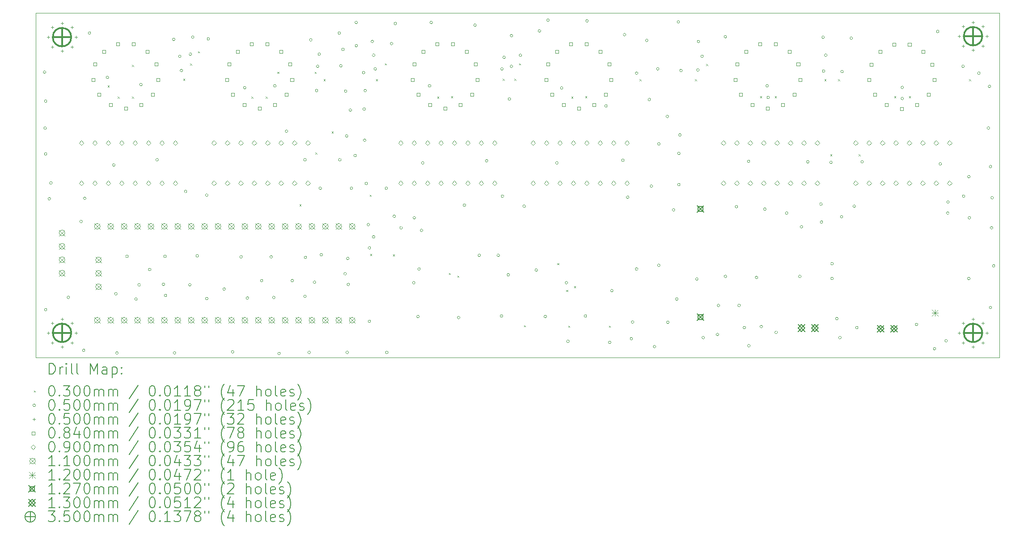
<source format=gbr>
%TF.GenerationSoftware,KiCad,Pcbnew,7.0.5-0*%
%TF.CreationDate,2023-07-08T10:36:10-04:00*%
%TF.ProjectId,nixie,6e697869-652e-46b6-9963-61645f706362,rev?*%
%TF.SameCoordinates,Original*%
%TF.FileFunction,Drillmap*%
%TF.FilePolarity,Positive*%
%FSLAX45Y45*%
G04 Gerber Fmt 4.5, Leading zero omitted, Abs format (unit mm)*
G04 Created by KiCad (PCBNEW 7.0.5-0) date 2023-07-08 10:36:10*
%MOMM*%
%LPD*%
G01*
G04 APERTURE LIST*
%ADD10C,0.050000*%
%ADD11C,0.200000*%
%ADD12C,0.030000*%
%ADD13C,0.084000*%
%ADD14C,0.090000*%
%ADD15C,0.110000*%
%ADD16C,0.120000*%
%ADD17C,0.127000*%
%ADD18C,0.130000*%
%ADD19C,0.350000*%
G04 APERTURE END LIST*
D10*
X24750000Y-14305700D02*
X24750000Y-7782210D01*
X6500000Y-14305700D02*
X24750000Y-14305700D01*
X24750000Y-7782210D02*
X6500000Y-7782210D01*
X6500000Y-7782210D02*
X6500000Y-14305700D01*
D11*
D12*
X7865000Y-9155000D02*
X7895000Y-9185000D01*
X7895000Y-9155000D02*
X7865000Y-9185000D01*
X8055000Y-9365000D02*
X8085000Y-9395000D01*
X8085000Y-9365000D02*
X8055000Y-9395000D01*
X8325000Y-8765000D02*
X8355000Y-8795000D01*
X8355000Y-8765000D02*
X8325000Y-8795000D01*
X8325000Y-9365000D02*
X8355000Y-9395000D01*
X8355000Y-9365000D02*
X8325000Y-9395000D01*
X9295000Y-9025000D02*
X9325000Y-9055000D01*
X9325000Y-9025000D02*
X9295000Y-9055000D01*
X9425000Y-8737200D02*
X9455000Y-8767200D01*
X9455000Y-8737200D02*
X9425000Y-8767200D01*
X9575000Y-8505000D02*
X9605000Y-8535000D01*
X9605000Y-8505000D02*
X9575000Y-8535000D01*
X10585000Y-9365000D02*
X10615000Y-9395000D01*
X10615000Y-9365000D02*
X10585000Y-9395000D01*
X10855000Y-9365000D02*
X10885000Y-9395000D01*
X10885000Y-9365000D02*
X10855000Y-9395000D01*
X11075000Y-8895000D02*
X11105000Y-8925000D01*
X11105000Y-8895000D02*
X11075000Y-8925000D01*
X11495000Y-11405000D02*
X11525000Y-11435000D01*
X11525000Y-11405000D02*
X11495000Y-11435000D01*
X11785000Y-8895000D02*
X11815000Y-8925000D01*
X11815000Y-8895000D02*
X11785000Y-8925000D01*
X11795000Y-10425000D02*
X11825000Y-10455000D01*
X11825000Y-10425000D02*
X11795000Y-10455000D01*
X11955000Y-9035000D02*
X11985000Y-9065000D01*
X11985000Y-9035000D02*
X11955000Y-9065000D01*
X12105000Y-10025000D02*
X12135000Y-10055000D01*
X12135000Y-10025000D02*
X12105000Y-10055000D01*
X12825000Y-11225000D02*
X12855000Y-11255000D01*
X12855000Y-11225000D02*
X12825000Y-11255000D01*
X12835000Y-12345000D02*
X12865000Y-12375000D01*
X12865000Y-12345000D02*
X12835000Y-12375000D01*
X12945000Y-9035000D02*
X12975000Y-9065000D01*
X12975000Y-9035000D02*
X12945000Y-9065000D01*
X13115000Y-8735000D02*
X13145000Y-8765000D01*
X13145000Y-8735000D02*
X13115000Y-8765000D01*
X13265000Y-12355000D02*
X13295000Y-12385000D01*
X13295000Y-12355000D02*
X13265000Y-12385000D01*
X14105000Y-9365000D02*
X14135000Y-9395000D01*
X14135000Y-9365000D02*
X14105000Y-9395000D01*
X14325000Y-12705000D02*
X14355000Y-12735000D01*
X14355000Y-12705000D02*
X14325000Y-12735000D01*
X14365000Y-9355000D02*
X14395000Y-9385000D01*
X14395000Y-9355000D02*
X14365000Y-9385000D01*
X14485000Y-12755000D02*
X14515000Y-12785000D01*
X14515000Y-12755000D02*
X14485000Y-12785000D01*
X15345000Y-9025000D02*
X15375000Y-9055000D01*
X15375000Y-9025000D02*
X15345000Y-9055000D01*
X15565000Y-9025000D02*
X15595000Y-9055000D01*
X15595000Y-9025000D02*
X15565000Y-9055000D01*
X15655000Y-8735000D02*
X15685000Y-8765000D01*
X15685000Y-8735000D02*
X15655000Y-8765000D01*
X15745000Y-13695000D02*
X15775000Y-13725000D01*
X15775000Y-13695000D02*
X15745000Y-13725000D01*
X16375000Y-12520000D02*
X16405000Y-12550000D01*
X16405000Y-12520000D02*
X16375000Y-12550000D01*
X16545000Y-13025000D02*
X16575000Y-13055000D01*
X16575000Y-13025000D02*
X16545000Y-13055000D01*
X16585000Y-13705000D02*
X16615000Y-13735000D01*
X16615000Y-13705000D02*
X16585000Y-13735000D01*
X16645000Y-9365000D02*
X16675000Y-9395000D01*
X16675000Y-9365000D02*
X16645000Y-9395000D01*
X16695000Y-12955000D02*
X16725000Y-12985000D01*
X16725000Y-12955000D02*
X16695000Y-12985000D01*
X16905000Y-9355000D02*
X16935000Y-9385000D01*
X16935000Y-9355000D02*
X16905000Y-9385000D01*
X17355000Y-13705000D02*
X17385000Y-13735000D01*
X17385000Y-13705000D02*
X17355000Y-13735000D01*
X17935000Y-9035000D02*
X17965000Y-9065000D01*
X17965000Y-9035000D02*
X17935000Y-9065000D01*
X18985000Y-9035000D02*
X19015000Y-9065000D01*
X19015000Y-9035000D02*
X18985000Y-9065000D01*
X19195000Y-8745000D02*
X19225000Y-8775000D01*
X19225000Y-8745000D02*
X19195000Y-8775000D01*
X20215000Y-9355000D02*
X20245000Y-9385000D01*
X20245000Y-9355000D02*
X20215000Y-9385000D01*
X20495000Y-9355000D02*
X20525000Y-9385000D01*
X20525000Y-9355000D02*
X20495000Y-9385000D01*
X21435000Y-9035000D02*
X21465000Y-9065000D01*
X21465000Y-9035000D02*
X21435000Y-9065000D01*
X21545000Y-10455000D02*
X21575000Y-10485000D01*
X21575000Y-10455000D02*
X21545000Y-10485000D01*
X21695000Y-9035000D02*
X21725000Y-9065000D01*
X21725000Y-9035000D02*
X21695000Y-9065000D01*
X22085000Y-10455000D02*
X22115000Y-10485000D01*
X22115000Y-10455000D02*
X22085000Y-10485000D01*
X22755000Y-9355000D02*
X22785000Y-9385000D01*
X22785000Y-9355000D02*
X22755000Y-9385000D01*
X23035000Y-9355000D02*
X23065000Y-9385000D01*
X23065000Y-9355000D02*
X23035000Y-9385000D01*
X24175000Y-9035000D02*
X24205000Y-9065000D01*
X24205000Y-9035000D02*
X24175000Y-9065000D01*
D10*
X6695000Y-8900000D02*
G75*
G03*
X6695000Y-8900000I-25000J0D01*
G01*
X6705000Y-9960000D02*
G75*
G03*
X6705000Y-9960000I-25000J0D01*
G01*
X6715000Y-9450000D02*
G75*
G03*
X6715000Y-9450000I-25000J0D01*
G01*
X6715000Y-10450000D02*
G75*
G03*
X6715000Y-10450000I-25000J0D01*
G01*
X6715000Y-13400000D02*
G75*
G03*
X6715000Y-13400000I-25000J0D01*
G01*
X6785000Y-11300000D02*
G75*
G03*
X6785000Y-11300000I-25000J0D01*
G01*
X6815000Y-11000000D02*
G75*
G03*
X6815000Y-11000000I-25000J0D01*
G01*
X7144887Y-13167109D02*
G75*
G03*
X7144887Y-13167109I-25000J0D01*
G01*
X7385000Y-11730000D02*
G75*
G03*
X7385000Y-11730000I-25000J0D01*
G01*
X7435000Y-14170000D02*
G75*
G03*
X7435000Y-14170000I-25000J0D01*
G01*
X7455000Y-11290000D02*
G75*
G03*
X7455000Y-11290000I-25000J0D01*
G01*
X7545000Y-8160000D02*
G75*
G03*
X7545000Y-8160000I-25000J0D01*
G01*
X7885000Y-9000000D02*
G75*
G03*
X7885000Y-9000000I-25000J0D01*
G01*
X8005000Y-10660000D02*
G75*
G03*
X8005000Y-10660000I-25000J0D01*
G01*
X8045000Y-13100000D02*
G75*
G03*
X8045000Y-13100000I-25000J0D01*
G01*
X8065000Y-14220000D02*
G75*
G03*
X8065000Y-14220000I-25000J0D01*
G01*
X8255000Y-12390000D02*
G75*
G03*
X8255000Y-12390000I-25000J0D01*
G01*
X8425000Y-13200000D02*
G75*
G03*
X8425000Y-13200000I-25000J0D01*
G01*
X8485000Y-12930000D02*
G75*
G03*
X8485000Y-12930000I-25000J0D01*
G01*
X8519465Y-9136207D02*
G75*
G03*
X8519465Y-9136207I-25000J0D01*
G01*
X8685000Y-12640000D02*
G75*
G03*
X8685000Y-12640000I-25000J0D01*
G01*
X8825000Y-10560000D02*
G75*
G03*
X8825000Y-10560000I-25000J0D01*
G01*
X8945000Y-12920000D02*
G75*
G03*
X8945000Y-12920000I-25000J0D01*
G01*
X8975000Y-12390000D02*
G75*
G03*
X8975000Y-12390000I-25000J0D01*
G01*
X8985000Y-13130000D02*
G75*
G03*
X8985000Y-13130000I-25000J0D01*
G01*
X9140859Y-8280447D02*
G75*
G03*
X9140859Y-8280447I-25000J0D01*
G01*
X9155000Y-14220000D02*
G75*
G03*
X9155000Y-14220000I-25000J0D01*
G01*
X9255000Y-8600000D02*
G75*
G03*
X9255000Y-8600000I-25000J0D01*
G01*
X9285000Y-8870000D02*
G75*
G03*
X9285000Y-8870000I-25000J0D01*
G01*
X9365000Y-11160000D02*
G75*
G03*
X9365000Y-11160000I-25000J0D01*
G01*
X9445000Y-12930000D02*
G75*
G03*
X9445000Y-12930000I-25000J0D01*
G01*
X9455000Y-8560000D02*
G75*
G03*
X9455000Y-8560000I-25000J0D01*
G01*
X9499908Y-8237361D02*
G75*
G03*
X9499908Y-8237361I-25000J0D01*
G01*
X9585000Y-12380000D02*
G75*
G03*
X9585000Y-12380000I-25000J0D01*
G01*
X9765000Y-11230000D02*
G75*
G03*
X9765000Y-11230000I-25000J0D01*
G01*
X9765000Y-13190000D02*
G75*
G03*
X9765000Y-13190000I-25000J0D01*
G01*
X9795000Y-8270000D02*
G75*
G03*
X9795000Y-8270000I-25000J0D01*
G01*
X10095000Y-13010000D02*
G75*
G03*
X10095000Y-13010000I-25000J0D01*
G01*
X10255000Y-14200000D02*
G75*
G03*
X10255000Y-14200000I-25000J0D01*
G01*
X10415000Y-12400000D02*
G75*
G03*
X10415000Y-12400000I-25000J0D01*
G01*
X10483641Y-9195374D02*
G75*
G03*
X10483641Y-9195374I-25000J0D01*
G01*
X10535000Y-13180000D02*
G75*
G03*
X10535000Y-13180000I-25000J0D01*
G01*
X10805000Y-12850000D02*
G75*
G03*
X10805000Y-12850000I-25000J0D01*
G01*
X10985000Y-12400000D02*
G75*
G03*
X10985000Y-12400000I-25000J0D01*
G01*
X11035000Y-13170000D02*
G75*
G03*
X11035000Y-13170000I-25000J0D01*
G01*
X11055000Y-9160000D02*
G75*
G03*
X11055000Y-9160000I-25000J0D01*
G01*
X11135000Y-14230000D02*
G75*
G03*
X11135000Y-14230000I-25000J0D01*
G01*
X11275000Y-10020000D02*
G75*
G03*
X11275000Y-10020000I-25000J0D01*
G01*
X11385000Y-12850000D02*
G75*
G03*
X11385000Y-12850000I-25000J0D01*
G01*
X11625000Y-10560000D02*
G75*
G03*
X11625000Y-10560000I-25000J0D01*
G01*
X11625157Y-13145667D02*
G75*
G03*
X11625157Y-13145667I-25000J0D01*
G01*
X11635000Y-12410000D02*
G75*
G03*
X11635000Y-12410000I-25000J0D01*
G01*
X11705000Y-14210000D02*
G75*
G03*
X11705000Y-14210000I-25000J0D01*
G01*
X11735000Y-8290000D02*
G75*
G03*
X11735000Y-8290000I-25000J0D01*
G01*
X11805000Y-12880000D02*
G75*
G03*
X11805000Y-12880000I-25000J0D01*
G01*
X11845000Y-9250000D02*
G75*
G03*
X11845000Y-9250000I-25000J0D01*
G01*
X11865000Y-8790000D02*
G75*
G03*
X11865000Y-8790000I-25000J0D01*
G01*
X11895000Y-8560000D02*
G75*
G03*
X11895000Y-8560000I-25000J0D01*
G01*
X11915000Y-11100000D02*
G75*
G03*
X11915000Y-11100000I-25000J0D01*
G01*
X11935000Y-12360000D02*
G75*
G03*
X11935000Y-12360000I-25000J0D01*
G01*
X12275000Y-8160000D02*
G75*
G03*
X12275000Y-8160000I-25000J0D01*
G01*
X12285000Y-10560000D02*
G75*
G03*
X12285000Y-10560000I-25000J0D01*
G01*
X12305000Y-8780000D02*
G75*
G03*
X12305000Y-8780000I-25000J0D01*
G01*
X12345000Y-8470000D02*
G75*
G03*
X12345000Y-8470000I-25000J0D01*
G01*
X12385000Y-12720000D02*
G75*
G03*
X12385000Y-12720000I-25000J0D01*
G01*
X12395000Y-9260000D02*
G75*
G03*
X12395000Y-9260000I-25000J0D01*
G01*
X12415000Y-10110000D02*
G75*
G03*
X12415000Y-10110000I-25000J0D01*
G01*
X12425000Y-14210000D02*
G75*
G03*
X12425000Y-14210000I-25000J0D01*
G01*
X12435000Y-12430000D02*
G75*
G03*
X12435000Y-12430000I-25000J0D01*
G01*
X12445500Y-12922864D02*
G75*
G03*
X12445500Y-12922864I-25000J0D01*
G01*
X12485000Y-9620000D02*
G75*
G03*
X12485000Y-9620000I-25000J0D01*
G01*
X12505000Y-11100000D02*
G75*
G03*
X12505000Y-11100000I-25000J0D01*
G01*
X12575000Y-10480000D02*
G75*
G03*
X12575000Y-10480000I-25000J0D01*
G01*
X12595000Y-7960000D02*
G75*
G03*
X12595000Y-7960000I-25000J0D01*
G01*
X12597473Y-8399469D02*
G75*
G03*
X12597473Y-8399469I-25000J0D01*
G01*
X12735000Y-8910000D02*
G75*
G03*
X12735000Y-8910000I-25000J0D01*
G01*
X12745000Y-9600000D02*
G75*
G03*
X12745000Y-9600000I-25000J0D01*
G01*
X12755000Y-10190000D02*
G75*
G03*
X12755000Y-10190000I-25000J0D01*
G01*
X12765000Y-9250000D02*
G75*
G03*
X12765000Y-9250000I-25000J0D01*
G01*
X12785000Y-11010000D02*
G75*
G03*
X12785000Y-11010000I-25000J0D01*
G01*
X12825000Y-11790000D02*
G75*
G03*
X12825000Y-11790000I-25000J0D01*
G01*
X12845000Y-12230000D02*
G75*
G03*
X12845000Y-12230000I-25000J0D01*
G01*
X12845000Y-13620000D02*
G75*
G03*
X12845000Y-13620000I-25000J0D01*
G01*
X12900087Y-8318772D02*
G75*
G03*
X12900087Y-8318772I-25000J0D01*
G01*
X12925000Y-8580000D02*
G75*
G03*
X12925000Y-8580000I-25000J0D01*
G01*
X12925000Y-12020000D02*
G75*
G03*
X12925000Y-12020000I-25000J0D01*
G01*
X12955000Y-8840000D02*
G75*
G03*
X12955000Y-8840000I-25000J0D01*
G01*
X13165000Y-11100000D02*
G75*
G03*
X13165000Y-11100000I-25000J0D01*
G01*
X13175000Y-14210000D02*
G75*
G03*
X13175000Y-14210000I-25000J0D01*
G01*
X13265000Y-8360000D02*
G75*
G03*
X13265000Y-8360000I-25000J0D01*
G01*
X13315000Y-11630000D02*
G75*
G03*
X13315000Y-11630000I-25000J0D01*
G01*
X13335000Y-7980000D02*
G75*
G03*
X13335000Y-7980000I-25000J0D01*
G01*
X13445000Y-11850000D02*
G75*
G03*
X13445000Y-11850000I-25000J0D01*
G01*
X13685000Y-12890000D02*
G75*
G03*
X13685000Y-12890000I-25000J0D01*
G01*
X13695000Y-11660000D02*
G75*
G03*
X13695000Y-11660000I-25000J0D01*
G01*
X13765000Y-13530000D02*
G75*
G03*
X13765000Y-13530000I-25000J0D01*
G01*
X13785000Y-12630000D02*
G75*
G03*
X13785000Y-12630000I-25000J0D01*
G01*
X13832844Y-11898450D02*
G75*
G03*
X13832844Y-11898450I-25000J0D01*
G01*
X13855000Y-10620000D02*
G75*
G03*
X13855000Y-10620000I-25000J0D01*
G01*
X13985000Y-9160000D02*
G75*
G03*
X13985000Y-9160000I-25000J0D01*
G01*
X14015000Y-7960000D02*
G75*
G03*
X14015000Y-7960000I-25000J0D01*
G01*
X14535000Y-13550000D02*
G75*
G03*
X14535000Y-13550000I-25000J0D01*
G01*
X14645000Y-11420000D02*
G75*
G03*
X14645000Y-11420000I-25000J0D01*
G01*
X14845000Y-8010000D02*
G75*
G03*
X14845000Y-8010000I-25000J0D01*
G01*
X14925000Y-12370000D02*
G75*
G03*
X14925000Y-12370000I-25000J0D01*
G01*
X15065000Y-10580000D02*
G75*
G03*
X15065000Y-10580000I-25000J0D01*
G01*
X15285000Y-12370000D02*
G75*
G03*
X15285000Y-12370000I-25000J0D01*
G01*
X15345000Y-13520000D02*
G75*
G03*
X15345000Y-13520000I-25000J0D01*
G01*
X15355000Y-8840000D02*
G75*
G03*
X15355000Y-8840000I-25000J0D01*
G01*
X15365000Y-11250000D02*
G75*
G03*
X15365000Y-11250000I-25000J0D01*
G01*
X15395000Y-8620000D02*
G75*
G03*
X15395000Y-8620000I-25000J0D01*
G01*
X15475000Y-12740000D02*
G75*
G03*
X15475000Y-12740000I-25000J0D01*
G01*
X15495000Y-9410000D02*
G75*
G03*
X15495000Y-9410000I-25000J0D01*
G01*
X15535000Y-8210000D02*
G75*
G03*
X15535000Y-8210000I-25000J0D01*
G01*
X15535000Y-8790000D02*
G75*
G03*
X15535000Y-8790000I-25000J0D01*
G01*
X15705000Y-8580000D02*
G75*
G03*
X15705000Y-8580000I-25000J0D01*
G01*
X15775000Y-11440000D02*
G75*
G03*
X15775000Y-11440000I-25000J0D01*
G01*
X16005000Y-12650000D02*
G75*
G03*
X16005000Y-12650000I-25000J0D01*
G01*
X16065000Y-8120000D02*
G75*
G03*
X16065000Y-8120000I-25000J0D01*
G01*
X16175000Y-13530000D02*
G75*
G03*
X16175000Y-13530000I-25000J0D01*
G01*
X16225663Y-7915321D02*
G75*
G03*
X16225663Y-7915321I-25000J0D01*
G01*
X16395000Y-10620000D02*
G75*
G03*
X16395000Y-10620000I-25000J0D01*
G01*
X16485000Y-9200000D02*
G75*
G03*
X16485000Y-9200000I-25000J0D01*
G01*
X16575000Y-12890000D02*
G75*
G03*
X16575000Y-12890000I-25000J0D01*
G01*
X16605000Y-14000000D02*
G75*
G03*
X16605000Y-14000000I-25000J0D01*
G01*
X16935000Y-13520000D02*
G75*
G03*
X16935000Y-13520000I-25000J0D01*
G01*
X16965000Y-7930000D02*
G75*
G03*
X16965000Y-7930000I-25000J0D01*
G01*
X17325000Y-9540000D02*
G75*
G03*
X17325000Y-9540000I-25000J0D01*
G01*
X17395000Y-14020000D02*
G75*
G03*
X17395000Y-14020000I-25000J0D01*
G01*
X17435000Y-13040000D02*
G75*
G03*
X17435000Y-13040000I-25000J0D01*
G01*
X17645000Y-10570000D02*
G75*
G03*
X17645000Y-10570000I-25000J0D01*
G01*
X17675000Y-8190000D02*
G75*
G03*
X17675000Y-8190000I-25000J0D01*
G01*
X17735000Y-11270000D02*
G75*
G03*
X17735000Y-11270000I-25000J0D01*
G01*
X17805000Y-13950000D02*
G75*
G03*
X17805000Y-13950000I-25000J0D01*
G01*
X17829590Y-13635648D02*
G75*
G03*
X17829590Y-13635648I-25000J0D01*
G01*
X17905000Y-8920000D02*
G75*
G03*
X17905000Y-8920000I-25000J0D01*
G01*
X17905000Y-12630000D02*
G75*
G03*
X17905000Y-12630000I-25000J0D01*
G01*
X18095000Y-8300000D02*
G75*
G03*
X18095000Y-8300000I-25000J0D01*
G01*
X18145000Y-9420000D02*
G75*
G03*
X18145000Y-9420000I-25000J0D01*
G01*
X18185000Y-11060000D02*
G75*
G03*
X18185000Y-11060000I-25000J0D01*
G01*
X18245000Y-14100000D02*
G75*
G03*
X18245000Y-14100000I-25000J0D01*
G01*
X18305000Y-8840000D02*
G75*
G03*
X18305000Y-8840000I-25000J0D01*
G01*
X18325000Y-10260000D02*
G75*
G03*
X18325000Y-10260000I-25000J0D01*
G01*
X18325000Y-12560000D02*
G75*
G03*
X18325000Y-12560000I-25000J0D01*
G01*
X18485000Y-9740000D02*
G75*
G03*
X18485000Y-9740000I-25000J0D01*
G01*
X18495000Y-13640000D02*
G75*
G03*
X18495000Y-13640000I-25000J0D01*
G01*
X18605000Y-11510000D02*
G75*
G03*
X18605000Y-11510000I-25000J0D01*
G01*
X18665000Y-13200000D02*
G75*
G03*
X18665000Y-13200000I-25000J0D01*
G01*
X18695000Y-7950000D02*
G75*
G03*
X18695000Y-7950000I-25000J0D01*
G01*
X18705000Y-10440000D02*
G75*
G03*
X18705000Y-10440000I-25000J0D01*
G01*
X18705000Y-11030000D02*
G75*
G03*
X18705000Y-11030000I-25000J0D01*
G01*
X18725000Y-10090000D02*
G75*
G03*
X18725000Y-10090000I-25000J0D01*
G01*
X18745000Y-8870000D02*
G75*
G03*
X18745000Y-8870000I-25000J0D01*
G01*
X19045000Y-12820000D02*
G75*
G03*
X19045000Y-12820000I-25000J0D01*
G01*
X19065000Y-8860000D02*
G75*
G03*
X19065000Y-8860000I-25000J0D01*
G01*
X19075000Y-8320000D02*
G75*
G03*
X19075000Y-8320000I-25000J0D01*
G01*
X19145000Y-8600000D02*
G75*
G03*
X19145000Y-8600000I-25000J0D01*
G01*
X19165000Y-13930000D02*
G75*
G03*
X19165000Y-13930000I-25000J0D01*
G01*
X19435000Y-13870000D02*
G75*
G03*
X19435000Y-13870000I-25000J0D01*
G01*
X19455000Y-13320000D02*
G75*
G03*
X19455000Y-13320000I-25000J0D01*
G01*
X19585000Y-8230000D02*
G75*
G03*
X19585000Y-8230000I-25000J0D01*
G01*
X19585000Y-12770000D02*
G75*
G03*
X19585000Y-12770000I-25000J0D01*
G01*
X19795000Y-11450000D02*
G75*
G03*
X19795000Y-11450000I-25000J0D01*
G01*
X19845000Y-13320000D02*
G75*
G03*
X19845000Y-13320000I-25000J0D01*
G01*
X19945000Y-13740000D02*
G75*
G03*
X19945000Y-13740000I-25000J0D01*
G01*
X20025000Y-10590000D02*
G75*
G03*
X20025000Y-10590000I-25000J0D01*
G01*
X20028969Y-14083575D02*
G75*
G03*
X20028969Y-14083575I-25000J0D01*
G01*
X20175000Y-12790000D02*
G75*
G03*
X20175000Y-12790000I-25000J0D01*
G01*
X20265000Y-13720000D02*
G75*
G03*
X20265000Y-13720000I-25000J0D01*
G01*
X20331525Y-11495443D02*
G75*
G03*
X20331525Y-11495443I-25000J0D01*
G01*
X20375000Y-9160000D02*
G75*
G03*
X20375000Y-9160000I-25000J0D01*
G01*
X20395000Y-9380000D02*
G75*
G03*
X20395000Y-9380000I-25000J0D01*
G01*
X20545000Y-13830000D02*
G75*
G03*
X20545000Y-13830000I-25000J0D01*
G01*
X20745000Y-11570000D02*
G75*
G03*
X20745000Y-11570000I-25000J0D01*
G01*
X20995000Y-12770000D02*
G75*
G03*
X20995000Y-12770000I-25000J0D01*
G01*
X21025000Y-11830000D02*
G75*
G03*
X21025000Y-11830000I-25000J0D01*
G01*
X21145000Y-10600000D02*
G75*
G03*
X21145000Y-10600000I-25000J0D01*
G01*
X21395000Y-11400000D02*
G75*
G03*
X21395000Y-11400000I-25000J0D01*
G01*
X21405000Y-11740000D02*
G75*
G03*
X21405000Y-11740000I-25000J0D01*
G01*
X21434954Y-8239553D02*
G75*
G03*
X21434954Y-8239553I-25000J0D01*
G01*
X21445000Y-8880000D02*
G75*
G03*
X21445000Y-8880000I-25000J0D01*
G01*
X21485000Y-8580000D02*
G75*
G03*
X21485000Y-8580000I-25000J0D01*
G01*
X21585000Y-10610000D02*
G75*
G03*
X21585000Y-10610000I-25000J0D01*
G01*
X21605000Y-12530000D02*
G75*
G03*
X21605000Y-12530000I-25000J0D01*
G01*
X21605000Y-12810000D02*
G75*
G03*
X21605000Y-12810000I-25000J0D01*
G01*
X21695000Y-13570000D02*
G75*
G03*
X21695000Y-13570000I-25000J0D01*
G01*
X21755000Y-13930000D02*
G75*
G03*
X21755000Y-13930000I-25000J0D01*
G01*
X21785000Y-11640000D02*
G75*
G03*
X21785000Y-11640000I-25000J0D01*
G01*
X21795000Y-8890000D02*
G75*
G03*
X21795000Y-8890000I-25000J0D01*
G01*
X21969294Y-8256606D02*
G75*
G03*
X21969294Y-8256606I-25000J0D01*
G01*
X22025000Y-11440000D02*
G75*
G03*
X22025000Y-11440000I-25000J0D01*
G01*
X22075000Y-13740000D02*
G75*
G03*
X22075000Y-13740000I-25000J0D01*
G01*
X22175000Y-10600000D02*
G75*
G03*
X22175000Y-10600000I-25000J0D01*
G01*
X22935000Y-9190000D02*
G75*
G03*
X22935000Y-9190000I-25000J0D01*
G01*
X22935000Y-9400000D02*
G75*
G03*
X22935000Y-9400000I-25000J0D01*
G01*
X23205000Y-13680000D02*
G75*
G03*
X23205000Y-13680000I-25000J0D01*
G01*
X23545000Y-14140000D02*
G75*
G03*
X23545000Y-14140000I-25000J0D01*
G01*
X23605000Y-8130000D02*
G75*
G03*
X23605000Y-8130000I-25000J0D01*
G01*
X23655310Y-10638123D02*
G75*
G03*
X23655310Y-10638123I-25000J0D01*
G01*
X23765000Y-13990000D02*
G75*
G03*
X23765000Y-13990000I-25000J0D01*
G01*
X23795000Y-11570000D02*
G75*
G03*
X23795000Y-11570000I-25000J0D01*
G01*
X23800355Y-11360194D02*
G75*
G03*
X23800355Y-11360194I-25000J0D01*
G01*
X24085000Y-8790000D02*
G75*
G03*
X24085000Y-8790000I-25000J0D01*
G01*
X24095000Y-11250000D02*
G75*
G03*
X24095000Y-11250000I-25000J0D01*
G01*
X24195000Y-10880000D02*
G75*
G03*
X24195000Y-10880000I-25000J0D01*
G01*
X24195000Y-12810000D02*
G75*
G03*
X24195000Y-12810000I-25000J0D01*
G01*
X24205000Y-11660000D02*
G75*
G03*
X24205000Y-11660000I-25000J0D01*
G01*
X24385000Y-8920000D02*
G75*
G03*
X24385000Y-8920000I-25000J0D01*
G01*
X24565000Y-9960000D02*
G75*
G03*
X24565000Y-9960000I-25000J0D01*
G01*
X24585000Y-9170000D02*
G75*
G03*
X24585000Y-9170000I-25000J0D01*
G01*
X24605000Y-10690000D02*
G75*
G03*
X24605000Y-10690000I-25000J0D01*
G01*
X24605000Y-13360000D02*
G75*
G03*
X24605000Y-13360000I-25000J0D01*
G01*
X24625000Y-11850000D02*
G75*
G03*
X24625000Y-11850000I-25000J0D01*
G01*
X24635000Y-11280000D02*
G75*
G03*
X24635000Y-11280000I-25000J0D01*
G01*
X24665000Y-12570000D02*
G75*
G03*
X24665000Y-12570000I-25000J0D01*
G01*
X6737500Y-8212500D02*
X6737500Y-8262500D01*
X6712500Y-8237500D02*
X6762500Y-8237500D01*
X6737500Y-13815000D02*
X6737500Y-13865000D01*
X6712500Y-13840000D02*
X6762500Y-13840000D01*
X6814384Y-8026884D02*
X6814384Y-8076884D01*
X6789384Y-8051884D02*
X6839384Y-8051884D01*
X6814384Y-8398116D02*
X6814384Y-8448116D01*
X6789384Y-8423116D02*
X6839384Y-8423116D01*
X6814384Y-13629384D02*
X6814384Y-13679384D01*
X6789384Y-13654384D02*
X6839384Y-13654384D01*
X6814384Y-14000615D02*
X6814384Y-14050615D01*
X6789384Y-14025615D02*
X6839384Y-14025615D01*
X7000000Y-7950000D02*
X7000000Y-8000000D01*
X6975000Y-7975000D02*
X7025000Y-7975000D01*
X7000000Y-8475000D02*
X7000000Y-8525000D01*
X6975000Y-8500000D02*
X7025000Y-8500000D01*
X7000000Y-13552500D02*
X7000000Y-13602500D01*
X6975000Y-13577500D02*
X7025000Y-13577500D01*
X7000000Y-14077500D02*
X7000000Y-14127500D01*
X6975000Y-14102500D02*
X7025000Y-14102500D01*
X7185615Y-8026884D02*
X7185615Y-8076884D01*
X7160615Y-8051884D02*
X7210615Y-8051884D01*
X7185615Y-8398116D02*
X7185615Y-8448116D01*
X7160615Y-8423116D02*
X7210615Y-8423116D01*
X7185615Y-13629384D02*
X7185615Y-13679384D01*
X7160615Y-13654384D02*
X7210615Y-13654384D01*
X7185615Y-14000615D02*
X7185615Y-14050615D01*
X7160615Y-14025615D02*
X7210615Y-14025615D01*
X7262500Y-8212500D02*
X7262500Y-8262500D01*
X7237500Y-8237500D02*
X7287500Y-8237500D01*
X7262500Y-13815000D02*
X7262500Y-13865000D01*
X7237500Y-13840000D02*
X7287500Y-13840000D01*
X23987500Y-8195000D02*
X23987500Y-8245000D01*
X23962500Y-8220000D02*
X24012500Y-8220000D01*
X23987500Y-13815000D02*
X23987500Y-13865000D01*
X23962500Y-13840000D02*
X24012500Y-13840000D01*
X24064384Y-8009384D02*
X24064384Y-8059384D01*
X24039384Y-8034384D02*
X24089384Y-8034384D01*
X24064384Y-8380615D02*
X24064384Y-8430616D01*
X24039384Y-8405616D02*
X24089384Y-8405616D01*
X24064384Y-13629384D02*
X24064384Y-13679384D01*
X24039384Y-13654384D02*
X24089384Y-13654384D01*
X24064384Y-14000615D02*
X24064384Y-14050615D01*
X24039384Y-14025615D02*
X24089384Y-14025615D01*
X24250000Y-7932500D02*
X24250000Y-7982500D01*
X24225000Y-7957500D02*
X24275000Y-7957500D01*
X24250000Y-8457500D02*
X24250000Y-8507500D01*
X24225000Y-8482500D02*
X24275000Y-8482500D01*
X24250000Y-13552500D02*
X24250000Y-13602500D01*
X24225000Y-13577500D02*
X24275000Y-13577500D01*
X24250000Y-14077500D02*
X24250000Y-14127500D01*
X24225000Y-14102500D02*
X24275000Y-14102500D01*
X24435615Y-8009384D02*
X24435615Y-8059384D01*
X24410615Y-8034384D02*
X24460615Y-8034384D01*
X24435615Y-8380615D02*
X24435615Y-8430616D01*
X24410615Y-8405616D02*
X24460615Y-8405616D01*
X24435615Y-13629384D02*
X24435615Y-13679384D01*
X24410615Y-13654384D02*
X24460615Y-13654384D01*
X24435615Y-14000615D02*
X24435615Y-14050615D01*
X24410615Y-14025615D02*
X24460615Y-14025615D01*
X24512500Y-8195000D02*
X24512500Y-8245000D01*
X24487500Y-8220000D02*
X24537500Y-8220000D01*
X24512500Y-13815000D02*
X24512500Y-13865000D01*
X24487500Y-13840000D02*
X24537500Y-13840000D01*
D13*
X7623099Y-9076009D02*
X7623099Y-9016611D01*
X7563701Y-9016611D01*
X7563701Y-9076009D01*
X7623099Y-9076009D01*
X7658809Y-8781899D02*
X7658809Y-8722501D01*
X7599411Y-8722501D01*
X7599411Y-8781899D01*
X7658809Y-8781899D01*
X7728159Y-9353029D02*
X7728159Y-9293631D01*
X7668761Y-9293631D01*
X7668761Y-9353029D01*
X7728159Y-9353029D01*
X7827109Y-8538079D02*
X7827109Y-8478681D01*
X7767711Y-8478681D01*
X7767711Y-8538079D01*
X7827109Y-8538079D01*
X7949919Y-9549489D02*
X7949919Y-9490091D01*
X7890521Y-9490091D01*
X7890521Y-9549489D01*
X7949919Y-9549489D01*
X8089449Y-8400389D02*
X8089449Y-8340991D01*
X8030051Y-8340991D01*
X8030051Y-8400389D01*
X8089449Y-8400389D01*
X8237579Y-9620389D02*
X8237579Y-9560991D01*
X8178181Y-9560991D01*
X8178181Y-9620389D01*
X8237579Y-9620389D01*
X8385709Y-8400389D02*
X8385709Y-8340991D01*
X8326311Y-8340991D01*
X8326311Y-8400389D01*
X8385709Y-8400389D01*
X8525239Y-9549489D02*
X8525239Y-9490091D01*
X8465841Y-9490091D01*
X8465841Y-9549489D01*
X8525239Y-9549489D01*
X8648049Y-8538079D02*
X8648049Y-8478681D01*
X8588651Y-8478681D01*
X8588651Y-8538079D01*
X8648049Y-8538079D01*
X8746999Y-9353029D02*
X8746999Y-9293631D01*
X8687601Y-9293631D01*
X8687601Y-9353029D01*
X8746999Y-9353029D01*
X8816349Y-8781899D02*
X8816349Y-8722501D01*
X8756951Y-8722501D01*
X8756951Y-8781899D01*
X8816349Y-8781899D01*
X8852059Y-9076009D02*
X8852059Y-9016611D01*
X8792661Y-9016611D01*
X8792661Y-9076009D01*
X8852059Y-9076009D01*
X10155279Y-9076009D02*
X10155279Y-9016611D01*
X10095881Y-9016611D01*
X10095881Y-9076009D01*
X10155279Y-9076009D01*
X10190989Y-8781899D02*
X10190989Y-8722501D01*
X10131591Y-8722501D01*
X10131591Y-8781899D01*
X10190989Y-8781899D01*
X10260339Y-9353029D02*
X10260339Y-9293631D01*
X10200941Y-9293631D01*
X10200941Y-9353029D01*
X10260339Y-9353029D01*
X10359289Y-8538079D02*
X10359289Y-8478681D01*
X10299891Y-8478681D01*
X10299891Y-8538079D01*
X10359289Y-8538079D01*
X10482099Y-9549489D02*
X10482099Y-9490091D01*
X10422701Y-9490091D01*
X10422701Y-9549489D01*
X10482099Y-9549489D01*
X10621629Y-8400389D02*
X10621629Y-8340991D01*
X10562231Y-8340991D01*
X10562231Y-8400389D01*
X10621629Y-8400389D01*
X10769759Y-9620389D02*
X10769759Y-9560991D01*
X10710361Y-9560991D01*
X10710361Y-9620389D01*
X10769759Y-9620389D01*
X10917889Y-8400389D02*
X10917889Y-8340991D01*
X10858491Y-8340991D01*
X10858491Y-8400389D01*
X10917889Y-8400389D01*
X11057419Y-9549489D02*
X11057419Y-9490091D01*
X10998021Y-9490091D01*
X10998021Y-9549489D01*
X11057419Y-9549489D01*
X11180229Y-8538079D02*
X11180229Y-8478681D01*
X11120831Y-8478681D01*
X11120831Y-8538079D01*
X11180229Y-8538079D01*
X11279179Y-9353029D02*
X11279179Y-9293631D01*
X11219781Y-9293631D01*
X11219781Y-9353029D01*
X11279179Y-9353029D01*
X11348529Y-8781899D02*
X11348529Y-8722501D01*
X11289131Y-8722501D01*
X11289131Y-8781899D01*
X11348529Y-8781899D01*
X11384239Y-9076009D02*
X11384239Y-9016611D01*
X11324841Y-9016611D01*
X11324841Y-9076009D01*
X11384239Y-9076009D01*
X13667499Y-9076009D02*
X13667499Y-9016611D01*
X13608101Y-9016611D01*
X13608101Y-9076009D01*
X13667499Y-9076009D01*
X13703209Y-8781899D02*
X13703209Y-8722501D01*
X13643811Y-8722501D01*
X13643811Y-8781899D01*
X13703209Y-8781899D01*
X13772559Y-9353029D02*
X13772559Y-9293631D01*
X13713161Y-9293631D01*
X13713161Y-9353029D01*
X13772559Y-9353029D01*
X13871509Y-8538079D02*
X13871509Y-8478681D01*
X13812111Y-8478681D01*
X13812111Y-8538079D01*
X13871509Y-8538079D01*
X13994319Y-9549489D02*
X13994319Y-9490091D01*
X13934921Y-9490091D01*
X13934921Y-9549489D01*
X13994319Y-9549489D01*
X14133849Y-8400389D02*
X14133849Y-8340991D01*
X14074451Y-8340991D01*
X14074451Y-8400389D01*
X14133849Y-8400389D01*
X14281979Y-9620389D02*
X14281979Y-9560991D01*
X14222581Y-9560991D01*
X14222581Y-9620389D01*
X14281979Y-9620389D01*
X14430109Y-8400389D02*
X14430109Y-8340991D01*
X14370711Y-8340991D01*
X14370711Y-8400389D01*
X14430109Y-8400389D01*
X14569639Y-9549489D02*
X14569639Y-9490091D01*
X14510241Y-9490091D01*
X14510241Y-9549489D01*
X14569639Y-9549489D01*
X14692449Y-8538079D02*
X14692449Y-8478681D01*
X14633051Y-8478681D01*
X14633051Y-8538079D01*
X14692449Y-8538079D01*
X14791399Y-9353029D02*
X14791399Y-9293631D01*
X14732001Y-9293631D01*
X14732001Y-9353029D01*
X14791399Y-9353029D01*
X14860749Y-8781899D02*
X14860749Y-8722501D01*
X14801351Y-8722501D01*
X14801351Y-8781899D01*
X14860749Y-8781899D01*
X14896459Y-9076009D02*
X14896459Y-9016611D01*
X14837061Y-9016611D01*
X14837061Y-9076009D01*
X14896459Y-9076009D01*
X16199679Y-9076009D02*
X16199679Y-9016611D01*
X16140281Y-9016611D01*
X16140281Y-9076009D01*
X16199679Y-9076009D01*
X16235389Y-8781899D02*
X16235389Y-8722501D01*
X16175991Y-8722501D01*
X16175991Y-8781899D01*
X16235389Y-8781899D01*
X16304739Y-9353029D02*
X16304739Y-9293631D01*
X16245341Y-9293631D01*
X16245341Y-9353029D01*
X16304739Y-9353029D01*
X16403689Y-8538079D02*
X16403689Y-8478681D01*
X16344291Y-8478681D01*
X16344291Y-8538079D01*
X16403689Y-8538079D01*
X16526499Y-9549489D02*
X16526499Y-9490091D01*
X16467101Y-9490091D01*
X16467101Y-9549489D01*
X16526499Y-9549489D01*
X16666029Y-8400389D02*
X16666029Y-8340991D01*
X16606631Y-8340991D01*
X16606631Y-8400389D01*
X16666029Y-8400389D01*
X16814159Y-9620389D02*
X16814159Y-9560991D01*
X16754761Y-9560991D01*
X16754761Y-9620389D01*
X16814159Y-9620389D01*
X16962289Y-8400389D02*
X16962289Y-8340991D01*
X16902891Y-8340991D01*
X16902891Y-8400389D01*
X16962289Y-8400389D01*
X17101819Y-9549489D02*
X17101819Y-9490091D01*
X17042421Y-9490091D01*
X17042421Y-9549489D01*
X17101819Y-9549489D01*
X17224629Y-8538079D02*
X17224629Y-8478681D01*
X17165231Y-8478681D01*
X17165231Y-8538079D01*
X17224629Y-8538079D01*
X17323579Y-9353029D02*
X17323579Y-9293631D01*
X17264181Y-9293631D01*
X17264181Y-9353029D01*
X17323579Y-9353029D01*
X17392929Y-8781899D02*
X17392929Y-8722501D01*
X17333531Y-8722501D01*
X17333531Y-8781899D01*
X17392929Y-8781899D01*
X17428639Y-9076009D02*
X17428639Y-9016611D01*
X17369241Y-9016611D01*
X17369241Y-9076009D01*
X17428639Y-9076009D01*
X19775239Y-9076009D02*
X19775239Y-9016611D01*
X19715841Y-9016611D01*
X19715841Y-9076009D01*
X19775239Y-9076009D01*
X19810949Y-8781899D02*
X19810949Y-8722501D01*
X19751551Y-8722501D01*
X19751551Y-8781899D01*
X19810949Y-8781899D01*
X19880299Y-9353029D02*
X19880299Y-9293631D01*
X19820901Y-9293631D01*
X19820901Y-9353029D01*
X19880299Y-9353029D01*
X19979249Y-8538079D02*
X19979249Y-8478681D01*
X19919851Y-8478681D01*
X19919851Y-8538079D01*
X19979249Y-8538079D01*
X20102059Y-9549489D02*
X20102059Y-9490091D01*
X20042661Y-9490091D01*
X20042661Y-9549489D01*
X20102059Y-9549489D01*
X20241589Y-8400389D02*
X20241589Y-8340991D01*
X20182191Y-8340991D01*
X20182191Y-8400389D01*
X20241589Y-8400389D01*
X20389719Y-9620389D02*
X20389719Y-9560991D01*
X20330321Y-9560991D01*
X20330321Y-9620389D01*
X20389719Y-9620389D01*
X20537849Y-8400389D02*
X20537849Y-8340991D01*
X20478451Y-8340991D01*
X20478451Y-8400389D01*
X20537849Y-8400389D01*
X20677379Y-9549489D02*
X20677379Y-9490091D01*
X20617981Y-9490091D01*
X20617981Y-9549489D01*
X20677379Y-9549489D01*
X20800189Y-8538079D02*
X20800189Y-8478681D01*
X20740791Y-8478681D01*
X20740791Y-8538079D01*
X20800189Y-8538079D01*
X20899139Y-9353029D02*
X20899139Y-9293631D01*
X20839741Y-9293631D01*
X20839741Y-9353029D01*
X20899139Y-9353029D01*
X20968489Y-8781899D02*
X20968489Y-8722501D01*
X20909091Y-8722501D01*
X20909091Y-8781899D01*
X20968489Y-8781899D01*
X21004199Y-9076009D02*
X21004199Y-9016611D01*
X20944801Y-9016611D01*
X20944801Y-9076009D01*
X21004199Y-9076009D01*
X22314159Y-9077919D02*
X22314159Y-9018521D01*
X22254761Y-9018521D01*
X22254761Y-9077919D01*
X22314159Y-9077919D01*
X22349869Y-8783809D02*
X22349869Y-8724411D01*
X22290471Y-8724411D01*
X22290471Y-8783809D01*
X22349869Y-8783809D01*
X22419219Y-9354939D02*
X22419219Y-9295541D01*
X22359821Y-9295541D01*
X22359821Y-9354939D01*
X22419219Y-9354939D01*
X22518169Y-8539989D02*
X22518169Y-8480591D01*
X22458771Y-8480591D01*
X22458771Y-8539989D01*
X22518169Y-8539989D01*
X22640979Y-9551399D02*
X22640979Y-9492001D01*
X22581581Y-9492001D01*
X22581581Y-9551399D01*
X22640979Y-9551399D01*
X22780509Y-8402299D02*
X22780509Y-8342901D01*
X22721111Y-8342901D01*
X22721111Y-8402299D01*
X22780509Y-8402299D01*
X22928639Y-9622299D02*
X22928639Y-9562901D01*
X22869241Y-9562901D01*
X22869241Y-9622299D01*
X22928639Y-9622299D01*
X23076769Y-8402299D02*
X23076769Y-8342901D01*
X23017371Y-8342901D01*
X23017371Y-8402299D01*
X23076769Y-8402299D01*
X23216299Y-9551399D02*
X23216299Y-9492001D01*
X23156901Y-9492001D01*
X23156901Y-9551399D01*
X23216299Y-9551399D01*
X23339109Y-8539989D02*
X23339109Y-8480591D01*
X23279711Y-8480591D01*
X23279711Y-8539989D01*
X23339109Y-8539989D01*
X23438059Y-9354939D02*
X23438059Y-9295541D01*
X23378661Y-9295541D01*
X23378661Y-9354939D01*
X23438059Y-9354939D01*
X23507409Y-8783809D02*
X23507409Y-8724411D01*
X23448011Y-8724411D01*
X23448011Y-8783809D01*
X23507409Y-8783809D01*
X23543119Y-9077919D02*
X23543119Y-9018521D01*
X23483721Y-9018521D01*
X23483721Y-9077919D01*
X23543119Y-9077919D01*
D14*
X7368260Y-10286700D02*
X7413260Y-10241700D01*
X7368260Y-10196700D01*
X7323260Y-10241700D01*
X7368260Y-10286700D01*
X7368260Y-11048700D02*
X7413260Y-11003700D01*
X7368260Y-10958700D01*
X7323260Y-11003700D01*
X7368260Y-11048700D01*
X7622260Y-10286700D02*
X7667260Y-10241700D01*
X7622260Y-10196700D01*
X7577260Y-10241700D01*
X7622260Y-10286700D01*
X7622260Y-11048700D02*
X7667260Y-11003700D01*
X7622260Y-10958700D01*
X7577260Y-11003700D01*
X7622260Y-11048700D01*
X7876260Y-10286700D02*
X7921260Y-10241700D01*
X7876260Y-10196700D01*
X7831260Y-10241700D01*
X7876260Y-10286700D01*
X7876260Y-11048700D02*
X7921260Y-11003700D01*
X7876260Y-10958700D01*
X7831260Y-11003700D01*
X7876260Y-11048700D01*
X8130260Y-10286700D02*
X8175260Y-10241700D01*
X8130260Y-10196700D01*
X8085260Y-10241700D01*
X8130260Y-10286700D01*
X8130260Y-11048700D02*
X8175260Y-11003700D01*
X8130260Y-10958700D01*
X8085260Y-11003700D01*
X8130260Y-11048700D01*
X8384260Y-10286700D02*
X8429260Y-10241700D01*
X8384260Y-10196700D01*
X8339260Y-10241700D01*
X8384260Y-10286700D01*
X8384260Y-11048700D02*
X8429260Y-11003700D01*
X8384260Y-10958700D01*
X8339260Y-11003700D01*
X8384260Y-11048700D01*
X8638260Y-10286700D02*
X8683260Y-10241700D01*
X8638260Y-10196700D01*
X8593260Y-10241700D01*
X8638260Y-10286700D01*
X8638260Y-11048700D02*
X8683260Y-11003700D01*
X8638260Y-10958700D01*
X8593260Y-11003700D01*
X8638260Y-11048700D01*
X8892260Y-10286700D02*
X8937260Y-10241700D01*
X8892260Y-10196700D01*
X8847260Y-10241700D01*
X8892260Y-10286700D01*
X8892260Y-11048700D02*
X8937260Y-11003700D01*
X8892260Y-10958700D01*
X8847260Y-11003700D01*
X8892260Y-11048700D01*
X9146260Y-10286700D02*
X9191260Y-10241700D01*
X9146260Y-10196700D01*
X9101260Y-10241700D01*
X9146260Y-10286700D01*
X9146260Y-11048700D02*
X9191260Y-11003700D01*
X9146260Y-10958700D01*
X9101260Y-11003700D01*
X9146260Y-11048700D01*
X9876460Y-10286700D02*
X9921460Y-10241700D01*
X9876460Y-10196700D01*
X9831460Y-10241700D01*
X9876460Y-10286700D01*
X9876460Y-11048700D02*
X9921460Y-11003700D01*
X9876460Y-10958700D01*
X9831460Y-11003700D01*
X9876460Y-11048700D01*
X10130460Y-10286700D02*
X10175460Y-10241700D01*
X10130460Y-10196700D01*
X10085460Y-10241700D01*
X10130460Y-10286700D01*
X10130460Y-11048700D02*
X10175460Y-11003700D01*
X10130460Y-10958700D01*
X10085460Y-11003700D01*
X10130460Y-11048700D01*
X10384460Y-10286700D02*
X10429460Y-10241700D01*
X10384460Y-10196700D01*
X10339460Y-10241700D01*
X10384460Y-10286700D01*
X10384460Y-11048700D02*
X10429460Y-11003700D01*
X10384460Y-10958700D01*
X10339460Y-11003700D01*
X10384460Y-11048700D01*
X10638460Y-10286700D02*
X10683460Y-10241700D01*
X10638460Y-10196700D01*
X10593460Y-10241700D01*
X10638460Y-10286700D01*
X10638460Y-11048700D02*
X10683460Y-11003700D01*
X10638460Y-10958700D01*
X10593460Y-11003700D01*
X10638460Y-11048700D01*
X10892460Y-10286700D02*
X10937460Y-10241700D01*
X10892460Y-10196700D01*
X10847460Y-10241700D01*
X10892460Y-10286700D01*
X10892460Y-11048700D02*
X10937460Y-11003700D01*
X10892460Y-10958700D01*
X10847460Y-11003700D01*
X10892460Y-11048700D01*
X11146460Y-10286700D02*
X11191460Y-10241700D01*
X11146460Y-10196700D01*
X11101460Y-10241700D01*
X11146460Y-10286700D01*
X11146460Y-11048700D02*
X11191460Y-11003700D01*
X11146460Y-10958700D01*
X11101460Y-11003700D01*
X11146460Y-11048700D01*
X11400460Y-10286700D02*
X11445460Y-10241700D01*
X11400460Y-10196700D01*
X11355460Y-10241700D01*
X11400460Y-10286700D01*
X11400460Y-11048700D02*
X11445460Y-11003700D01*
X11400460Y-10958700D01*
X11355460Y-11003700D01*
X11400460Y-11048700D01*
X11654460Y-10286700D02*
X11699460Y-10241700D01*
X11654460Y-10196700D01*
X11609460Y-10241700D01*
X11654460Y-10286700D01*
X11654460Y-11048700D02*
X11699460Y-11003700D01*
X11654460Y-10958700D01*
X11609460Y-11003700D01*
X11654460Y-11048700D01*
X13412660Y-10286700D02*
X13457660Y-10241700D01*
X13412660Y-10196700D01*
X13367660Y-10241700D01*
X13412660Y-10286700D01*
X13412660Y-11048700D02*
X13457660Y-11003700D01*
X13412660Y-10958700D01*
X13367660Y-11003700D01*
X13412660Y-11048700D01*
X13666660Y-10286700D02*
X13711660Y-10241700D01*
X13666660Y-10196700D01*
X13621660Y-10241700D01*
X13666660Y-10286700D01*
X13666660Y-11048700D02*
X13711660Y-11003700D01*
X13666660Y-10958700D01*
X13621660Y-11003700D01*
X13666660Y-11048700D01*
X13920660Y-10286700D02*
X13965660Y-10241700D01*
X13920660Y-10196700D01*
X13875660Y-10241700D01*
X13920660Y-10286700D01*
X13920660Y-11048700D02*
X13965660Y-11003700D01*
X13920660Y-10958700D01*
X13875660Y-11003700D01*
X13920660Y-11048700D01*
X14174660Y-10286700D02*
X14219660Y-10241700D01*
X14174660Y-10196700D01*
X14129660Y-10241700D01*
X14174660Y-10286700D01*
X14174660Y-11048700D02*
X14219660Y-11003700D01*
X14174660Y-10958700D01*
X14129660Y-11003700D01*
X14174660Y-11048700D01*
X14428660Y-10286700D02*
X14473660Y-10241700D01*
X14428660Y-10196700D01*
X14383660Y-10241700D01*
X14428660Y-10286700D01*
X14428660Y-11048700D02*
X14473660Y-11003700D01*
X14428660Y-10958700D01*
X14383660Y-11003700D01*
X14428660Y-11048700D01*
X14682660Y-10286700D02*
X14727660Y-10241700D01*
X14682660Y-10196700D01*
X14637660Y-10241700D01*
X14682660Y-10286700D01*
X14682660Y-11048700D02*
X14727660Y-11003700D01*
X14682660Y-10958700D01*
X14637660Y-11003700D01*
X14682660Y-11048700D01*
X14936660Y-10286700D02*
X14981660Y-10241700D01*
X14936660Y-10196700D01*
X14891660Y-10241700D01*
X14936660Y-10286700D01*
X14936660Y-11048700D02*
X14981660Y-11003700D01*
X14936660Y-10958700D01*
X14891660Y-11003700D01*
X14936660Y-11048700D01*
X15190660Y-10286700D02*
X15235660Y-10241700D01*
X15190660Y-10196700D01*
X15145660Y-10241700D01*
X15190660Y-10286700D01*
X15190660Y-11048700D02*
X15235660Y-11003700D01*
X15190660Y-10958700D01*
X15145660Y-11003700D01*
X15190660Y-11048700D01*
X15918860Y-10284700D02*
X15963860Y-10239700D01*
X15918860Y-10194700D01*
X15873860Y-10239700D01*
X15918860Y-10284700D01*
X15918860Y-11046700D02*
X15963860Y-11001700D01*
X15918860Y-10956700D01*
X15873860Y-11001700D01*
X15918860Y-11046700D01*
X16172860Y-10284700D02*
X16217860Y-10239700D01*
X16172860Y-10194700D01*
X16127860Y-10239700D01*
X16172860Y-10284700D01*
X16172860Y-11046700D02*
X16217860Y-11001700D01*
X16172860Y-10956700D01*
X16127860Y-11001700D01*
X16172860Y-11046700D01*
X16426860Y-10284700D02*
X16471860Y-10239700D01*
X16426860Y-10194700D01*
X16381860Y-10239700D01*
X16426860Y-10284700D01*
X16426860Y-11046700D02*
X16471860Y-11001700D01*
X16426860Y-10956700D01*
X16381860Y-11001700D01*
X16426860Y-11046700D01*
X16680860Y-10284700D02*
X16725860Y-10239700D01*
X16680860Y-10194700D01*
X16635860Y-10239700D01*
X16680860Y-10284700D01*
X16680860Y-11046700D02*
X16725860Y-11001700D01*
X16680860Y-10956700D01*
X16635860Y-11001700D01*
X16680860Y-11046700D01*
X16934860Y-10284700D02*
X16979860Y-10239700D01*
X16934860Y-10194700D01*
X16889860Y-10239700D01*
X16934860Y-10284700D01*
X16934860Y-11046700D02*
X16979860Y-11001700D01*
X16934860Y-10956700D01*
X16889860Y-11001700D01*
X16934860Y-11046700D01*
X17188860Y-10284700D02*
X17233860Y-10239700D01*
X17188860Y-10194700D01*
X17143860Y-10239700D01*
X17188860Y-10284700D01*
X17188860Y-11046700D02*
X17233860Y-11001700D01*
X17188860Y-10956700D01*
X17143860Y-11001700D01*
X17188860Y-11046700D01*
X17442860Y-10284700D02*
X17487860Y-10239700D01*
X17442860Y-10194700D01*
X17397860Y-10239700D01*
X17442860Y-10284700D01*
X17442860Y-11046700D02*
X17487860Y-11001700D01*
X17442860Y-10956700D01*
X17397860Y-11001700D01*
X17442860Y-11046700D01*
X17696860Y-10284700D02*
X17741860Y-10239700D01*
X17696860Y-10194700D01*
X17651860Y-10239700D01*
X17696860Y-10284700D01*
X17696860Y-11046700D02*
X17741860Y-11001700D01*
X17696860Y-10956700D01*
X17651860Y-11001700D01*
X17696860Y-11046700D01*
X19522600Y-10286700D02*
X19567600Y-10241700D01*
X19522600Y-10196700D01*
X19477600Y-10241700D01*
X19522600Y-10286700D01*
X19522600Y-11048700D02*
X19567600Y-11003700D01*
X19522600Y-10958700D01*
X19477600Y-11003700D01*
X19522600Y-11048700D01*
X19776600Y-10286700D02*
X19821600Y-10241700D01*
X19776600Y-10196700D01*
X19731600Y-10241700D01*
X19776600Y-10286700D01*
X19776600Y-11048700D02*
X19821600Y-11003700D01*
X19776600Y-10958700D01*
X19731600Y-11003700D01*
X19776600Y-11048700D01*
X20030600Y-10286700D02*
X20075600Y-10241700D01*
X20030600Y-10196700D01*
X19985600Y-10241700D01*
X20030600Y-10286700D01*
X20030600Y-11048700D02*
X20075600Y-11003700D01*
X20030600Y-10958700D01*
X19985600Y-11003700D01*
X20030600Y-11048700D01*
X20284600Y-10286700D02*
X20329600Y-10241700D01*
X20284600Y-10196700D01*
X20239600Y-10241700D01*
X20284600Y-10286700D01*
X20284600Y-11048700D02*
X20329600Y-11003700D01*
X20284600Y-10958700D01*
X20239600Y-11003700D01*
X20284600Y-11048700D01*
X20538600Y-10286700D02*
X20583600Y-10241700D01*
X20538600Y-10196700D01*
X20493600Y-10241700D01*
X20538600Y-10286700D01*
X20538600Y-11048700D02*
X20583600Y-11003700D01*
X20538600Y-10958700D01*
X20493600Y-11003700D01*
X20538600Y-11048700D01*
X20792600Y-10286700D02*
X20837600Y-10241700D01*
X20792600Y-10196700D01*
X20747600Y-10241700D01*
X20792600Y-10286700D01*
X20792600Y-11048700D02*
X20837600Y-11003700D01*
X20792600Y-10958700D01*
X20747600Y-11003700D01*
X20792600Y-11048700D01*
X21046600Y-10286700D02*
X21091600Y-10241700D01*
X21046600Y-10196700D01*
X21001600Y-10241700D01*
X21046600Y-10286700D01*
X21046600Y-11048700D02*
X21091600Y-11003700D01*
X21046600Y-10958700D01*
X21001600Y-11003700D01*
X21046600Y-11048700D01*
X21300600Y-10286700D02*
X21345600Y-10241700D01*
X21300600Y-10196700D01*
X21255600Y-10241700D01*
X21300600Y-10286700D01*
X21300600Y-11048700D02*
X21345600Y-11003700D01*
X21300600Y-10958700D01*
X21255600Y-11003700D01*
X21300600Y-11048700D01*
X22026600Y-10286700D02*
X22071600Y-10241700D01*
X22026600Y-10196700D01*
X21981600Y-10241700D01*
X22026600Y-10286700D01*
X22026600Y-11048700D02*
X22071600Y-11003700D01*
X22026600Y-10958700D01*
X21981600Y-11003700D01*
X22026600Y-11048700D01*
X22280600Y-10286700D02*
X22325600Y-10241700D01*
X22280600Y-10196700D01*
X22235600Y-10241700D01*
X22280600Y-10286700D01*
X22280600Y-11048700D02*
X22325600Y-11003700D01*
X22280600Y-10958700D01*
X22235600Y-11003700D01*
X22280600Y-11048700D01*
X22534600Y-10286700D02*
X22579600Y-10241700D01*
X22534600Y-10196700D01*
X22489600Y-10241700D01*
X22534600Y-10286700D01*
X22534600Y-11048700D02*
X22579600Y-11003700D01*
X22534600Y-10958700D01*
X22489600Y-11003700D01*
X22534600Y-11048700D01*
X22788600Y-10286700D02*
X22833600Y-10241700D01*
X22788600Y-10196700D01*
X22743600Y-10241700D01*
X22788600Y-10286700D01*
X22788600Y-11048700D02*
X22833600Y-11003700D01*
X22788600Y-10958700D01*
X22743600Y-11003700D01*
X22788600Y-11048700D01*
X23042600Y-10286700D02*
X23087600Y-10241700D01*
X23042600Y-10196700D01*
X22997600Y-10241700D01*
X23042600Y-10286700D01*
X23042600Y-11048700D02*
X23087600Y-11003700D01*
X23042600Y-10958700D01*
X22997600Y-11003700D01*
X23042600Y-11048700D01*
X23296600Y-10286700D02*
X23341600Y-10241700D01*
X23296600Y-10196700D01*
X23251600Y-10241700D01*
X23296600Y-10286700D01*
X23296600Y-11048700D02*
X23341600Y-11003700D01*
X23296600Y-10958700D01*
X23251600Y-11003700D01*
X23296600Y-11048700D01*
X23550600Y-10286700D02*
X23595600Y-10241700D01*
X23550600Y-10196700D01*
X23505600Y-10241700D01*
X23550600Y-10286700D01*
X23550600Y-11048700D02*
X23595600Y-11003700D01*
X23550600Y-10958700D01*
X23505600Y-11003700D01*
X23550600Y-11048700D01*
X23804600Y-10286700D02*
X23849600Y-10241700D01*
X23804600Y-10196700D01*
X23759600Y-10241700D01*
X23804600Y-10286700D01*
X23804600Y-11048700D02*
X23849600Y-11003700D01*
X23804600Y-10958700D01*
X23759600Y-11003700D01*
X23804600Y-11048700D01*
D15*
X6945000Y-11891000D02*
X7055000Y-12001000D01*
X7055000Y-11891000D02*
X6945000Y-12001000D01*
X7055000Y-11946000D02*
G75*
G03*
X7055000Y-11946000I-55000J0D01*
G01*
X6945000Y-12145000D02*
X7055000Y-12255000D01*
X7055000Y-12145000D02*
X6945000Y-12255000D01*
X7055000Y-12200000D02*
G75*
G03*
X7055000Y-12200000I-55000J0D01*
G01*
X6945000Y-12399000D02*
X7055000Y-12509000D01*
X7055000Y-12399000D02*
X6945000Y-12509000D01*
X7055000Y-12454000D02*
G75*
G03*
X7055000Y-12454000I-55000J0D01*
G01*
X6945000Y-12653000D02*
X7055000Y-12763000D01*
X7055000Y-12653000D02*
X6945000Y-12763000D01*
X7055000Y-12708000D02*
G75*
G03*
X7055000Y-12708000I-55000J0D01*
G01*
X7613000Y-11767000D02*
X7723000Y-11877000D01*
X7723000Y-11767000D02*
X7613000Y-11877000D01*
X7723000Y-11822000D02*
G75*
G03*
X7723000Y-11822000I-55000J0D01*
G01*
X7613000Y-13545000D02*
X7723000Y-13655000D01*
X7723000Y-13545000D02*
X7613000Y-13655000D01*
X7723000Y-13600000D02*
G75*
G03*
X7723000Y-13600000I-55000J0D01*
G01*
X7636000Y-12402000D02*
X7746000Y-12512000D01*
X7746000Y-12402000D02*
X7636000Y-12512000D01*
X7746000Y-12457000D02*
G75*
G03*
X7746000Y-12457000I-55000J0D01*
G01*
X7636000Y-12656000D02*
X7746000Y-12766000D01*
X7746000Y-12656000D02*
X7636000Y-12766000D01*
X7746000Y-12711000D02*
G75*
G03*
X7746000Y-12711000I-55000J0D01*
G01*
X7636000Y-12910000D02*
X7746000Y-13020000D01*
X7746000Y-12910000D02*
X7636000Y-13020000D01*
X7746000Y-12965000D02*
G75*
G03*
X7746000Y-12965000I-55000J0D01*
G01*
X7867000Y-11767000D02*
X7977000Y-11877000D01*
X7977000Y-11767000D02*
X7867000Y-11877000D01*
X7977000Y-11822000D02*
G75*
G03*
X7977000Y-11822000I-55000J0D01*
G01*
X7867000Y-13545000D02*
X7977000Y-13655000D01*
X7977000Y-13545000D02*
X7867000Y-13655000D01*
X7977000Y-13600000D02*
G75*
G03*
X7977000Y-13600000I-55000J0D01*
G01*
X8121000Y-11767000D02*
X8231000Y-11877000D01*
X8231000Y-11767000D02*
X8121000Y-11877000D01*
X8231000Y-11822000D02*
G75*
G03*
X8231000Y-11822000I-55000J0D01*
G01*
X8121000Y-13545000D02*
X8231000Y-13655000D01*
X8231000Y-13545000D02*
X8121000Y-13655000D01*
X8231000Y-13600000D02*
G75*
G03*
X8231000Y-13600000I-55000J0D01*
G01*
X8375000Y-11767000D02*
X8485000Y-11877000D01*
X8485000Y-11767000D02*
X8375000Y-11877000D01*
X8485000Y-11822000D02*
G75*
G03*
X8485000Y-11822000I-55000J0D01*
G01*
X8375000Y-13545000D02*
X8485000Y-13655000D01*
X8485000Y-13545000D02*
X8375000Y-13655000D01*
X8485000Y-13600000D02*
G75*
G03*
X8485000Y-13600000I-55000J0D01*
G01*
X8629000Y-11767000D02*
X8739000Y-11877000D01*
X8739000Y-11767000D02*
X8629000Y-11877000D01*
X8739000Y-11822000D02*
G75*
G03*
X8739000Y-11822000I-55000J0D01*
G01*
X8629000Y-13545000D02*
X8739000Y-13655000D01*
X8739000Y-13545000D02*
X8629000Y-13655000D01*
X8739000Y-13600000D02*
G75*
G03*
X8739000Y-13600000I-55000J0D01*
G01*
X8883000Y-11767000D02*
X8993000Y-11877000D01*
X8993000Y-11767000D02*
X8883000Y-11877000D01*
X8993000Y-11822000D02*
G75*
G03*
X8993000Y-11822000I-55000J0D01*
G01*
X8883000Y-13545000D02*
X8993000Y-13655000D01*
X8993000Y-13545000D02*
X8883000Y-13655000D01*
X8993000Y-13600000D02*
G75*
G03*
X8993000Y-13600000I-55000J0D01*
G01*
X9137000Y-11767000D02*
X9247000Y-11877000D01*
X9247000Y-11767000D02*
X9137000Y-11877000D01*
X9247000Y-11822000D02*
G75*
G03*
X9247000Y-11822000I-55000J0D01*
G01*
X9137000Y-13545000D02*
X9247000Y-13655000D01*
X9247000Y-13545000D02*
X9137000Y-13655000D01*
X9247000Y-13600000D02*
G75*
G03*
X9247000Y-13600000I-55000J0D01*
G01*
X9391000Y-11767000D02*
X9501000Y-11877000D01*
X9501000Y-11767000D02*
X9391000Y-11877000D01*
X9501000Y-11822000D02*
G75*
G03*
X9501000Y-11822000I-55000J0D01*
G01*
X9391000Y-13545000D02*
X9501000Y-13655000D01*
X9501000Y-13545000D02*
X9391000Y-13655000D01*
X9501000Y-13600000D02*
G75*
G03*
X9501000Y-13600000I-55000J0D01*
G01*
X9645000Y-11767000D02*
X9755000Y-11877000D01*
X9755000Y-11767000D02*
X9645000Y-11877000D01*
X9755000Y-11822000D02*
G75*
G03*
X9755000Y-11822000I-55000J0D01*
G01*
X9645000Y-13545000D02*
X9755000Y-13655000D01*
X9755000Y-13545000D02*
X9645000Y-13655000D01*
X9755000Y-13600000D02*
G75*
G03*
X9755000Y-13600000I-55000J0D01*
G01*
X9899000Y-11767000D02*
X10009000Y-11877000D01*
X10009000Y-11767000D02*
X9899000Y-11877000D01*
X10009000Y-11822000D02*
G75*
G03*
X10009000Y-11822000I-55000J0D01*
G01*
X9899000Y-13545000D02*
X10009000Y-13655000D01*
X10009000Y-13545000D02*
X9899000Y-13655000D01*
X10009000Y-13600000D02*
G75*
G03*
X10009000Y-13600000I-55000J0D01*
G01*
X10153000Y-11767000D02*
X10263000Y-11877000D01*
X10263000Y-11767000D02*
X10153000Y-11877000D01*
X10263000Y-11822000D02*
G75*
G03*
X10263000Y-11822000I-55000J0D01*
G01*
X10153000Y-13545000D02*
X10263000Y-13655000D01*
X10263000Y-13545000D02*
X10153000Y-13655000D01*
X10263000Y-13600000D02*
G75*
G03*
X10263000Y-13600000I-55000J0D01*
G01*
X10407000Y-11767000D02*
X10517000Y-11877000D01*
X10517000Y-11767000D02*
X10407000Y-11877000D01*
X10517000Y-11822000D02*
G75*
G03*
X10517000Y-11822000I-55000J0D01*
G01*
X10407000Y-13545000D02*
X10517000Y-13655000D01*
X10517000Y-13545000D02*
X10407000Y-13655000D01*
X10517000Y-13600000D02*
G75*
G03*
X10517000Y-13600000I-55000J0D01*
G01*
X10661000Y-11767000D02*
X10771000Y-11877000D01*
X10771000Y-11767000D02*
X10661000Y-11877000D01*
X10771000Y-11822000D02*
G75*
G03*
X10771000Y-11822000I-55000J0D01*
G01*
X10661000Y-13545000D02*
X10771000Y-13655000D01*
X10771000Y-13545000D02*
X10661000Y-13655000D01*
X10771000Y-13600000D02*
G75*
G03*
X10771000Y-13600000I-55000J0D01*
G01*
X10915000Y-11767000D02*
X11025000Y-11877000D01*
X11025000Y-11767000D02*
X10915000Y-11877000D01*
X11025000Y-11822000D02*
G75*
G03*
X11025000Y-11822000I-55000J0D01*
G01*
X10915000Y-13545000D02*
X11025000Y-13655000D01*
X11025000Y-13545000D02*
X10915000Y-13655000D01*
X11025000Y-13600000D02*
G75*
G03*
X11025000Y-13600000I-55000J0D01*
G01*
X11169000Y-11767000D02*
X11279000Y-11877000D01*
X11279000Y-11767000D02*
X11169000Y-11877000D01*
X11279000Y-11822000D02*
G75*
G03*
X11279000Y-11822000I-55000J0D01*
G01*
X11169000Y-13545000D02*
X11279000Y-13655000D01*
X11279000Y-13545000D02*
X11169000Y-13655000D01*
X11279000Y-13600000D02*
G75*
G03*
X11279000Y-13600000I-55000J0D01*
G01*
X11423000Y-11767000D02*
X11533000Y-11877000D01*
X11533000Y-11767000D02*
X11423000Y-11877000D01*
X11533000Y-11822000D02*
G75*
G03*
X11533000Y-11822000I-55000J0D01*
G01*
X11423000Y-13545000D02*
X11533000Y-13655000D01*
X11533000Y-13545000D02*
X11423000Y-13655000D01*
X11533000Y-13600000D02*
G75*
G03*
X11533000Y-13600000I-55000J0D01*
G01*
X11677000Y-11767000D02*
X11787000Y-11877000D01*
X11787000Y-11767000D02*
X11677000Y-11877000D01*
X11787000Y-11822000D02*
G75*
G03*
X11787000Y-11822000I-55000J0D01*
G01*
X11677000Y-13545000D02*
X11787000Y-13655000D01*
X11787000Y-13545000D02*
X11677000Y-13655000D01*
X11787000Y-13600000D02*
G75*
G03*
X11787000Y-13600000I-55000J0D01*
G01*
X11931000Y-11767000D02*
X12041000Y-11877000D01*
X12041000Y-11767000D02*
X11931000Y-11877000D01*
X12041000Y-11822000D02*
G75*
G03*
X12041000Y-11822000I-55000J0D01*
G01*
X11931000Y-13545000D02*
X12041000Y-13655000D01*
X12041000Y-13545000D02*
X11931000Y-13655000D01*
X12041000Y-13600000D02*
G75*
G03*
X12041000Y-13600000I-55000J0D01*
G01*
X12185000Y-11767000D02*
X12295000Y-11877000D01*
X12295000Y-11767000D02*
X12185000Y-11877000D01*
X12295000Y-11822000D02*
G75*
G03*
X12295000Y-11822000I-55000J0D01*
G01*
X12185000Y-13545000D02*
X12295000Y-13655000D01*
X12295000Y-13545000D02*
X12185000Y-13655000D01*
X12295000Y-13600000D02*
G75*
G03*
X12295000Y-13600000I-55000J0D01*
G01*
X12439000Y-11767000D02*
X12549000Y-11877000D01*
X12549000Y-11767000D02*
X12439000Y-11877000D01*
X12549000Y-11822000D02*
G75*
G03*
X12549000Y-11822000I-55000J0D01*
G01*
X12439000Y-13545000D02*
X12549000Y-13655000D01*
X12549000Y-13545000D02*
X12439000Y-13655000D01*
X12549000Y-13600000D02*
G75*
G03*
X12549000Y-13600000I-55000J0D01*
G01*
D16*
X23470000Y-13400000D02*
X23590000Y-13520000D01*
X23590000Y-13400000D02*
X23470000Y-13520000D01*
X23530000Y-13400000D02*
X23530000Y-13520000D01*
X23470000Y-13460000D02*
X23590000Y-13460000D01*
D17*
X19026500Y-11429500D02*
X19153500Y-11556500D01*
X19153500Y-11429500D02*
X19026500Y-11556500D01*
X19134902Y-11537902D02*
X19134902Y-11448098D01*
X19045098Y-11448098D01*
X19045098Y-11537902D01*
X19134902Y-11537902D01*
X19026500Y-13479500D02*
X19153500Y-13606500D01*
X19153500Y-13479500D02*
X19026500Y-13606500D01*
X19134902Y-13587902D02*
X19134902Y-13498098D01*
X19045098Y-13498098D01*
X19045098Y-13587902D01*
X19134902Y-13587902D01*
D18*
X20935000Y-13685000D02*
X21065000Y-13815000D01*
X21065000Y-13685000D02*
X20935000Y-13815000D01*
X21000000Y-13815000D02*
X21065000Y-13750000D01*
X21000000Y-13685000D01*
X20935000Y-13750000D01*
X21000000Y-13815000D01*
X21189000Y-13685000D02*
X21319000Y-13815000D01*
X21319000Y-13685000D02*
X21189000Y-13815000D01*
X21254000Y-13815000D02*
X21319000Y-13750000D01*
X21254000Y-13685000D01*
X21189000Y-13750000D01*
X21254000Y-13815000D01*
X22435000Y-13695000D02*
X22565000Y-13825000D01*
X22565000Y-13695000D02*
X22435000Y-13825000D01*
X22500000Y-13825000D02*
X22565000Y-13760000D01*
X22500000Y-13695000D01*
X22435000Y-13760000D01*
X22500000Y-13825000D01*
X22689000Y-13695000D02*
X22819000Y-13825000D01*
X22819000Y-13695000D02*
X22689000Y-13825000D01*
X22754000Y-13825000D02*
X22819000Y-13760000D01*
X22754000Y-13695000D01*
X22689000Y-13760000D01*
X22754000Y-13825000D01*
D19*
X7000000Y-8062500D02*
X7000000Y-8412500D01*
X6825000Y-8237500D02*
X7175000Y-8237500D01*
X7175000Y-8237500D02*
G75*
G03*
X7175000Y-8237500I-175000J0D01*
G01*
X7000000Y-13665000D02*
X7000000Y-14015000D01*
X6825000Y-13840000D02*
X7175000Y-13840000D01*
X7175000Y-13840000D02*
G75*
G03*
X7175000Y-13840000I-175000J0D01*
G01*
X24250000Y-8045000D02*
X24250000Y-8395000D01*
X24075000Y-8220000D02*
X24425000Y-8220000D01*
X24425000Y-8220000D02*
G75*
G03*
X24425000Y-8220000I-175000J0D01*
G01*
X24250000Y-13665000D02*
X24250000Y-14015000D01*
X24075000Y-13840000D02*
X24425000Y-13840000D01*
X24425000Y-13840000D02*
G75*
G03*
X24425000Y-13840000I-175000J0D01*
G01*
D11*
X6758277Y-14619684D02*
X6758277Y-14419684D01*
X6758277Y-14419684D02*
X6805896Y-14419684D01*
X6805896Y-14419684D02*
X6834467Y-14429208D01*
X6834467Y-14429208D02*
X6853515Y-14448255D01*
X6853515Y-14448255D02*
X6863039Y-14467303D01*
X6863039Y-14467303D02*
X6872562Y-14505398D01*
X6872562Y-14505398D02*
X6872562Y-14533969D01*
X6872562Y-14533969D02*
X6863039Y-14572065D01*
X6863039Y-14572065D02*
X6853515Y-14591112D01*
X6853515Y-14591112D02*
X6834467Y-14610160D01*
X6834467Y-14610160D02*
X6805896Y-14619684D01*
X6805896Y-14619684D02*
X6758277Y-14619684D01*
X6958277Y-14619684D02*
X6958277Y-14486350D01*
X6958277Y-14524446D02*
X6967801Y-14505398D01*
X6967801Y-14505398D02*
X6977324Y-14495874D01*
X6977324Y-14495874D02*
X6996372Y-14486350D01*
X6996372Y-14486350D02*
X7015420Y-14486350D01*
X7082086Y-14619684D02*
X7082086Y-14486350D01*
X7082086Y-14419684D02*
X7072562Y-14429208D01*
X7072562Y-14429208D02*
X7082086Y-14438731D01*
X7082086Y-14438731D02*
X7091610Y-14429208D01*
X7091610Y-14429208D02*
X7082086Y-14419684D01*
X7082086Y-14419684D02*
X7082086Y-14438731D01*
X7205896Y-14619684D02*
X7186848Y-14610160D01*
X7186848Y-14610160D02*
X7177324Y-14591112D01*
X7177324Y-14591112D02*
X7177324Y-14419684D01*
X7310658Y-14619684D02*
X7291610Y-14610160D01*
X7291610Y-14610160D02*
X7282086Y-14591112D01*
X7282086Y-14591112D02*
X7282086Y-14419684D01*
X7539229Y-14619684D02*
X7539229Y-14419684D01*
X7539229Y-14419684D02*
X7605896Y-14562541D01*
X7605896Y-14562541D02*
X7672562Y-14419684D01*
X7672562Y-14419684D02*
X7672562Y-14619684D01*
X7853515Y-14619684D02*
X7853515Y-14514922D01*
X7853515Y-14514922D02*
X7843991Y-14495874D01*
X7843991Y-14495874D02*
X7824943Y-14486350D01*
X7824943Y-14486350D02*
X7786848Y-14486350D01*
X7786848Y-14486350D02*
X7767801Y-14495874D01*
X7853515Y-14610160D02*
X7834467Y-14619684D01*
X7834467Y-14619684D02*
X7786848Y-14619684D01*
X7786848Y-14619684D02*
X7767801Y-14610160D01*
X7767801Y-14610160D02*
X7758277Y-14591112D01*
X7758277Y-14591112D02*
X7758277Y-14572065D01*
X7758277Y-14572065D02*
X7767801Y-14553017D01*
X7767801Y-14553017D02*
X7786848Y-14543493D01*
X7786848Y-14543493D02*
X7834467Y-14543493D01*
X7834467Y-14543493D02*
X7853515Y-14533969D01*
X7948753Y-14486350D02*
X7948753Y-14686350D01*
X7948753Y-14495874D02*
X7967801Y-14486350D01*
X7967801Y-14486350D02*
X8005896Y-14486350D01*
X8005896Y-14486350D02*
X8024943Y-14495874D01*
X8024943Y-14495874D02*
X8034467Y-14505398D01*
X8034467Y-14505398D02*
X8043991Y-14524446D01*
X8043991Y-14524446D02*
X8043991Y-14581588D01*
X8043991Y-14581588D02*
X8034467Y-14600636D01*
X8034467Y-14600636D02*
X8024943Y-14610160D01*
X8024943Y-14610160D02*
X8005896Y-14619684D01*
X8005896Y-14619684D02*
X7967801Y-14619684D01*
X7967801Y-14619684D02*
X7948753Y-14610160D01*
X8129705Y-14600636D02*
X8139229Y-14610160D01*
X8139229Y-14610160D02*
X8129705Y-14619684D01*
X8129705Y-14619684D02*
X8120182Y-14610160D01*
X8120182Y-14610160D02*
X8129705Y-14600636D01*
X8129705Y-14600636D02*
X8129705Y-14619684D01*
X8129705Y-14495874D02*
X8139229Y-14505398D01*
X8139229Y-14505398D02*
X8129705Y-14514922D01*
X8129705Y-14514922D02*
X8120182Y-14505398D01*
X8120182Y-14505398D02*
X8129705Y-14495874D01*
X8129705Y-14495874D02*
X8129705Y-14514922D01*
D12*
X6467500Y-14933200D02*
X6497500Y-14963200D01*
X6497500Y-14933200D02*
X6467500Y-14963200D01*
D11*
X6796372Y-14839684D02*
X6815420Y-14839684D01*
X6815420Y-14839684D02*
X6834467Y-14849208D01*
X6834467Y-14849208D02*
X6843991Y-14858731D01*
X6843991Y-14858731D02*
X6853515Y-14877779D01*
X6853515Y-14877779D02*
X6863039Y-14915874D01*
X6863039Y-14915874D02*
X6863039Y-14963493D01*
X6863039Y-14963493D02*
X6853515Y-15001588D01*
X6853515Y-15001588D02*
X6843991Y-15020636D01*
X6843991Y-15020636D02*
X6834467Y-15030160D01*
X6834467Y-15030160D02*
X6815420Y-15039684D01*
X6815420Y-15039684D02*
X6796372Y-15039684D01*
X6796372Y-15039684D02*
X6777324Y-15030160D01*
X6777324Y-15030160D02*
X6767801Y-15020636D01*
X6767801Y-15020636D02*
X6758277Y-15001588D01*
X6758277Y-15001588D02*
X6748753Y-14963493D01*
X6748753Y-14963493D02*
X6748753Y-14915874D01*
X6748753Y-14915874D02*
X6758277Y-14877779D01*
X6758277Y-14877779D02*
X6767801Y-14858731D01*
X6767801Y-14858731D02*
X6777324Y-14849208D01*
X6777324Y-14849208D02*
X6796372Y-14839684D01*
X6948753Y-15020636D02*
X6958277Y-15030160D01*
X6958277Y-15030160D02*
X6948753Y-15039684D01*
X6948753Y-15039684D02*
X6939229Y-15030160D01*
X6939229Y-15030160D02*
X6948753Y-15020636D01*
X6948753Y-15020636D02*
X6948753Y-15039684D01*
X7024943Y-14839684D02*
X7148753Y-14839684D01*
X7148753Y-14839684D02*
X7082086Y-14915874D01*
X7082086Y-14915874D02*
X7110658Y-14915874D01*
X7110658Y-14915874D02*
X7129705Y-14925398D01*
X7129705Y-14925398D02*
X7139229Y-14934922D01*
X7139229Y-14934922D02*
X7148753Y-14953969D01*
X7148753Y-14953969D02*
X7148753Y-15001588D01*
X7148753Y-15001588D02*
X7139229Y-15020636D01*
X7139229Y-15020636D02*
X7129705Y-15030160D01*
X7129705Y-15030160D02*
X7110658Y-15039684D01*
X7110658Y-15039684D02*
X7053515Y-15039684D01*
X7053515Y-15039684D02*
X7034467Y-15030160D01*
X7034467Y-15030160D02*
X7024943Y-15020636D01*
X7272562Y-14839684D02*
X7291610Y-14839684D01*
X7291610Y-14839684D02*
X7310658Y-14849208D01*
X7310658Y-14849208D02*
X7320182Y-14858731D01*
X7320182Y-14858731D02*
X7329705Y-14877779D01*
X7329705Y-14877779D02*
X7339229Y-14915874D01*
X7339229Y-14915874D02*
X7339229Y-14963493D01*
X7339229Y-14963493D02*
X7329705Y-15001588D01*
X7329705Y-15001588D02*
X7320182Y-15020636D01*
X7320182Y-15020636D02*
X7310658Y-15030160D01*
X7310658Y-15030160D02*
X7291610Y-15039684D01*
X7291610Y-15039684D02*
X7272562Y-15039684D01*
X7272562Y-15039684D02*
X7253515Y-15030160D01*
X7253515Y-15030160D02*
X7243991Y-15020636D01*
X7243991Y-15020636D02*
X7234467Y-15001588D01*
X7234467Y-15001588D02*
X7224943Y-14963493D01*
X7224943Y-14963493D02*
X7224943Y-14915874D01*
X7224943Y-14915874D02*
X7234467Y-14877779D01*
X7234467Y-14877779D02*
X7243991Y-14858731D01*
X7243991Y-14858731D02*
X7253515Y-14849208D01*
X7253515Y-14849208D02*
X7272562Y-14839684D01*
X7463039Y-14839684D02*
X7482086Y-14839684D01*
X7482086Y-14839684D02*
X7501134Y-14849208D01*
X7501134Y-14849208D02*
X7510658Y-14858731D01*
X7510658Y-14858731D02*
X7520182Y-14877779D01*
X7520182Y-14877779D02*
X7529705Y-14915874D01*
X7529705Y-14915874D02*
X7529705Y-14963493D01*
X7529705Y-14963493D02*
X7520182Y-15001588D01*
X7520182Y-15001588D02*
X7510658Y-15020636D01*
X7510658Y-15020636D02*
X7501134Y-15030160D01*
X7501134Y-15030160D02*
X7482086Y-15039684D01*
X7482086Y-15039684D02*
X7463039Y-15039684D01*
X7463039Y-15039684D02*
X7443991Y-15030160D01*
X7443991Y-15030160D02*
X7434467Y-15020636D01*
X7434467Y-15020636D02*
X7424943Y-15001588D01*
X7424943Y-15001588D02*
X7415420Y-14963493D01*
X7415420Y-14963493D02*
X7415420Y-14915874D01*
X7415420Y-14915874D02*
X7424943Y-14877779D01*
X7424943Y-14877779D02*
X7434467Y-14858731D01*
X7434467Y-14858731D02*
X7443991Y-14849208D01*
X7443991Y-14849208D02*
X7463039Y-14839684D01*
X7615420Y-15039684D02*
X7615420Y-14906350D01*
X7615420Y-14925398D02*
X7624943Y-14915874D01*
X7624943Y-14915874D02*
X7643991Y-14906350D01*
X7643991Y-14906350D02*
X7672563Y-14906350D01*
X7672563Y-14906350D02*
X7691610Y-14915874D01*
X7691610Y-14915874D02*
X7701134Y-14934922D01*
X7701134Y-14934922D02*
X7701134Y-15039684D01*
X7701134Y-14934922D02*
X7710658Y-14915874D01*
X7710658Y-14915874D02*
X7729705Y-14906350D01*
X7729705Y-14906350D02*
X7758277Y-14906350D01*
X7758277Y-14906350D02*
X7777324Y-14915874D01*
X7777324Y-14915874D02*
X7786848Y-14934922D01*
X7786848Y-14934922D02*
X7786848Y-15039684D01*
X7882086Y-15039684D02*
X7882086Y-14906350D01*
X7882086Y-14925398D02*
X7891610Y-14915874D01*
X7891610Y-14915874D02*
X7910658Y-14906350D01*
X7910658Y-14906350D02*
X7939229Y-14906350D01*
X7939229Y-14906350D02*
X7958277Y-14915874D01*
X7958277Y-14915874D02*
X7967801Y-14934922D01*
X7967801Y-14934922D02*
X7967801Y-15039684D01*
X7967801Y-14934922D02*
X7977324Y-14915874D01*
X7977324Y-14915874D02*
X7996372Y-14906350D01*
X7996372Y-14906350D02*
X8024943Y-14906350D01*
X8024943Y-14906350D02*
X8043991Y-14915874D01*
X8043991Y-14915874D02*
X8053515Y-14934922D01*
X8053515Y-14934922D02*
X8053515Y-15039684D01*
X8443991Y-14830160D02*
X8272563Y-15087303D01*
X8701134Y-14839684D02*
X8720182Y-14839684D01*
X8720182Y-14839684D02*
X8739229Y-14849208D01*
X8739229Y-14849208D02*
X8748753Y-14858731D01*
X8748753Y-14858731D02*
X8758277Y-14877779D01*
X8758277Y-14877779D02*
X8767801Y-14915874D01*
X8767801Y-14915874D02*
X8767801Y-14963493D01*
X8767801Y-14963493D02*
X8758277Y-15001588D01*
X8758277Y-15001588D02*
X8748753Y-15020636D01*
X8748753Y-15020636D02*
X8739229Y-15030160D01*
X8739229Y-15030160D02*
X8720182Y-15039684D01*
X8720182Y-15039684D02*
X8701134Y-15039684D01*
X8701134Y-15039684D02*
X8682087Y-15030160D01*
X8682087Y-15030160D02*
X8672563Y-15020636D01*
X8672563Y-15020636D02*
X8663039Y-15001588D01*
X8663039Y-15001588D02*
X8653515Y-14963493D01*
X8653515Y-14963493D02*
X8653515Y-14915874D01*
X8653515Y-14915874D02*
X8663039Y-14877779D01*
X8663039Y-14877779D02*
X8672563Y-14858731D01*
X8672563Y-14858731D02*
X8682087Y-14849208D01*
X8682087Y-14849208D02*
X8701134Y-14839684D01*
X8853515Y-15020636D02*
X8863039Y-15030160D01*
X8863039Y-15030160D02*
X8853515Y-15039684D01*
X8853515Y-15039684D02*
X8843991Y-15030160D01*
X8843991Y-15030160D02*
X8853515Y-15020636D01*
X8853515Y-15020636D02*
X8853515Y-15039684D01*
X8986848Y-14839684D02*
X9005896Y-14839684D01*
X9005896Y-14839684D02*
X9024944Y-14849208D01*
X9024944Y-14849208D02*
X9034468Y-14858731D01*
X9034468Y-14858731D02*
X9043991Y-14877779D01*
X9043991Y-14877779D02*
X9053515Y-14915874D01*
X9053515Y-14915874D02*
X9053515Y-14963493D01*
X9053515Y-14963493D02*
X9043991Y-15001588D01*
X9043991Y-15001588D02*
X9034468Y-15020636D01*
X9034468Y-15020636D02*
X9024944Y-15030160D01*
X9024944Y-15030160D02*
X9005896Y-15039684D01*
X9005896Y-15039684D02*
X8986848Y-15039684D01*
X8986848Y-15039684D02*
X8967801Y-15030160D01*
X8967801Y-15030160D02*
X8958277Y-15020636D01*
X8958277Y-15020636D02*
X8948753Y-15001588D01*
X8948753Y-15001588D02*
X8939229Y-14963493D01*
X8939229Y-14963493D02*
X8939229Y-14915874D01*
X8939229Y-14915874D02*
X8948753Y-14877779D01*
X8948753Y-14877779D02*
X8958277Y-14858731D01*
X8958277Y-14858731D02*
X8967801Y-14849208D01*
X8967801Y-14849208D02*
X8986848Y-14839684D01*
X9243991Y-15039684D02*
X9129706Y-15039684D01*
X9186848Y-15039684D02*
X9186848Y-14839684D01*
X9186848Y-14839684D02*
X9167801Y-14868255D01*
X9167801Y-14868255D02*
X9148753Y-14887303D01*
X9148753Y-14887303D02*
X9129706Y-14896827D01*
X9434468Y-15039684D02*
X9320182Y-15039684D01*
X9377325Y-15039684D02*
X9377325Y-14839684D01*
X9377325Y-14839684D02*
X9358277Y-14868255D01*
X9358277Y-14868255D02*
X9339229Y-14887303D01*
X9339229Y-14887303D02*
X9320182Y-14896827D01*
X9548753Y-14925398D02*
X9529706Y-14915874D01*
X9529706Y-14915874D02*
X9520182Y-14906350D01*
X9520182Y-14906350D02*
X9510658Y-14887303D01*
X9510658Y-14887303D02*
X9510658Y-14877779D01*
X9510658Y-14877779D02*
X9520182Y-14858731D01*
X9520182Y-14858731D02*
X9529706Y-14849208D01*
X9529706Y-14849208D02*
X9548753Y-14839684D01*
X9548753Y-14839684D02*
X9586849Y-14839684D01*
X9586849Y-14839684D02*
X9605896Y-14849208D01*
X9605896Y-14849208D02*
X9615420Y-14858731D01*
X9615420Y-14858731D02*
X9624944Y-14877779D01*
X9624944Y-14877779D02*
X9624944Y-14887303D01*
X9624944Y-14887303D02*
X9615420Y-14906350D01*
X9615420Y-14906350D02*
X9605896Y-14915874D01*
X9605896Y-14915874D02*
X9586849Y-14925398D01*
X9586849Y-14925398D02*
X9548753Y-14925398D01*
X9548753Y-14925398D02*
X9529706Y-14934922D01*
X9529706Y-14934922D02*
X9520182Y-14944446D01*
X9520182Y-14944446D02*
X9510658Y-14963493D01*
X9510658Y-14963493D02*
X9510658Y-15001588D01*
X9510658Y-15001588D02*
X9520182Y-15020636D01*
X9520182Y-15020636D02*
X9529706Y-15030160D01*
X9529706Y-15030160D02*
X9548753Y-15039684D01*
X9548753Y-15039684D02*
X9586849Y-15039684D01*
X9586849Y-15039684D02*
X9605896Y-15030160D01*
X9605896Y-15030160D02*
X9615420Y-15020636D01*
X9615420Y-15020636D02*
X9624944Y-15001588D01*
X9624944Y-15001588D02*
X9624944Y-14963493D01*
X9624944Y-14963493D02*
X9615420Y-14944446D01*
X9615420Y-14944446D02*
X9605896Y-14934922D01*
X9605896Y-14934922D02*
X9586849Y-14925398D01*
X9701134Y-14839684D02*
X9701134Y-14877779D01*
X9777325Y-14839684D02*
X9777325Y-14877779D01*
X10072563Y-15115874D02*
X10063039Y-15106350D01*
X10063039Y-15106350D02*
X10043991Y-15077779D01*
X10043991Y-15077779D02*
X10034468Y-15058731D01*
X10034468Y-15058731D02*
X10024944Y-15030160D01*
X10024944Y-15030160D02*
X10015420Y-14982541D01*
X10015420Y-14982541D02*
X10015420Y-14944446D01*
X10015420Y-14944446D02*
X10024944Y-14896827D01*
X10024944Y-14896827D02*
X10034468Y-14868255D01*
X10034468Y-14868255D02*
X10043991Y-14849208D01*
X10043991Y-14849208D02*
X10063039Y-14820636D01*
X10063039Y-14820636D02*
X10072563Y-14811112D01*
X10234468Y-14906350D02*
X10234468Y-15039684D01*
X10186849Y-14830160D02*
X10139230Y-14973017D01*
X10139230Y-14973017D02*
X10263039Y-14973017D01*
X10320182Y-14839684D02*
X10453515Y-14839684D01*
X10453515Y-14839684D02*
X10367801Y-15039684D01*
X10682087Y-15039684D02*
X10682087Y-14839684D01*
X10767801Y-15039684D02*
X10767801Y-14934922D01*
X10767801Y-14934922D02*
X10758277Y-14915874D01*
X10758277Y-14915874D02*
X10739230Y-14906350D01*
X10739230Y-14906350D02*
X10710658Y-14906350D01*
X10710658Y-14906350D02*
X10691611Y-14915874D01*
X10691611Y-14915874D02*
X10682087Y-14925398D01*
X10891611Y-15039684D02*
X10872563Y-15030160D01*
X10872563Y-15030160D02*
X10863039Y-15020636D01*
X10863039Y-15020636D02*
X10853515Y-15001588D01*
X10853515Y-15001588D02*
X10853515Y-14944446D01*
X10853515Y-14944446D02*
X10863039Y-14925398D01*
X10863039Y-14925398D02*
X10872563Y-14915874D01*
X10872563Y-14915874D02*
X10891611Y-14906350D01*
X10891611Y-14906350D02*
X10920182Y-14906350D01*
X10920182Y-14906350D02*
X10939230Y-14915874D01*
X10939230Y-14915874D02*
X10948753Y-14925398D01*
X10948753Y-14925398D02*
X10958277Y-14944446D01*
X10958277Y-14944446D02*
X10958277Y-15001588D01*
X10958277Y-15001588D02*
X10948753Y-15020636D01*
X10948753Y-15020636D02*
X10939230Y-15030160D01*
X10939230Y-15030160D02*
X10920182Y-15039684D01*
X10920182Y-15039684D02*
X10891611Y-15039684D01*
X11072563Y-15039684D02*
X11053515Y-15030160D01*
X11053515Y-15030160D02*
X11043992Y-15011112D01*
X11043992Y-15011112D02*
X11043992Y-14839684D01*
X11224944Y-15030160D02*
X11205896Y-15039684D01*
X11205896Y-15039684D02*
X11167801Y-15039684D01*
X11167801Y-15039684D02*
X11148753Y-15030160D01*
X11148753Y-15030160D02*
X11139230Y-15011112D01*
X11139230Y-15011112D02*
X11139230Y-14934922D01*
X11139230Y-14934922D02*
X11148753Y-14915874D01*
X11148753Y-14915874D02*
X11167801Y-14906350D01*
X11167801Y-14906350D02*
X11205896Y-14906350D01*
X11205896Y-14906350D02*
X11224944Y-14915874D01*
X11224944Y-14915874D02*
X11234468Y-14934922D01*
X11234468Y-14934922D02*
X11234468Y-14953969D01*
X11234468Y-14953969D02*
X11139230Y-14973017D01*
X11310658Y-15030160D02*
X11329706Y-15039684D01*
X11329706Y-15039684D02*
X11367801Y-15039684D01*
X11367801Y-15039684D02*
X11386849Y-15030160D01*
X11386849Y-15030160D02*
X11396372Y-15011112D01*
X11396372Y-15011112D02*
X11396372Y-15001588D01*
X11396372Y-15001588D02*
X11386849Y-14982541D01*
X11386849Y-14982541D02*
X11367801Y-14973017D01*
X11367801Y-14973017D02*
X11339230Y-14973017D01*
X11339230Y-14973017D02*
X11320182Y-14963493D01*
X11320182Y-14963493D02*
X11310658Y-14944446D01*
X11310658Y-14944446D02*
X11310658Y-14934922D01*
X11310658Y-14934922D02*
X11320182Y-14915874D01*
X11320182Y-14915874D02*
X11339230Y-14906350D01*
X11339230Y-14906350D02*
X11367801Y-14906350D01*
X11367801Y-14906350D02*
X11386849Y-14915874D01*
X11463039Y-15115874D02*
X11472563Y-15106350D01*
X11472563Y-15106350D02*
X11491611Y-15077779D01*
X11491611Y-15077779D02*
X11501134Y-15058731D01*
X11501134Y-15058731D02*
X11510658Y-15030160D01*
X11510658Y-15030160D02*
X11520182Y-14982541D01*
X11520182Y-14982541D02*
X11520182Y-14944446D01*
X11520182Y-14944446D02*
X11510658Y-14896827D01*
X11510658Y-14896827D02*
X11501134Y-14868255D01*
X11501134Y-14868255D02*
X11491611Y-14849208D01*
X11491611Y-14849208D02*
X11472563Y-14820636D01*
X11472563Y-14820636D02*
X11463039Y-14811112D01*
D10*
X6497500Y-15212200D02*
G75*
G03*
X6497500Y-15212200I-25000J0D01*
G01*
D11*
X6796372Y-15103684D02*
X6815420Y-15103684D01*
X6815420Y-15103684D02*
X6834467Y-15113208D01*
X6834467Y-15113208D02*
X6843991Y-15122731D01*
X6843991Y-15122731D02*
X6853515Y-15141779D01*
X6853515Y-15141779D02*
X6863039Y-15179874D01*
X6863039Y-15179874D02*
X6863039Y-15227493D01*
X6863039Y-15227493D02*
X6853515Y-15265588D01*
X6853515Y-15265588D02*
X6843991Y-15284636D01*
X6843991Y-15284636D02*
X6834467Y-15294160D01*
X6834467Y-15294160D02*
X6815420Y-15303684D01*
X6815420Y-15303684D02*
X6796372Y-15303684D01*
X6796372Y-15303684D02*
X6777324Y-15294160D01*
X6777324Y-15294160D02*
X6767801Y-15284636D01*
X6767801Y-15284636D02*
X6758277Y-15265588D01*
X6758277Y-15265588D02*
X6748753Y-15227493D01*
X6748753Y-15227493D02*
X6748753Y-15179874D01*
X6748753Y-15179874D02*
X6758277Y-15141779D01*
X6758277Y-15141779D02*
X6767801Y-15122731D01*
X6767801Y-15122731D02*
X6777324Y-15113208D01*
X6777324Y-15113208D02*
X6796372Y-15103684D01*
X6948753Y-15284636D02*
X6958277Y-15294160D01*
X6958277Y-15294160D02*
X6948753Y-15303684D01*
X6948753Y-15303684D02*
X6939229Y-15294160D01*
X6939229Y-15294160D02*
X6948753Y-15284636D01*
X6948753Y-15284636D02*
X6948753Y-15303684D01*
X7139229Y-15103684D02*
X7043991Y-15103684D01*
X7043991Y-15103684D02*
X7034467Y-15198922D01*
X7034467Y-15198922D02*
X7043991Y-15189398D01*
X7043991Y-15189398D02*
X7063039Y-15179874D01*
X7063039Y-15179874D02*
X7110658Y-15179874D01*
X7110658Y-15179874D02*
X7129705Y-15189398D01*
X7129705Y-15189398D02*
X7139229Y-15198922D01*
X7139229Y-15198922D02*
X7148753Y-15217969D01*
X7148753Y-15217969D02*
X7148753Y-15265588D01*
X7148753Y-15265588D02*
X7139229Y-15284636D01*
X7139229Y-15284636D02*
X7129705Y-15294160D01*
X7129705Y-15294160D02*
X7110658Y-15303684D01*
X7110658Y-15303684D02*
X7063039Y-15303684D01*
X7063039Y-15303684D02*
X7043991Y-15294160D01*
X7043991Y-15294160D02*
X7034467Y-15284636D01*
X7272562Y-15103684D02*
X7291610Y-15103684D01*
X7291610Y-15103684D02*
X7310658Y-15113208D01*
X7310658Y-15113208D02*
X7320182Y-15122731D01*
X7320182Y-15122731D02*
X7329705Y-15141779D01*
X7329705Y-15141779D02*
X7339229Y-15179874D01*
X7339229Y-15179874D02*
X7339229Y-15227493D01*
X7339229Y-15227493D02*
X7329705Y-15265588D01*
X7329705Y-15265588D02*
X7320182Y-15284636D01*
X7320182Y-15284636D02*
X7310658Y-15294160D01*
X7310658Y-15294160D02*
X7291610Y-15303684D01*
X7291610Y-15303684D02*
X7272562Y-15303684D01*
X7272562Y-15303684D02*
X7253515Y-15294160D01*
X7253515Y-15294160D02*
X7243991Y-15284636D01*
X7243991Y-15284636D02*
X7234467Y-15265588D01*
X7234467Y-15265588D02*
X7224943Y-15227493D01*
X7224943Y-15227493D02*
X7224943Y-15179874D01*
X7224943Y-15179874D02*
X7234467Y-15141779D01*
X7234467Y-15141779D02*
X7243991Y-15122731D01*
X7243991Y-15122731D02*
X7253515Y-15113208D01*
X7253515Y-15113208D02*
X7272562Y-15103684D01*
X7463039Y-15103684D02*
X7482086Y-15103684D01*
X7482086Y-15103684D02*
X7501134Y-15113208D01*
X7501134Y-15113208D02*
X7510658Y-15122731D01*
X7510658Y-15122731D02*
X7520182Y-15141779D01*
X7520182Y-15141779D02*
X7529705Y-15179874D01*
X7529705Y-15179874D02*
X7529705Y-15227493D01*
X7529705Y-15227493D02*
X7520182Y-15265588D01*
X7520182Y-15265588D02*
X7510658Y-15284636D01*
X7510658Y-15284636D02*
X7501134Y-15294160D01*
X7501134Y-15294160D02*
X7482086Y-15303684D01*
X7482086Y-15303684D02*
X7463039Y-15303684D01*
X7463039Y-15303684D02*
X7443991Y-15294160D01*
X7443991Y-15294160D02*
X7434467Y-15284636D01*
X7434467Y-15284636D02*
X7424943Y-15265588D01*
X7424943Y-15265588D02*
X7415420Y-15227493D01*
X7415420Y-15227493D02*
X7415420Y-15179874D01*
X7415420Y-15179874D02*
X7424943Y-15141779D01*
X7424943Y-15141779D02*
X7434467Y-15122731D01*
X7434467Y-15122731D02*
X7443991Y-15113208D01*
X7443991Y-15113208D02*
X7463039Y-15103684D01*
X7615420Y-15303684D02*
X7615420Y-15170350D01*
X7615420Y-15189398D02*
X7624943Y-15179874D01*
X7624943Y-15179874D02*
X7643991Y-15170350D01*
X7643991Y-15170350D02*
X7672563Y-15170350D01*
X7672563Y-15170350D02*
X7691610Y-15179874D01*
X7691610Y-15179874D02*
X7701134Y-15198922D01*
X7701134Y-15198922D02*
X7701134Y-15303684D01*
X7701134Y-15198922D02*
X7710658Y-15179874D01*
X7710658Y-15179874D02*
X7729705Y-15170350D01*
X7729705Y-15170350D02*
X7758277Y-15170350D01*
X7758277Y-15170350D02*
X7777324Y-15179874D01*
X7777324Y-15179874D02*
X7786848Y-15198922D01*
X7786848Y-15198922D02*
X7786848Y-15303684D01*
X7882086Y-15303684D02*
X7882086Y-15170350D01*
X7882086Y-15189398D02*
X7891610Y-15179874D01*
X7891610Y-15179874D02*
X7910658Y-15170350D01*
X7910658Y-15170350D02*
X7939229Y-15170350D01*
X7939229Y-15170350D02*
X7958277Y-15179874D01*
X7958277Y-15179874D02*
X7967801Y-15198922D01*
X7967801Y-15198922D02*
X7967801Y-15303684D01*
X7967801Y-15198922D02*
X7977324Y-15179874D01*
X7977324Y-15179874D02*
X7996372Y-15170350D01*
X7996372Y-15170350D02*
X8024943Y-15170350D01*
X8024943Y-15170350D02*
X8043991Y-15179874D01*
X8043991Y-15179874D02*
X8053515Y-15198922D01*
X8053515Y-15198922D02*
X8053515Y-15303684D01*
X8443991Y-15094160D02*
X8272563Y-15351303D01*
X8701134Y-15103684D02*
X8720182Y-15103684D01*
X8720182Y-15103684D02*
X8739229Y-15113208D01*
X8739229Y-15113208D02*
X8748753Y-15122731D01*
X8748753Y-15122731D02*
X8758277Y-15141779D01*
X8758277Y-15141779D02*
X8767801Y-15179874D01*
X8767801Y-15179874D02*
X8767801Y-15227493D01*
X8767801Y-15227493D02*
X8758277Y-15265588D01*
X8758277Y-15265588D02*
X8748753Y-15284636D01*
X8748753Y-15284636D02*
X8739229Y-15294160D01*
X8739229Y-15294160D02*
X8720182Y-15303684D01*
X8720182Y-15303684D02*
X8701134Y-15303684D01*
X8701134Y-15303684D02*
X8682087Y-15294160D01*
X8682087Y-15294160D02*
X8672563Y-15284636D01*
X8672563Y-15284636D02*
X8663039Y-15265588D01*
X8663039Y-15265588D02*
X8653515Y-15227493D01*
X8653515Y-15227493D02*
X8653515Y-15179874D01*
X8653515Y-15179874D02*
X8663039Y-15141779D01*
X8663039Y-15141779D02*
X8672563Y-15122731D01*
X8672563Y-15122731D02*
X8682087Y-15113208D01*
X8682087Y-15113208D02*
X8701134Y-15103684D01*
X8853515Y-15284636D02*
X8863039Y-15294160D01*
X8863039Y-15294160D02*
X8853515Y-15303684D01*
X8853515Y-15303684D02*
X8843991Y-15294160D01*
X8843991Y-15294160D02*
X8853515Y-15284636D01*
X8853515Y-15284636D02*
X8853515Y-15303684D01*
X8986848Y-15103684D02*
X9005896Y-15103684D01*
X9005896Y-15103684D02*
X9024944Y-15113208D01*
X9024944Y-15113208D02*
X9034468Y-15122731D01*
X9034468Y-15122731D02*
X9043991Y-15141779D01*
X9043991Y-15141779D02*
X9053515Y-15179874D01*
X9053515Y-15179874D02*
X9053515Y-15227493D01*
X9053515Y-15227493D02*
X9043991Y-15265588D01*
X9043991Y-15265588D02*
X9034468Y-15284636D01*
X9034468Y-15284636D02*
X9024944Y-15294160D01*
X9024944Y-15294160D02*
X9005896Y-15303684D01*
X9005896Y-15303684D02*
X8986848Y-15303684D01*
X8986848Y-15303684D02*
X8967801Y-15294160D01*
X8967801Y-15294160D02*
X8958277Y-15284636D01*
X8958277Y-15284636D02*
X8948753Y-15265588D01*
X8948753Y-15265588D02*
X8939229Y-15227493D01*
X8939229Y-15227493D02*
X8939229Y-15179874D01*
X8939229Y-15179874D02*
X8948753Y-15141779D01*
X8948753Y-15141779D02*
X8958277Y-15122731D01*
X8958277Y-15122731D02*
X8967801Y-15113208D01*
X8967801Y-15113208D02*
X8986848Y-15103684D01*
X9243991Y-15303684D02*
X9129706Y-15303684D01*
X9186848Y-15303684D02*
X9186848Y-15103684D01*
X9186848Y-15103684D02*
X9167801Y-15132255D01*
X9167801Y-15132255D02*
X9148753Y-15151303D01*
X9148753Y-15151303D02*
X9129706Y-15160827D01*
X9339229Y-15303684D02*
X9377325Y-15303684D01*
X9377325Y-15303684D02*
X9396372Y-15294160D01*
X9396372Y-15294160D02*
X9405896Y-15284636D01*
X9405896Y-15284636D02*
X9424944Y-15256065D01*
X9424944Y-15256065D02*
X9434468Y-15217969D01*
X9434468Y-15217969D02*
X9434468Y-15141779D01*
X9434468Y-15141779D02*
X9424944Y-15122731D01*
X9424944Y-15122731D02*
X9415420Y-15113208D01*
X9415420Y-15113208D02*
X9396372Y-15103684D01*
X9396372Y-15103684D02*
X9358277Y-15103684D01*
X9358277Y-15103684D02*
X9339229Y-15113208D01*
X9339229Y-15113208D02*
X9329706Y-15122731D01*
X9329706Y-15122731D02*
X9320182Y-15141779D01*
X9320182Y-15141779D02*
X9320182Y-15189398D01*
X9320182Y-15189398D02*
X9329706Y-15208446D01*
X9329706Y-15208446D02*
X9339229Y-15217969D01*
X9339229Y-15217969D02*
X9358277Y-15227493D01*
X9358277Y-15227493D02*
X9396372Y-15227493D01*
X9396372Y-15227493D02*
X9415420Y-15217969D01*
X9415420Y-15217969D02*
X9424944Y-15208446D01*
X9424944Y-15208446D02*
X9434468Y-15189398D01*
X9501134Y-15103684D02*
X9634468Y-15103684D01*
X9634468Y-15103684D02*
X9548753Y-15303684D01*
X9701134Y-15103684D02*
X9701134Y-15141779D01*
X9777325Y-15103684D02*
X9777325Y-15141779D01*
X10072563Y-15379874D02*
X10063039Y-15370350D01*
X10063039Y-15370350D02*
X10043991Y-15341779D01*
X10043991Y-15341779D02*
X10034468Y-15322731D01*
X10034468Y-15322731D02*
X10024944Y-15294160D01*
X10024944Y-15294160D02*
X10015420Y-15246541D01*
X10015420Y-15246541D02*
X10015420Y-15208446D01*
X10015420Y-15208446D02*
X10024944Y-15160827D01*
X10024944Y-15160827D02*
X10034468Y-15132255D01*
X10034468Y-15132255D02*
X10043991Y-15113208D01*
X10043991Y-15113208D02*
X10063039Y-15084636D01*
X10063039Y-15084636D02*
X10072563Y-15075112D01*
X10139230Y-15122731D02*
X10148753Y-15113208D01*
X10148753Y-15113208D02*
X10167801Y-15103684D01*
X10167801Y-15103684D02*
X10215420Y-15103684D01*
X10215420Y-15103684D02*
X10234468Y-15113208D01*
X10234468Y-15113208D02*
X10243991Y-15122731D01*
X10243991Y-15122731D02*
X10253515Y-15141779D01*
X10253515Y-15141779D02*
X10253515Y-15160827D01*
X10253515Y-15160827D02*
X10243991Y-15189398D01*
X10243991Y-15189398D02*
X10129706Y-15303684D01*
X10129706Y-15303684D02*
X10253515Y-15303684D01*
X10443991Y-15303684D02*
X10329706Y-15303684D01*
X10386849Y-15303684D02*
X10386849Y-15103684D01*
X10386849Y-15103684D02*
X10367801Y-15132255D01*
X10367801Y-15132255D02*
X10348753Y-15151303D01*
X10348753Y-15151303D02*
X10329706Y-15160827D01*
X10624944Y-15103684D02*
X10529706Y-15103684D01*
X10529706Y-15103684D02*
X10520182Y-15198922D01*
X10520182Y-15198922D02*
X10529706Y-15189398D01*
X10529706Y-15189398D02*
X10548753Y-15179874D01*
X10548753Y-15179874D02*
X10596372Y-15179874D01*
X10596372Y-15179874D02*
X10615420Y-15189398D01*
X10615420Y-15189398D02*
X10624944Y-15198922D01*
X10624944Y-15198922D02*
X10634468Y-15217969D01*
X10634468Y-15217969D02*
X10634468Y-15265588D01*
X10634468Y-15265588D02*
X10624944Y-15284636D01*
X10624944Y-15284636D02*
X10615420Y-15294160D01*
X10615420Y-15294160D02*
X10596372Y-15303684D01*
X10596372Y-15303684D02*
X10548753Y-15303684D01*
X10548753Y-15303684D02*
X10529706Y-15294160D01*
X10529706Y-15294160D02*
X10520182Y-15284636D01*
X10872563Y-15303684D02*
X10872563Y-15103684D01*
X10958277Y-15303684D02*
X10958277Y-15198922D01*
X10958277Y-15198922D02*
X10948753Y-15179874D01*
X10948753Y-15179874D02*
X10929706Y-15170350D01*
X10929706Y-15170350D02*
X10901134Y-15170350D01*
X10901134Y-15170350D02*
X10882087Y-15179874D01*
X10882087Y-15179874D02*
X10872563Y-15189398D01*
X11082087Y-15303684D02*
X11063039Y-15294160D01*
X11063039Y-15294160D02*
X11053515Y-15284636D01*
X11053515Y-15284636D02*
X11043992Y-15265588D01*
X11043992Y-15265588D02*
X11043992Y-15208446D01*
X11043992Y-15208446D02*
X11053515Y-15189398D01*
X11053515Y-15189398D02*
X11063039Y-15179874D01*
X11063039Y-15179874D02*
X11082087Y-15170350D01*
X11082087Y-15170350D02*
X11110658Y-15170350D01*
X11110658Y-15170350D02*
X11129706Y-15179874D01*
X11129706Y-15179874D02*
X11139230Y-15189398D01*
X11139230Y-15189398D02*
X11148753Y-15208446D01*
X11148753Y-15208446D02*
X11148753Y-15265588D01*
X11148753Y-15265588D02*
X11139230Y-15284636D01*
X11139230Y-15284636D02*
X11129706Y-15294160D01*
X11129706Y-15294160D02*
X11110658Y-15303684D01*
X11110658Y-15303684D02*
X11082087Y-15303684D01*
X11263039Y-15303684D02*
X11243991Y-15294160D01*
X11243991Y-15294160D02*
X11234468Y-15275112D01*
X11234468Y-15275112D02*
X11234468Y-15103684D01*
X11415420Y-15294160D02*
X11396372Y-15303684D01*
X11396372Y-15303684D02*
X11358277Y-15303684D01*
X11358277Y-15303684D02*
X11339230Y-15294160D01*
X11339230Y-15294160D02*
X11329706Y-15275112D01*
X11329706Y-15275112D02*
X11329706Y-15198922D01*
X11329706Y-15198922D02*
X11339230Y-15179874D01*
X11339230Y-15179874D02*
X11358277Y-15170350D01*
X11358277Y-15170350D02*
X11396372Y-15170350D01*
X11396372Y-15170350D02*
X11415420Y-15179874D01*
X11415420Y-15179874D02*
X11424944Y-15198922D01*
X11424944Y-15198922D02*
X11424944Y-15217969D01*
X11424944Y-15217969D02*
X11329706Y-15237017D01*
X11501134Y-15294160D02*
X11520182Y-15303684D01*
X11520182Y-15303684D02*
X11558277Y-15303684D01*
X11558277Y-15303684D02*
X11577325Y-15294160D01*
X11577325Y-15294160D02*
X11586849Y-15275112D01*
X11586849Y-15275112D02*
X11586849Y-15265588D01*
X11586849Y-15265588D02*
X11577325Y-15246541D01*
X11577325Y-15246541D02*
X11558277Y-15237017D01*
X11558277Y-15237017D02*
X11529706Y-15237017D01*
X11529706Y-15237017D02*
X11510658Y-15227493D01*
X11510658Y-15227493D02*
X11501134Y-15208446D01*
X11501134Y-15208446D02*
X11501134Y-15198922D01*
X11501134Y-15198922D02*
X11510658Y-15179874D01*
X11510658Y-15179874D02*
X11529706Y-15170350D01*
X11529706Y-15170350D02*
X11558277Y-15170350D01*
X11558277Y-15170350D02*
X11577325Y-15179874D01*
X11653515Y-15379874D02*
X11663039Y-15370350D01*
X11663039Y-15370350D02*
X11682087Y-15341779D01*
X11682087Y-15341779D02*
X11691611Y-15322731D01*
X11691611Y-15322731D02*
X11701134Y-15294160D01*
X11701134Y-15294160D02*
X11710658Y-15246541D01*
X11710658Y-15246541D02*
X11710658Y-15208446D01*
X11710658Y-15208446D02*
X11701134Y-15160827D01*
X11701134Y-15160827D02*
X11691611Y-15132255D01*
X11691611Y-15132255D02*
X11682087Y-15113208D01*
X11682087Y-15113208D02*
X11663039Y-15084636D01*
X11663039Y-15084636D02*
X11653515Y-15075112D01*
D10*
X6472500Y-15451200D02*
X6472500Y-15501200D01*
X6447500Y-15476200D02*
X6497500Y-15476200D01*
D11*
X6796372Y-15367684D02*
X6815420Y-15367684D01*
X6815420Y-15367684D02*
X6834467Y-15377208D01*
X6834467Y-15377208D02*
X6843991Y-15386731D01*
X6843991Y-15386731D02*
X6853515Y-15405779D01*
X6853515Y-15405779D02*
X6863039Y-15443874D01*
X6863039Y-15443874D02*
X6863039Y-15491493D01*
X6863039Y-15491493D02*
X6853515Y-15529588D01*
X6853515Y-15529588D02*
X6843991Y-15548636D01*
X6843991Y-15548636D02*
X6834467Y-15558160D01*
X6834467Y-15558160D02*
X6815420Y-15567684D01*
X6815420Y-15567684D02*
X6796372Y-15567684D01*
X6796372Y-15567684D02*
X6777324Y-15558160D01*
X6777324Y-15558160D02*
X6767801Y-15548636D01*
X6767801Y-15548636D02*
X6758277Y-15529588D01*
X6758277Y-15529588D02*
X6748753Y-15491493D01*
X6748753Y-15491493D02*
X6748753Y-15443874D01*
X6748753Y-15443874D02*
X6758277Y-15405779D01*
X6758277Y-15405779D02*
X6767801Y-15386731D01*
X6767801Y-15386731D02*
X6777324Y-15377208D01*
X6777324Y-15377208D02*
X6796372Y-15367684D01*
X6948753Y-15548636D02*
X6958277Y-15558160D01*
X6958277Y-15558160D02*
X6948753Y-15567684D01*
X6948753Y-15567684D02*
X6939229Y-15558160D01*
X6939229Y-15558160D02*
X6948753Y-15548636D01*
X6948753Y-15548636D02*
X6948753Y-15567684D01*
X7139229Y-15367684D02*
X7043991Y-15367684D01*
X7043991Y-15367684D02*
X7034467Y-15462922D01*
X7034467Y-15462922D02*
X7043991Y-15453398D01*
X7043991Y-15453398D02*
X7063039Y-15443874D01*
X7063039Y-15443874D02*
X7110658Y-15443874D01*
X7110658Y-15443874D02*
X7129705Y-15453398D01*
X7129705Y-15453398D02*
X7139229Y-15462922D01*
X7139229Y-15462922D02*
X7148753Y-15481969D01*
X7148753Y-15481969D02*
X7148753Y-15529588D01*
X7148753Y-15529588D02*
X7139229Y-15548636D01*
X7139229Y-15548636D02*
X7129705Y-15558160D01*
X7129705Y-15558160D02*
X7110658Y-15567684D01*
X7110658Y-15567684D02*
X7063039Y-15567684D01*
X7063039Y-15567684D02*
X7043991Y-15558160D01*
X7043991Y-15558160D02*
X7034467Y-15548636D01*
X7272562Y-15367684D02*
X7291610Y-15367684D01*
X7291610Y-15367684D02*
X7310658Y-15377208D01*
X7310658Y-15377208D02*
X7320182Y-15386731D01*
X7320182Y-15386731D02*
X7329705Y-15405779D01*
X7329705Y-15405779D02*
X7339229Y-15443874D01*
X7339229Y-15443874D02*
X7339229Y-15491493D01*
X7339229Y-15491493D02*
X7329705Y-15529588D01*
X7329705Y-15529588D02*
X7320182Y-15548636D01*
X7320182Y-15548636D02*
X7310658Y-15558160D01*
X7310658Y-15558160D02*
X7291610Y-15567684D01*
X7291610Y-15567684D02*
X7272562Y-15567684D01*
X7272562Y-15567684D02*
X7253515Y-15558160D01*
X7253515Y-15558160D02*
X7243991Y-15548636D01*
X7243991Y-15548636D02*
X7234467Y-15529588D01*
X7234467Y-15529588D02*
X7224943Y-15491493D01*
X7224943Y-15491493D02*
X7224943Y-15443874D01*
X7224943Y-15443874D02*
X7234467Y-15405779D01*
X7234467Y-15405779D02*
X7243991Y-15386731D01*
X7243991Y-15386731D02*
X7253515Y-15377208D01*
X7253515Y-15377208D02*
X7272562Y-15367684D01*
X7463039Y-15367684D02*
X7482086Y-15367684D01*
X7482086Y-15367684D02*
X7501134Y-15377208D01*
X7501134Y-15377208D02*
X7510658Y-15386731D01*
X7510658Y-15386731D02*
X7520182Y-15405779D01*
X7520182Y-15405779D02*
X7529705Y-15443874D01*
X7529705Y-15443874D02*
X7529705Y-15491493D01*
X7529705Y-15491493D02*
X7520182Y-15529588D01*
X7520182Y-15529588D02*
X7510658Y-15548636D01*
X7510658Y-15548636D02*
X7501134Y-15558160D01*
X7501134Y-15558160D02*
X7482086Y-15567684D01*
X7482086Y-15567684D02*
X7463039Y-15567684D01*
X7463039Y-15567684D02*
X7443991Y-15558160D01*
X7443991Y-15558160D02*
X7434467Y-15548636D01*
X7434467Y-15548636D02*
X7424943Y-15529588D01*
X7424943Y-15529588D02*
X7415420Y-15491493D01*
X7415420Y-15491493D02*
X7415420Y-15443874D01*
X7415420Y-15443874D02*
X7424943Y-15405779D01*
X7424943Y-15405779D02*
X7434467Y-15386731D01*
X7434467Y-15386731D02*
X7443991Y-15377208D01*
X7443991Y-15377208D02*
X7463039Y-15367684D01*
X7615420Y-15567684D02*
X7615420Y-15434350D01*
X7615420Y-15453398D02*
X7624943Y-15443874D01*
X7624943Y-15443874D02*
X7643991Y-15434350D01*
X7643991Y-15434350D02*
X7672563Y-15434350D01*
X7672563Y-15434350D02*
X7691610Y-15443874D01*
X7691610Y-15443874D02*
X7701134Y-15462922D01*
X7701134Y-15462922D02*
X7701134Y-15567684D01*
X7701134Y-15462922D02*
X7710658Y-15443874D01*
X7710658Y-15443874D02*
X7729705Y-15434350D01*
X7729705Y-15434350D02*
X7758277Y-15434350D01*
X7758277Y-15434350D02*
X7777324Y-15443874D01*
X7777324Y-15443874D02*
X7786848Y-15462922D01*
X7786848Y-15462922D02*
X7786848Y-15567684D01*
X7882086Y-15567684D02*
X7882086Y-15434350D01*
X7882086Y-15453398D02*
X7891610Y-15443874D01*
X7891610Y-15443874D02*
X7910658Y-15434350D01*
X7910658Y-15434350D02*
X7939229Y-15434350D01*
X7939229Y-15434350D02*
X7958277Y-15443874D01*
X7958277Y-15443874D02*
X7967801Y-15462922D01*
X7967801Y-15462922D02*
X7967801Y-15567684D01*
X7967801Y-15462922D02*
X7977324Y-15443874D01*
X7977324Y-15443874D02*
X7996372Y-15434350D01*
X7996372Y-15434350D02*
X8024943Y-15434350D01*
X8024943Y-15434350D02*
X8043991Y-15443874D01*
X8043991Y-15443874D02*
X8053515Y-15462922D01*
X8053515Y-15462922D02*
X8053515Y-15567684D01*
X8443991Y-15358160D02*
X8272563Y-15615303D01*
X8701134Y-15367684D02*
X8720182Y-15367684D01*
X8720182Y-15367684D02*
X8739229Y-15377208D01*
X8739229Y-15377208D02*
X8748753Y-15386731D01*
X8748753Y-15386731D02*
X8758277Y-15405779D01*
X8758277Y-15405779D02*
X8767801Y-15443874D01*
X8767801Y-15443874D02*
X8767801Y-15491493D01*
X8767801Y-15491493D02*
X8758277Y-15529588D01*
X8758277Y-15529588D02*
X8748753Y-15548636D01*
X8748753Y-15548636D02*
X8739229Y-15558160D01*
X8739229Y-15558160D02*
X8720182Y-15567684D01*
X8720182Y-15567684D02*
X8701134Y-15567684D01*
X8701134Y-15567684D02*
X8682087Y-15558160D01*
X8682087Y-15558160D02*
X8672563Y-15548636D01*
X8672563Y-15548636D02*
X8663039Y-15529588D01*
X8663039Y-15529588D02*
X8653515Y-15491493D01*
X8653515Y-15491493D02*
X8653515Y-15443874D01*
X8653515Y-15443874D02*
X8663039Y-15405779D01*
X8663039Y-15405779D02*
X8672563Y-15386731D01*
X8672563Y-15386731D02*
X8682087Y-15377208D01*
X8682087Y-15377208D02*
X8701134Y-15367684D01*
X8853515Y-15548636D02*
X8863039Y-15558160D01*
X8863039Y-15558160D02*
X8853515Y-15567684D01*
X8853515Y-15567684D02*
X8843991Y-15558160D01*
X8843991Y-15558160D02*
X8853515Y-15548636D01*
X8853515Y-15548636D02*
X8853515Y-15567684D01*
X8986848Y-15367684D02*
X9005896Y-15367684D01*
X9005896Y-15367684D02*
X9024944Y-15377208D01*
X9024944Y-15377208D02*
X9034468Y-15386731D01*
X9034468Y-15386731D02*
X9043991Y-15405779D01*
X9043991Y-15405779D02*
X9053515Y-15443874D01*
X9053515Y-15443874D02*
X9053515Y-15491493D01*
X9053515Y-15491493D02*
X9043991Y-15529588D01*
X9043991Y-15529588D02*
X9034468Y-15548636D01*
X9034468Y-15548636D02*
X9024944Y-15558160D01*
X9024944Y-15558160D02*
X9005896Y-15567684D01*
X9005896Y-15567684D02*
X8986848Y-15567684D01*
X8986848Y-15567684D02*
X8967801Y-15558160D01*
X8967801Y-15558160D02*
X8958277Y-15548636D01*
X8958277Y-15548636D02*
X8948753Y-15529588D01*
X8948753Y-15529588D02*
X8939229Y-15491493D01*
X8939229Y-15491493D02*
X8939229Y-15443874D01*
X8939229Y-15443874D02*
X8948753Y-15405779D01*
X8948753Y-15405779D02*
X8958277Y-15386731D01*
X8958277Y-15386731D02*
X8967801Y-15377208D01*
X8967801Y-15377208D02*
X8986848Y-15367684D01*
X9243991Y-15567684D02*
X9129706Y-15567684D01*
X9186848Y-15567684D02*
X9186848Y-15367684D01*
X9186848Y-15367684D02*
X9167801Y-15396255D01*
X9167801Y-15396255D02*
X9148753Y-15415303D01*
X9148753Y-15415303D02*
X9129706Y-15424827D01*
X9339229Y-15567684D02*
X9377325Y-15567684D01*
X9377325Y-15567684D02*
X9396372Y-15558160D01*
X9396372Y-15558160D02*
X9405896Y-15548636D01*
X9405896Y-15548636D02*
X9424944Y-15520065D01*
X9424944Y-15520065D02*
X9434468Y-15481969D01*
X9434468Y-15481969D02*
X9434468Y-15405779D01*
X9434468Y-15405779D02*
X9424944Y-15386731D01*
X9424944Y-15386731D02*
X9415420Y-15377208D01*
X9415420Y-15377208D02*
X9396372Y-15367684D01*
X9396372Y-15367684D02*
X9358277Y-15367684D01*
X9358277Y-15367684D02*
X9339229Y-15377208D01*
X9339229Y-15377208D02*
X9329706Y-15386731D01*
X9329706Y-15386731D02*
X9320182Y-15405779D01*
X9320182Y-15405779D02*
X9320182Y-15453398D01*
X9320182Y-15453398D02*
X9329706Y-15472446D01*
X9329706Y-15472446D02*
X9339229Y-15481969D01*
X9339229Y-15481969D02*
X9358277Y-15491493D01*
X9358277Y-15491493D02*
X9396372Y-15491493D01*
X9396372Y-15491493D02*
X9415420Y-15481969D01*
X9415420Y-15481969D02*
X9424944Y-15472446D01*
X9424944Y-15472446D02*
X9434468Y-15453398D01*
X9501134Y-15367684D02*
X9634468Y-15367684D01*
X9634468Y-15367684D02*
X9548753Y-15567684D01*
X9701134Y-15367684D02*
X9701134Y-15405779D01*
X9777325Y-15367684D02*
X9777325Y-15405779D01*
X10072563Y-15643874D02*
X10063039Y-15634350D01*
X10063039Y-15634350D02*
X10043991Y-15605779D01*
X10043991Y-15605779D02*
X10034468Y-15586731D01*
X10034468Y-15586731D02*
X10024944Y-15558160D01*
X10024944Y-15558160D02*
X10015420Y-15510541D01*
X10015420Y-15510541D02*
X10015420Y-15472446D01*
X10015420Y-15472446D02*
X10024944Y-15424827D01*
X10024944Y-15424827D02*
X10034468Y-15396255D01*
X10034468Y-15396255D02*
X10043991Y-15377208D01*
X10043991Y-15377208D02*
X10063039Y-15348636D01*
X10063039Y-15348636D02*
X10072563Y-15339112D01*
X10129706Y-15367684D02*
X10253515Y-15367684D01*
X10253515Y-15367684D02*
X10186849Y-15443874D01*
X10186849Y-15443874D02*
X10215420Y-15443874D01*
X10215420Y-15443874D02*
X10234468Y-15453398D01*
X10234468Y-15453398D02*
X10243991Y-15462922D01*
X10243991Y-15462922D02*
X10253515Y-15481969D01*
X10253515Y-15481969D02*
X10253515Y-15529588D01*
X10253515Y-15529588D02*
X10243991Y-15548636D01*
X10243991Y-15548636D02*
X10234468Y-15558160D01*
X10234468Y-15558160D02*
X10215420Y-15567684D01*
X10215420Y-15567684D02*
X10158277Y-15567684D01*
X10158277Y-15567684D02*
X10139230Y-15558160D01*
X10139230Y-15558160D02*
X10129706Y-15548636D01*
X10329706Y-15386731D02*
X10339230Y-15377208D01*
X10339230Y-15377208D02*
X10358277Y-15367684D01*
X10358277Y-15367684D02*
X10405896Y-15367684D01*
X10405896Y-15367684D02*
X10424944Y-15377208D01*
X10424944Y-15377208D02*
X10434468Y-15386731D01*
X10434468Y-15386731D02*
X10443991Y-15405779D01*
X10443991Y-15405779D02*
X10443991Y-15424827D01*
X10443991Y-15424827D02*
X10434468Y-15453398D01*
X10434468Y-15453398D02*
X10320182Y-15567684D01*
X10320182Y-15567684D02*
X10443991Y-15567684D01*
X10682087Y-15567684D02*
X10682087Y-15367684D01*
X10767801Y-15567684D02*
X10767801Y-15462922D01*
X10767801Y-15462922D02*
X10758277Y-15443874D01*
X10758277Y-15443874D02*
X10739230Y-15434350D01*
X10739230Y-15434350D02*
X10710658Y-15434350D01*
X10710658Y-15434350D02*
X10691611Y-15443874D01*
X10691611Y-15443874D02*
X10682087Y-15453398D01*
X10891611Y-15567684D02*
X10872563Y-15558160D01*
X10872563Y-15558160D02*
X10863039Y-15548636D01*
X10863039Y-15548636D02*
X10853515Y-15529588D01*
X10853515Y-15529588D02*
X10853515Y-15472446D01*
X10853515Y-15472446D02*
X10863039Y-15453398D01*
X10863039Y-15453398D02*
X10872563Y-15443874D01*
X10872563Y-15443874D02*
X10891611Y-15434350D01*
X10891611Y-15434350D02*
X10920182Y-15434350D01*
X10920182Y-15434350D02*
X10939230Y-15443874D01*
X10939230Y-15443874D02*
X10948753Y-15453398D01*
X10948753Y-15453398D02*
X10958277Y-15472446D01*
X10958277Y-15472446D02*
X10958277Y-15529588D01*
X10958277Y-15529588D02*
X10948753Y-15548636D01*
X10948753Y-15548636D02*
X10939230Y-15558160D01*
X10939230Y-15558160D02*
X10920182Y-15567684D01*
X10920182Y-15567684D02*
X10891611Y-15567684D01*
X11072563Y-15567684D02*
X11053515Y-15558160D01*
X11053515Y-15558160D02*
X11043992Y-15539112D01*
X11043992Y-15539112D02*
X11043992Y-15367684D01*
X11224944Y-15558160D02*
X11205896Y-15567684D01*
X11205896Y-15567684D02*
X11167801Y-15567684D01*
X11167801Y-15567684D02*
X11148753Y-15558160D01*
X11148753Y-15558160D02*
X11139230Y-15539112D01*
X11139230Y-15539112D02*
X11139230Y-15462922D01*
X11139230Y-15462922D02*
X11148753Y-15443874D01*
X11148753Y-15443874D02*
X11167801Y-15434350D01*
X11167801Y-15434350D02*
X11205896Y-15434350D01*
X11205896Y-15434350D02*
X11224944Y-15443874D01*
X11224944Y-15443874D02*
X11234468Y-15462922D01*
X11234468Y-15462922D02*
X11234468Y-15481969D01*
X11234468Y-15481969D02*
X11139230Y-15501017D01*
X11310658Y-15558160D02*
X11329706Y-15567684D01*
X11329706Y-15567684D02*
X11367801Y-15567684D01*
X11367801Y-15567684D02*
X11386849Y-15558160D01*
X11386849Y-15558160D02*
X11396372Y-15539112D01*
X11396372Y-15539112D02*
X11396372Y-15529588D01*
X11396372Y-15529588D02*
X11386849Y-15510541D01*
X11386849Y-15510541D02*
X11367801Y-15501017D01*
X11367801Y-15501017D02*
X11339230Y-15501017D01*
X11339230Y-15501017D02*
X11320182Y-15491493D01*
X11320182Y-15491493D02*
X11310658Y-15472446D01*
X11310658Y-15472446D02*
X11310658Y-15462922D01*
X11310658Y-15462922D02*
X11320182Y-15443874D01*
X11320182Y-15443874D02*
X11339230Y-15434350D01*
X11339230Y-15434350D02*
X11367801Y-15434350D01*
X11367801Y-15434350D02*
X11386849Y-15443874D01*
X11463039Y-15643874D02*
X11472563Y-15634350D01*
X11472563Y-15634350D02*
X11491611Y-15605779D01*
X11491611Y-15605779D02*
X11501134Y-15586731D01*
X11501134Y-15586731D02*
X11510658Y-15558160D01*
X11510658Y-15558160D02*
X11520182Y-15510541D01*
X11520182Y-15510541D02*
X11520182Y-15472446D01*
X11520182Y-15472446D02*
X11510658Y-15424827D01*
X11510658Y-15424827D02*
X11501134Y-15396255D01*
X11501134Y-15396255D02*
X11491611Y-15377208D01*
X11491611Y-15377208D02*
X11472563Y-15348636D01*
X11472563Y-15348636D02*
X11463039Y-15339112D01*
D13*
X6485199Y-15769899D02*
X6485199Y-15710501D01*
X6425801Y-15710501D01*
X6425801Y-15769899D01*
X6485199Y-15769899D01*
D11*
X6796372Y-15631684D02*
X6815420Y-15631684D01*
X6815420Y-15631684D02*
X6834467Y-15641208D01*
X6834467Y-15641208D02*
X6843991Y-15650731D01*
X6843991Y-15650731D02*
X6853515Y-15669779D01*
X6853515Y-15669779D02*
X6863039Y-15707874D01*
X6863039Y-15707874D02*
X6863039Y-15755493D01*
X6863039Y-15755493D02*
X6853515Y-15793588D01*
X6853515Y-15793588D02*
X6843991Y-15812636D01*
X6843991Y-15812636D02*
X6834467Y-15822160D01*
X6834467Y-15822160D02*
X6815420Y-15831684D01*
X6815420Y-15831684D02*
X6796372Y-15831684D01*
X6796372Y-15831684D02*
X6777324Y-15822160D01*
X6777324Y-15822160D02*
X6767801Y-15812636D01*
X6767801Y-15812636D02*
X6758277Y-15793588D01*
X6758277Y-15793588D02*
X6748753Y-15755493D01*
X6748753Y-15755493D02*
X6748753Y-15707874D01*
X6748753Y-15707874D02*
X6758277Y-15669779D01*
X6758277Y-15669779D02*
X6767801Y-15650731D01*
X6767801Y-15650731D02*
X6777324Y-15641208D01*
X6777324Y-15641208D02*
X6796372Y-15631684D01*
X6948753Y-15812636D02*
X6958277Y-15822160D01*
X6958277Y-15822160D02*
X6948753Y-15831684D01*
X6948753Y-15831684D02*
X6939229Y-15822160D01*
X6939229Y-15822160D02*
X6948753Y-15812636D01*
X6948753Y-15812636D02*
X6948753Y-15831684D01*
X7072562Y-15717398D02*
X7053515Y-15707874D01*
X7053515Y-15707874D02*
X7043991Y-15698350D01*
X7043991Y-15698350D02*
X7034467Y-15679303D01*
X7034467Y-15679303D02*
X7034467Y-15669779D01*
X7034467Y-15669779D02*
X7043991Y-15650731D01*
X7043991Y-15650731D02*
X7053515Y-15641208D01*
X7053515Y-15641208D02*
X7072562Y-15631684D01*
X7072562Y-15631684D02*
X7110658Y-15631684D01*
X7110658Y-15631684D02*
X7129705Y-15641208D01*
X7129705Y-15641208D02*
X7139229Y-15650731D01*
X7139229Y-15650731D02*
X7148753Y-15669779D01*
X7148753Y-15669779D02*
X7148753Y-15679303D01*
X7148753Y-15679303D02*
X7139229Y-15698350D01*
X7139229Y-15698350D02*
X7129705Y-15707874D01*
X7129705Y-15707874D02*
X7110658Y-15717398D01*
X7110658Y-15717398D02*
X7072562Y-15717398D01*
X7072562Y-15717398D02*
X7053515Y-15726922D01*
X7053515Y-15726922D02*
X7043991Y-15736446D01*
X7043991Y-15736446D02*
X7034467Y-15755493D01*
X7034467Y-15755493D02*
X7034467Y-15793588D01*
X7034467Y-15793588D02*
X7043991Y-15812636D01*
X7043991Y-15812636D02*
X7053515Y-15822160D01*
X7053515Y-15822160D02*
X7072562Y-15831684D01*
X7072562Y-15831684D02*
X7110658Y-15831684D01*
X7110658Y-15831684D02*
X7129705Y-15822160D01*
X7129705Y-15822160D02*
X7139229Y-15812636D01*
X7139229Y-15812636D02*
X7148753Y-15793588D01*
X7148753Y-15793588D02*
X7148753Y-15755493D01*
X7148753Y-15755493D02*
X7139229Y-15736446D01*
X7139229Y-15736446D02*
X7129705Y-15726922D01*
X7129705Y-15726922D02*
X7110658Y-15717398D01*
X7320182Y-15698350D02*
X7320182Y-15831684D01*
X7272562Y-15622160D02*
X7224943Y-15765017D01*
X7224943Y-15765017D02*
X7348753Y-15765017D01*
X7463039Y-15631684D02*
X7482086Y-15631684D01*
X7482086Y-15631684D02*
X7501134Y-15641208D01*
X7501134Y-15641208D02*
X7510658Y-15650731D01*
X7510658Y-15650731D02*
X7520182Y-15669779D01*
X7520182Y-15669779D02*
X7529705Y-15707874D01*
X7529705Y-15707874D02*
X7529705Y-15755493D01*
X7529705Y-15755493D02*
X7520182Y-15793588D01*
X7520182Y-15793588D02*
X7510658Y-15812636D01*
X7510658Y-15812636D02*
X7501134Y-15822160D01*
X7501134Y-15822160D02*
X7482086Y-15831684D01*
X7482086Y-15831684D02*
X7463039Y-15831684D01*
X7463039Y-15831684D02*
X7443991Y-15822160D01*
X7443991Y-15822160D02*
X7434467Y-15812636D01*
X7434467Y-15812636D02*
X7424943Y-15793588D01*
X7424943Y-15793588D02*
X7415420Y-15755493D01*
X7415420Y-15755493D02*
X7415420Y-15707874D01*
X7415420Y-15707874D02*
X7424943Y-15669779D01*
X7424943Y-15669779D02*
X7434467Y-15650731D01*
X7434467Y-15650731D02*
X7443991Y-15641208D01*
X7443991Y-15641208D02*
X7463039Y-15631684D01*
X7615420Y-15831684D02*
X7615420Y-15698350D01*
X7615420Y-15717398D02*
X7624943Y-15707874D01*
X7624943Y-15707874D02*
X7643991Y-15698350D01*
X7643991Y-15698350D02*
X7672563Y-15698350D01*
X7672563Y-15698350D02*
X7691610Y-15707874D01*
X7691610Y-15707874D02*
X7701134Y-15726922D01*
X7701134Y-15726922D02*
X7701134Y-15831684D01*
X7701134Y-15726922D02*
X7710658Y-15707874D01*
X7710658Y-15707874D02*
X7729705Y-15698350D01*
X7729705Y-15698350D02*
X7758277Y-15698350D01*
X7758277Y-15698350D02*
X7777324Y-15707874D01*
X7777324Y-15707874D02*
X7786848Y-15726922D01*
X7786848Y-15726922D02*
X7786848Y-15831684D01*
X7882086Y-15831684D02*
X7882086Y-15698350D01*
X7882086Y-15717398D02*
X7891610Y-15707874D01*
X7891610Y-15707874D02*
X7910658Y-15698350D01*
X7910658Y-15698350D02*
X7939229Y-15698350D01*
X7939229Y-15698350D02*
X7958277Y-15707874D01*
X7958277Y-15707874D02*
X7967801Y-15726922D01*
X7967801Y-15726922D02*
X7967801Y-15831684D01*
X7967801Y-15726922D02*
X7977324Y-15707874D01*
X7977324Y-15707874D02*
X7996372Y-15698350D01*
X7996372Y-15698350D02*
X8024943Y-15698350D01*
X8024943Y-15698350D02*
X8043991Y-15707874D01*
X8043991Y-15707874D02*
X8053515Y-15726922D01*
X8053515Y-15726922D02*
X8053515Y-15831684D01*
X8443991Y-15622160D02*
X8272563Y-15879303D01*
X8701134Y-15631684D02*
X8720182Y-15631684D01*
X8720182Y-15631684D02*
X8739229Y-15641208D01*
X8739229Y-15641208D02*
X8748753Y-15650731D01*
X8748753Y-15650731D02*
X8758277Y-15669779D01*
X8758277Y-15669779D02*
X8767801Y-15707874D01*
X8767801Y-15707874D02*
X8767801Y-15755493D01*
X8767801Y-15755493D02*
X8758277Y-15793588D01*
X8758277Y-15793588D02*
X8748753Y-15812636D01*
X8748753Y-15812636D02*
X8739229Y-15822160D01*
X8739229Y-15822160D02*
X8720182Y-15831684D01*
X8720182Y-15831684D02*
X8701134Y-15831684D01*
X8701134Y-15831684D02*
X8682087Y-15822160D01*
X8682087Y-15822160D02*
X8672563Y-15812636D01*
X8672563Y-15812636D02*
X8663039Y-15793588D01*
X8663039Y-15793588D02*
X8653515Y-15755493D01*
X8653515Y-15755493D02*
X8653515Y-15707874D01*
X8653515Y-15707874D02*
X8663039Y-15669779D01*
X8663039Y-15669779D02*
X8672563Y-15650731D01*
X8672563Y-15650731D02*
X8682087Y-15641208D01*
X8682087Y-15641208D02*
X8701134Y-15631684D01*
X8853515Y-15812636D02*
X8863039Y-15822160D01*
X8863039Y-15822160D02*
X8853515Y-15831684D01*
X8853515Y-15831684D02*
X8843991Y-15822160D01*
X8843991Y-15822160D02*
X8853515Y-15812636D01*
X8853515Y-15812636D02*
X8853515Y-15831684D01*
X8986848Y-15631684D02*
X9005896Y-15631684D01*
X9005896Y-15631684D02*
X9024944Y-15641208D01*
X9024944Y-15641208D02*
X9034468Y-15650731D01*
X9034468Y-15650731D02*
X9043991Y-15669779D01*
X9043991Y-15669779D02*
X9053515Y-15707874D01*
X9053515Y-15707874D02*
X9053515Y-15755493D01*
X9053515Y-15755493D02*
X9043991Y-15793588D01*
X9043991Y-15793588D02*
X9034468Y-15812636D01*
X9034468Y-15812636D02*
X9024944Y-15822160D01*
X9024944Y-15822160D02*
X9005896Y-15831684D01*
X9005896Y-15831684D02*
X8986848Y-15831684D01*
X8986848Y-15831684D02*
X8967801Y-15822160D01*
X8967801Y-15822160D02*
X8958277Y-15812636D01*
X8958277Y-15812636D02*
X8948753Y-15793588D01*
X8948753Y-15793588D02*
X8939229Y-15755493D01*
X8939229Y-15755493D02*
X8939229Y-15707874D01*
X8939229Y-15707874D02*
X8948753Y-15669779D01*
X8948753Y-15669779D02*
X8958277Y-15650731D01*
X8958277Y-15650731D02*
X8967801Y-15641208D01*
X8967801Y-15641208D02*
X8986848Y-15631684D01*
X9120182Y-15631684D02*
X9243991Y-15631684D01*
X9243991Y-15631684D02*
X9177325Y-15707874D01*
X9177325Y-15707874D02*
X9205896Y-15707874D01*
X9205896Y-15707874D02*
X9224944Y-15717398D01*
X9224944Y-15717398D02*
X9234468Y-15726922D01*
X9234468Y-15726922D02*
X9243991Y-15745969D01*
X9243991Y-15745969D02*
X9243991Y-15793588D01*
X9243991Y-15793588D02*
X9234468Y-15812636D01*
X9234468Y-15812636D02*
X9224944Y-15822160D01*
X9224944Y-15822160D02*
X9205896Y-15831684D01*
X9205896Y-15831684D02*
X9148753Y-15831684D01*
X9148753Y-15831684D02*
X9129706Y-15822160D01*
X9129706Y-15822160D02*
X9120182Y-15812636D01*
X9310658Y-15631684D02*
X9434468Y-15631684D01*
X9434468Y-15631684D02*
X9367801Y-15707874D01*
X9367801Y-15707874D02*
X9396372Y-15707874D01*
X9396372Y-15707874D02*
X9415420Y-15717398D01*
X9415420Y-15717398D02*
X9424944Y-15726922D01*
X9424944Y-15726922D02*
X9434468Y-15745969D01*
X9434468Y-15745969D02*
X9434468Y-15793588D01*
X9434468Y-15793588D02*
X9424944Y-15812636D01*
X9424944Y-15812636D02*
X9415420Y-15822160D01*
X9415420Y-15822160D02*
X9396372Y-15831684D01*
X9396372Y-15831684D02*
X9339229Y-15831684D01*
X9339229Y-15831684D02*
X9320182Y-15822160D01*
X9320182Y-15822160D02*
X9310658Y-15812636D01*
X9624944Y-15831684D02*
X9510658Y-15831684D01*
X9567801Y-15831684D02*
X9567801Y-15631684D01*
X9567801Y-15631684D02*
X9548753Y-15660255D01*
X9548753Y-15660255D02*
X9529706Y-15679303D01*
X9529706Y-15679303D02*
X9510658Y-15688827D01*
X9701134Y-15631684D02*
X9701134Y-15669779D01*
X9777325Y-15631684D02*
X9777325Y-15669779D01*
X10072563Y-15907874D02*
X10063039Y-15898350D01*
X10063039Y-15898350D02*
X10043991Y-15869779D01*
X10043991Y-15869779D02*
X10034468Y-15850731D01*
X10034468Y-15850731D02*
X10024944Y-15822160D01*
X10024944Y-15822160D02*
X10015420Y-15774541D01*
X10015420Y-15774541D02*
X10015420Y-15736446D01*
X10015420Y-15736446D02*
X10024944Y-15688827D01*
X10024944Y-15688827D02*
X10034468Y-15660255D01*
X10034468Y-15660255D02*
X10043991Y-15641208D01*
X10043991Y-15641208D02*
X10063039Y-15612636D01*
X10063039Y-15612636D02*
X10072563Y-15603112D01*
X10129706Y-15631684D02*
X10263039Y-15631684D01*
X10263039Y-15631684D02*
X10177325Y-15831684D01*
X10367801Y-15717398D02*
X10348753Y-15707874D01*
X10348753Y-15707874D02*
X10339230Y-15698350D01*
X10339230Y-15698350D02*
X10329706Y-15679303D01*
X10329706Y-15679303D02*
X10329706Y-15669779D01*
X10329706Y-15669779D02*
X10339230Y-15650731D01*
X10339230Y-15650731D02*
X10348753Y-15641208D01*
X10348753Y-15641208D02*
X10367801Y-15631684D01*
X10367801Y-15631684D02*
X10405896Y-15631684D01*
X10405896Y-15631684D02*
X10424944Y-15641208D01*
X10424944Y-15641208D02*
X10434468Y-15650731D01*
X10434468Y-15650731D02*
X10443991Y-15669779D01*
X10443991Y-15669779D02*
X10443991Y-15679303D01*
X10443991Y-15679303D02*
X10434468Y-15698350D01*
X10434468Y-15698350D02*
X10424944Y-15707874D01*
X10424944Y-15707874D02*
X10405896Y-15717398D01*
X10405896Y-15717398D02*
X10367801Y-15717398D01*
X10367801Y-15717398D02*
X10348753Y-15726922D01*
X10348753Y-15726922D02*
X10339230Y-15736446D01*
X10339230Y-15736446D02*
X10329706Y-15755493D01*
X10329706Y-15755493D02*
X10329706Y-15793588D01*
X10329706Y-15793588D02*
X10339230Y-15812636D01*
X10339230Y-15812636D02*
X10348753Y-15822160D01*
X10348753Y-15822160D02*
X10367801Y-15831684D01*
X10367801Y-15831684D02*
X10405896Y-15831684D01*
X10405896Y-15831684D02*
X10424944Y-15822160D01*
X10424944Y-15822160D02*
X10434468Y-15812636D01*
X10434468Y-15812636D02*
X10443991Y-15793588D01*
X10443991Y-15793588D02*
X10443991Y-15755493D01*
X10443991Y-15755493D02*
X10434468Y-15736446D01*
X10434468Y-15736446D02*
X10424944Y-15726922D01*
X10424944Y-15726922D02*
X10405896Y-15717398D01*
X10682087Y-15831684D02*
X10682087Y-15631684D01*
X10767801Y-15831684D02*
X10767801Y-15726922D01*
X10767801Y-15726922D02*
X10758277Y-15707874D01*
X10758277Y-15707874D02*
X10739230Y-15698350D01*
X10739230Y-15698350D02*
X10710658Y-15698350D01*
X10710658Y-15698350D02*
X10691611Y-15707874D01*
X10691611Y-15707874D02*
X10682087Y-15717398D01*
X10891611Y-15831684D02*
X10872563Y-15822160D01*
X10872563Y-15822160D02*
X10863039Y-15812636D01*
X10863039Y-15812636D02*
X10853515Y-15793588D01*
X10853515Y-15793588D02*
X10853515Y-15736446D01*
X10853515Y-15736446D02*
X10863039Y-15717398D01*
X10863039Y-15717398D02*
X10872563Y-15707874D01*
X10872563Y-15707874D02*
X10891611Y-15698350D01*
X10891611Y-15698350D02*
X10920182Y-15698350D01*
X10920182Y-15698350D02*
X10939230Y-15707874D01*
X10939230Y-15707874D02*
X10948753Y-15717398D01*
X10948753Y-15717398D02*
X10958277Y-15736446D01*
X10958277Y-15736446D02*
X10958277Y-15793588D01*
X10958277Y-15793588D02*
X10948753Y-15812636D01*
X10948753Y-15812636D02*
X10939230Y-15822160D01*
X10939230Y-15822160D02*
X10920182Y-15831684D01*
X10920182Y-15831684D02*
X10891611Y-15831684D01*
X11072563Y-15831684D02*
X11053515Y-15822160D01*
X11053515Y-15822160D02*
X11043992Y-15803112D01*
X11043992Y-15803112D02*
X11043992Y-15631684D01*
X11224944Y-15822160D02*
X11205896Y-15831684D01*
X11205896Y-15831684D02*
X11167801Y-15831684D01*
X11167801Y-15831684D02*
X11148753Y-15822160D01*
X11148753Y-15822160D02*
X11139230Y-15803112D01*
X11139230Y-15803112D02*
X11139230Y-15726922D01*
X11139230Y-15726922D02*
X11148753Y-15707874D01*
X11148753Y-15707874D02*
X11167801Y-15698350D01*
X11167801Y-15698350D02*
X11205896Y-15698350D01*
X11205896Y-15698350D02*
X11224944Y-15707874D01*
X11224944Y-15707874D02*
X11234468Y-15726922D01*
X11234468Y-15726922D02*
X11234468Y-15745969D01*
X11234468Y-15745969D02*
X11139230Y-15765017D01*
X11310658Y-15822160D02*
X11329706Y-15831684D01*
X11329706Y-15831684D02*
X11367801Y-15831684D01*
X11367801Y-15831684D02*
X11386849Y-15822160D01*
X11386849Y-15822160D02*
X11396372Y-15803112D01*
X11396372Y-15803112D02*
X11396372Y-15793588D01*
X11396372Y-15793588D02*
X11386849Y-15774541D01*
X11386849Y-15774541D02*
X11367801Y-15765017D01*
X11367801Y-15765017D02*
X11339230Y-15765017D01*
X11339230Y-15765017D02*
X11320182Y-15755493D01*
X11320182Y-15755493D02*
X11310658Y-15736446D01*
X11310658Y-15736446D02*
X11310658Y-15726922D01*
X11310658Y-15726922D02*
X11320182Y-15707874D01*
X11320182Y-15707874D02*
X11339230Y-15698350D01*
X11339230Y-15698350D02*
X11367801Y-15698350D01*
X11367801Y-15698350D02*
X11386849Y-15707874D01*
X11463039Y-15907874D02*
X11472563Y-15898350D01*
X11472563Y-15898350D02*
X11491611Y-15869779D01*
X11491611Y-15869779D02*
X11501134Y-15850731D01*
X11501134Y-15850731D02*
X11510658Y-15822160D01*
X11510658Y-15822160D02*
X11520182Y-15774541D01*
X11520182Y-15774541D02*
X11520182Y-15736446D01*
X11520182Y-15736446D02*
X11510658Y-15688827D01*
X11510658Y-15688827D02*
X11501134Y-15660255D01*
X11501134Y-15660255D02*
X11491611Y-15641208D01*
X11491611Y-15641208D02*
X11472563Y-15612636D01*
X11472563Y-15612636D02*
X11463039Y-15603112D01*
D14*
X6452500Y-16049200D02*
X6497500Y-16004200D01*
X6452500Y-15959200D01*
X6407500Y-16004200D01*
X6452500Y-16049200D01*
D11*
X6796372Y-15895684D02*
X6815420Y-15895684D01*
X6815420Y-15895684D02*
X6834467Y-15905208D01*
X6834467Y-15905208D02*
X6843991Y-15914731D01*
X6843991Y-15914731D02*
X6853515Y-15933779D01*
X6853515Y-15933779D02*
X6863039Y-15971874D01*
X6863039Y-15971874D02*
X6863039Y-16019493D01*
X6863039Y-16019493D02*
X6853515Y-16057588D01*
X6853515Y-16057588D02*
X6843991Y-16076636D01*
X6843991Y-16076636D02*
X6834467Y-16086160D01*
X6834467Y-16086160D02*
X6815420Y-16095684D01*
X6815420Y-16095684D02*
X6796372Y-16095684D01*
X6796372Y-16095684D02*
X6777324Y-16086160D01*
X6777324Y-16086160D02*
X6767801Y-16076636D01*
X6767801Y-16076636D02*
X6758277Y-16057588D01*
X6758277Y-16057588D02*
X6748753Y-16019493D01*
X6748753Y-16019493D02*
X6748753Y-15971874D01*
X6748753Y-15971874D02*
X6758277Y-15933779D01*
X6758277Y-15933779D02*
X6767801Y-15914731D01*
X6767801Y-15914731D02*
X6777324Y-15905208D01*
X6777324Y-15905208D02*
X6796372Y-15895684D01*
X6948753Y-16076636D02*
X6958277Y-16086160D01*
X6958277Y-16086160D02*
X6948753Y-16095684D01*
X6948753Y-16095684D02*
X6939229Y-16086160D01*
X6939229Y-16086160D02*
X6948753Y-16076636D01*
X6948753Y-16076636D02*
X6948753Y-16095684D01*
X7053515Y-16095684D02*
X7091610Y-16095684D01*
X7091610Y-16095684D02*
X7110658Y-16086160D01*
X7110658Y-16086160D02*
X7120182Y-16076636D01*
X7120182Y-16076636D02*
X7139229Y-16048065D01*
X7139229Y-16048065D02*
X7148753Y-16009969D01*
X7148753Y-16009969D02*
X7148753Y-15933779D01*
X7148753Y-15933779D02*
X7139229Y-15914731D01*
X7139229Y-15914731D02*
X7129705Y-15905208D01*
X7129705Y-15905208D02*
X7110658Y-15895684D01*
X7110658Y-15895684D02*
X7072562Y-15895684D01*
X7072562Y-15895684D02*
X7053515Y-15905208D01*
X7053515Y-15905208D02*
X7043991Y-15914731D01*
X7043991Y-15914731D02*
X7034467Y-15933779D01*
X7034467Y-15933779D02*
X7034467Y-15981398D01*
X7034467Y-15981398D02*
X7043991Y-16000446D01*
X7043991Y-16000446D02*
X7053515Y-16009969D01*
X7053515Y-16009969D02*
X7072562Y-16019493D01*
X7072562Y-16019493D02*
X7110658Y-16019493D01*
X7110658Y-16019493D02*
X7129705Y-16009969D01*
X7129705Y-16009969D02*
X7139229Y-16000446D01*
X7139229Y-16000446D02*
X7148753Y-15981398D01*
X7272562Y-15895684D02*
X7291610Y-15895684D01*
X7291610Y-15895684D02*
X7310658Y-15905208D01*
X7310658Y-15905208D02*
X7320182Y-15914731D01*
X7320182Y-15914731D02*
X7329705Y-15933779D01*
X7329705Y-15933779D02*
X7339229Y-15971874D01*
X7339229Y-15971874D02*
X7339229Y-16019493D01*
X7339229Y-16019493D02*
X7329705Y-16057588D01*
X7329705Y-16057588D02*
X7320182Y-16076636D01*
X7320182Y-16076636D02*
X7310658Y-16086160D01*
X7310658Y-16086160D02*
X7291610Y-16095684D01*
X7291610Y-16095684D02*
X7272562Y-16095684D01*
X7272562Y-16095684D02*
X7253515Y-16086160D01*
X7253515Y-16086160D02*
X7243991Y-16076636D01*
X7243991Y-16076636D02*
X7234467Y-16057588D01*
X7234467Y-16057588D02*
X7224943Y-16019493D01*
X7224943Y-16019493D02*
X7224943Y-15971874D01*
X7224943Y-15971874D02*
X7234467Y-15933779D01*
X7234467Y-15933779D02*
X7243991Y-15914731D01*
X7243991Y-15914731D02*
X7253515Y-15905208D01*
X7253515Y-15905208D02*
X7272562Y-15895684D01*
X7463039Y-15895684D02*
X7482086Y-15895684D01*
X7482086Y-15895684D02*
X7501134Y-15905208D01*
X7501134Y-15905208D02*
X7510658Y-15914731D01*
X7510658Y-15914731D02*
X7520182Y-15933779D01*
X7520182Y-15933779D02*
X7529705Y-15971874D01*
X7529705Y-15971874D02*
X7529705Y-16019493D01*
X7529705Y-16019493D02*
X7520182Y-16057588D01*
X7520182Y-16057588D02*
X7510658Y-16076636D01*
X7510658Y-16076636D02*
X7501134Y-16086160D01*
X7501134Y-16086160D02*
X7482086Y-16095684D01*
X7482086Y-16095684D02*
X7463039Y-16095684D01*
X7463039Y-16095684D02*
X7443991Y-16086160D01*
X7443991Y-16086160D02*
X7434467Y-16076636D01*
X7434467Y-16076636D02*
X7424943Y-16057588D01*
X7424943Y-16057588D02*
X7415420Y-16019493D01*
X7415420Y-16019493D02*
X7415420Y-15971874D01*
X7415420Y-15971874D02*
X7424943Y-15933779D01*
X7424943Y-15933779D02*
X7434467Y-15914731D01*
X7434467Y-15914731D02*
X7443991Y-15905208D01*
X7443991Y-15905208D02*
X7463039Y-15895684D01*
X7615420Y-16095684D02*
X7615420Y-15962350D01*
X7615420Y-15981398D02*
X7624943Y-15971874D01*
X7624943Y-15971874D02*
X7643991Y-15962350D01*
X7643991Y-15962350D02*
X7672563Y-15962350D01*
X7672563Y-15962350D02*
X7691610Y-15971874D01*
X7691610Y-15971874D02*
X7701134Y-15990922D01*
X7701134Y-15990922D02*
X7701134Y-16095684D01*
X7701134Y-15990922D02*
X7710658Y-15971874D01*
X7710658Y-15971874D02*
X7729705Y-15962350D01*
X7729705Y-15962350D02*
X7758277Y-15962350D01*
X7758277Y-15962350D02*
X7777324Y-15971874D01*
X7777324Y-15971874D02*
X7786848Y-15990922D01*
X7786848Y-15990922D02*
X7786848Y-16095684D01*
X7882086Y-16095684D02*
X7882086Y-15962350D01*
X7882086Y-15981398D02*
X7891610Y-15971874D01*
X7891610Y-15971874D02*
X7910658Y-15962350D01*
X7910658Y-15962350D02*
X7939229Y-15962350D01*
X7939229Y-15962350D02*
X7958277Y-15971874D01*
X7958277Y-15971874D02*
X7967801Y-15990922D01*
X7967801Y-15990922D02*
X7967801Y-16095684D01*
X7967801Y-15990922D02*
X7977324Y-15971874D01*
X7977324Y-15971874D02*
X7996372Y-15962350D01*
X7996372Y-15962350D02*
X8024943Y-15962350D01*
X8024943Y-15962350D02*
X8043991Y-15971874D01*
X8043991Y-15971874D02*
X8053515Y-15990922D01*
X8053515Y-15990922D02*
X8053515Y-16095684D01*
X8443991Y-15886160D02*
X8272563Y-16143303D01*
X8701134Y-15895684D02*
X8720182Y-15895684D01*
X8720182Y-15895684D02*
X8739229Y-15905208D01*
X8739229Y-15905208D02*
X8748753Y-15914731D01*
X8748753Y-15914731D02*
X8758277Y-15933779D01*
X8758277Y-15933779D02*
X8767801Y-15971874D01*
X8767801Y-15971874D02*
X8767801Y-16019493D01*
X8767801Y-16019493D02*
X8758277Y-16057588D01*
X8758277Y-16057588D02*
X8748753Y-16076636D01*
X8748753Y-16076636D02*
X8739229Y-16086160D01*
X8739229Y-16086160D02*
X8720182Y-16095684D01*
X8720182Y-16095684D02*
X8701134Y-16095684D01*
X8701134Y-16095684D02*
X8682087Y-16086160D01*
X8682087Y-16086160D02*
X8672563Y-16076636D01*
X8672563Y-16076636D02*
X8663039Y-16057588D01*
X8663039Y-16057588D02*
X8653515Y-16019493D01*
X8653515Y-16019493D02*
X8653515Y-15971874D01*
X8653515Y-15971874D02*
X8663039Y-15933779D01*
X8663039Y-15933779D02*
X8672563Y-15914731D01*
X8672563Y-15914731D02*
X8682087Y-15905208D01*
X8682087Y-15905208D02*
X8701134Y-15895684D01*
X8853515Y-16076636D02*
X8863039Y-16086160D01*
X8863039Y-16086160D02*
X8853515Y-16095684D01*
X8853515Y-16095684D02*
X8843991Y-16086160D01*
X8843991Y-16086160D02*
X8853515Y-16076636D01*
X8853515Y-16076636D02*
X8853515Y-16095684D01*
X8986848Y-15895684D02*
X9005896Y-15895684D01*
X9005896Y-15895684D02*
X9024944Y-15905208D01*
X9024944Y-15905208D02*
X9034468Y-15914731D01*
X9034468Y-15914731D02*
X9043991Y-15933779D01*
X9043991Y-15933779D02*
X9053515Y-15971874D01*
X9053515Y-15971874D02*
X9053515Y-16019493D01*
X9053515Y-16019493D02*
X9043991Y-16057588D01*
X9043991Y-16057588D02*
X9034468Y-16076636D01*
X9034468Y-16076636D02*
X9024944Y-16086160D01*
X9024944Y-16086160D02*
X9005896Y-16095684D01*
X9005896Y-16095684D02*
X8986848Y-16095684D01*
X8986848Y-16095684D02*
X8967801Y-16086160D01*
X8967801Y-16086160D02*
X8958277Y-16076636D01*
X8958277Y-16076636D02*
X8948753Y-16057588D01*
X8948753Y-16057588D02*
X8939229Y-16019493D01*
X8939229Y-16019493D02*
X8939229Y-15971874D01*
X8939229Y-15971874D02*
X8948753Y-15933779D01*
X8948753Y-15933779D02*
X8958277Y-15914731D01*
X8958277Y-15914731D02*
X8967801Y-15905208D01*
X8967801Y-15905208D02*
X8986848Y-15895684D01*
X9120182Y-15895684D02*
X9243991Y-15895684D01*
X9243991Y-15895684D02*
X9177325Y-15971874D01*
X9177325Y-15971874D02*
X9205896Y-15971874D01*
X9205896Y-15971874D02*
X9224944Y-15981398D01*
X9224944Y-15981398D02*
X9234468Y-15990922D01*
X9234468Y-15990922D02*
X9243991Y-16009969D01*
X9243991Y-16009969D02*
X9243991Y-16057588D01*
X9243991Y-16057588D02*
X9234468Y-16076636D01*
X9234468Y-16076636D02*
X9224944Y-16086160D01*
X9224944Y-16086160D02*
X9205896Y-16095684D01*
X9205896Y-16095684D02*
X9148753Y-16095684D01*
X9148753Y-16095684D02*
X9129706Y-16086160D01*
X9129706Y-16086160D02*
X9120182Y-16076636D01*
X9424944Y-15895684D02*
X9329706Y-15895684D01*
X9329706Y-15895684D02*
X9320182Y-15990922D01*
X9320182Y-15990922D02*
X9329706Y-15981398D01*
X9329706Y-15981398D02*
X9348753Y-15971874D01*
X9348753Y-15971874D02*
X9396372Y-15971874D01*
X9396372Y-15971874D02*
X9415420Y-15981398D01*
X9415420Y-15981398D02*
X9424944Y-15990922D01*
X9424944Y-15990922D02*
X9434468Y-16009969D01*
X9434468Y-16009969D02*
X9434468Y-16057588D01*
X9434468Y-16057588D02*
X9424944Y-16076636D01*
X9424944Y-16076636D02*
X9415420Y-16086160D01*
X9415420Y-16086160D02*
X9396372Y-16095684D01*
X9396372Y-16095684D02*
X9348753Y-16095684D01*
X9348753Y-16095684D02*
X9329706Y-16086160D01*
X9329706Y-16086160D02*
X9320182Y-16076636D01*
X9605896Y-15962350D02*
X9605896Y-16095684D01*
X9558277Y-15886160D02*
X9510658Y-16029017D01*
X9510658Y-16029017D02*
X9634468Y-16029017D01*
X9701134Y-15895684D02*
X9701134Y-15933779D01*
X9777325Y-15895684D02*
X9777325Y-15933779D01*
X10072563Y-16171874D02*
X10063039Y-16162350D01*
X10063039Y-16162350D02*
X10043991Y-16133779D01*
X10043991Y-16133779D02*
X10034468Y-16114731D01*
X10034468Y-16114731D02*
X10024944Y-16086160D01*
X10024944Y-16086160D02*
X10015420Y-16038541D01*
X10015420Y-16038541D02*
X10015420Y-16000446D01*
X10015420Y-16000446D02*
X10024944Y-15952827D01*
X10024944Y-15952827D02*
X10034468Y-15924255D01*
X10034468Y-15924255D02*
X10043991Y-15905208D01*
X10043991Y-15905208D02*
X10063039Y-15876636D01*
X10063039Y-15876636D02*
X10072563Y-15867112D01*
X10158277Y-16095684D02*
X10196372Y-16095684D01*
X10196372Y-16095684D02*
X10215420Y-16086160D01*
X10215420Y-16086160D02*
X10224944Y-16076636D01*
X10224944Y-16076636D02*
X10243991Y-16048065D01*
X10243991Y-16048065D02*
X10253515Y-16009969D01*
X10253515Y-16009969D02*
X10253515Y-15933779D01*
X10253515Y-15933779D02*
X10243991Y-15914731D01*
X10243991Y-15914731D02*
X10234468Y-15905208D01*
X10234468Y-15905208D02*
X10215420Y-15895684D01*
X10215420Y-15895684D02*
X10177325Y-15895684D01*
X10177325Y-15895684D02*
X10158277Y-15905208D01*
X10158277Y-15905208D02*
X10148753Y-15914731D01*
X10148753Y-15914731D02*
X10139230Y-15933779D01*
X10139230Y-15933779D02*
X10139230Y-15981398D01*
X10139230Y-15981398D02*
X10148753Y-16000446D01*
X10148753Y-16000446D02*
X10158277Y-16009969D01*
X10158277Y-16009969D02*
X10177325Y-16019493D01*
X10177325Y-16019493D02*
X10215420Y-16019493D01*
X10215420Y-16019493D02*
X10234468Y-16009969D01*
X10234468Y-16009969D02*
X10243991Y-16000446D01*
X10243991Y-16000446D02*
X10253515Y-15981398D01*
X10424944Y-15895684D02*
X10386849Y-15895684D01*
X10386849Y-15895684D02*
X10367801Y-15905208D01*
X10367801Y-15905208D02*
X10358277Y-15914731D01*
X10358277Y-15914731D02*
X10339230Y-15943303D01*
X10339230Y-15943303D02*
X10329706Y-15981398D01*
X10329706Y-15981398D02*
X10329706Y-16057588D01*
X10329706Y-16057588D02*
X10339230Y-16076636D01*
X10339230Y-16076636D02*
X10348753Y-16086160D01*
X10348753Y-16086160D02*
X10367801Y-16095684D01*
X10367801Y-16095684D02*
X10405896Y-16095684D01*
X10405896Y-16095684D02*
X10424944Y-16086160D01*
X10424944Y-16086160D02*
X10434468Y-16076636D01*
X10434468Y-16076636D02*
X10443991Y-16057588D01*
X10443991Y-16057588D02*
X10443991Y-16009969D01*
X10443991Y-16009969D02*
X10434468Y-15990922D01*
X10434468Y-15990922D02*
X10424944Y-15981398D01*
X10424944Y-15981398D02*
X10405896Y-15971874D01*
X10405896Y-15971874D02*
X10367801Y-15971874D01*
X10367801Y-15971874D02*
X10348753Y-15981398D01*
X10348753Y-15981398D02*
X10339230Y-15990922D01*
X10339230Y-15990922D02*
X10329706Y-16009969D01*
X10682087Y-16095684D02*
X10682087Y-15895684D01*
X10767801Y-16095684D02*
X10767801Y-15990922D01*
X10767801Y-15990922D02*
X10758277Y-15971874D01*
X10758277Y-15971874D02*
X10739230Y-15962350D01*
X10739230Y-15962350D02*
X10710658Y-15962350D01*
X10710658Y-15962350D02*
X10691611Y-15971874D01*
X10691611Y-15971874D02*
X10682087Y-15981398D01*
X10891611Y-16095684D02*
X10872563Y-16086160D01*
X10872563Y-16086160D02*
X10863039Y-16076636D01*
X10863039Y-16076636D02*
X10853515Y-16057588D01*
X10853515Y-16057588D02*
X10853515Y-16000446D01*
X10853515Y-16000446D02*
X10863039Y-15981398D01*
X10863039Y-15981398D02*
X10872563Y-15971874D01*
X10872563Y-15971874D02*
X10891611Y-15962350D01*
X10891611Y-15962350D02*
X10920182Y-15962350D01*
X10920182Y-15962350D02*
X10939230Y-15971874D01*
X10939230Y-15971874D02*
X10948753Y-15981398D01*
X10948753Y-15981398D02*
X10958277Y-16000446D01*
X10958277Y-16000446D02*
X10958277Y-16057588D01*
X10958277Y-16057588D02*
X10948753Y-16076636D01*
X10948753Y-16076636D02*
X10939230Y-16086160D01*
X10939230Y-16086160D02*
X10920182Y-16095684D01*
X10920182Y-16095684D02*
X10891611Y-16095684D01*
X11072563Y-16095684D02*
X11053515Y-16086160D01*
X11053515Y-16086160D02*
X11043992Y-16067112D01*
X11043992Y-16067112D02*
X11043992Y-15895684D01*
X11224944Y-16086160D02*
X11205896Y-16095684D01*
X11205896Y-16095684D02*
X11167801Y-16095684D01*
X11167801Y-16095684D02*
X11148753Y-16086160D01*
X11148753Y-16086160D02*
X11139230Y-16067112D01*
X11139230Y-16067112D02*
X11139230Y-15990922D01*
X11139230Y-15990922D02*
X11148753Y-15971874D01*
X11148753Y-15971874D02*
X11167801Y-15962350D01*
X11167801Y-15962350D02*
X11205896Y-15962350D01*
X11205896Y-15962350D02*
X11224944Y-15971874D01*
X11224944Y-15971874D02*
X11234468Y-15990922D01*
X11234468Y-15990922D02*
X11234468Y-16009969D01*
X11234468Y-16009969D02*
X11139230Y-16029017D01*
X11310658Y-16086160D02*
X11329706Y-16095684D01*
X11329706Y-16095684D02*
X11367801Y-16095684D01*
X11367801Y-16095684D02*
X11386849Y-16086160D01*
X11386849Y-16086160D02*
X11396372Y-16067112D01*
X11396372Y-16067112D02*
X11396372Y-16057588D01*
X11396372Y-16057588D02*
X11386849Y-16038541D01*
X11386849Y-16038541D02*
X11367801Y-16029017D01*
X11367801Y-16029017D02*
X11339230Y-16029017D01*
X11339230Y-16029017D02*
X11320182Y-16019493D01*
X11320182Y-16019493D02*
X11310658Y-16000446D01*
X11310658Y-16000446D02*
X11310658Y-15990922D01*
X11310658Y-15990922D02*
X11320182Y-15971874D01*
X11320182Y-15971874D02*
X11339230Y-15962350D01*
X11339230Y-15962350D02*
X11367801Y-15962350D01*
X11367801Y-15962350D02*
X11386849Y-15971874D01*
X11463039Y-16171874D02*
X11472563Y-16162350D01*
X11472563Y-16162350D02*
X11491611Y-16133779D01*
X11491611Y-16133779D02*
X11501134Y-16114731D01*
X11501134Y-16114731D02*
X11510658Y-16086160D01*
X11510658Y-16086160D02*
X11520182Y-16038541D01*
X11520182Y-16038541D02*
X11520182Y-16000446D01*
X11520182Y-16000446D02*
X11510658Y-15952827D01*
X11510658Y-15952827D02*
X11501134Y-15924255D01*
X11501134Y-15924255D02*
X11491611Y-15905208D01*
X11491611Y-15905208D02*
X11472563Y-15876636D01*
X11472563Y-15876636D02*
X11463039Y-15867112D01*
D15*
X6387500Y-16213200D02*
X6497500Y-16323200D01*
X6497500Y-16213200D02*
X6387500Y-16323200D01*
X6497500Y-16268200D02*
G75*
G03*
X6497500Y-16268200I-55000J0D01*
G01*
D11*
X6863039Y-16359684D02*
X6748753Y-16359684D01*
X6805896Y-16359684D02*
X6805896Y-16159684D01*
X6805896Y-16159684D02*
X6786848Y-16188255D01*
X6786848Y-16188255D02*
X6767801Y-16207303D01*
X6767801Y-16207303D02*
X6748753Y-16216827D01*
X6948753Y-16340636D02*
X6958277Y-16350160D01*
X6958277Y-16350160D02*
X6948753Y-16359684D01*
X6948753Y-16359684D02*
X6939229Y-16350160D01*
X6939229Y-16350160D02*
X6948753Y-16340636D01*
X6948753Y-16340636D02*
X6948753Y-16359684D01*
X7148753Y-16359684D02*
X7034467Y-16359684D01*
X7091610Y-16359684D02*
X7091610Y-16159684D01*
X7091610Y-16159684D02*
X7072562Y-16188255D01*
X7072562Y-16188255D02*
X7053515Y-16207303D01*
X7053515Y-16207303D02*
X7034467Y-16216827D01*
X7272562Y-16159684D02*
X7291610Y-16159684D01*
X7291610Y-16159684D02*
X7310658Y-16169208D01*
X7310658Y-16169208D02*
X7320182Y-16178731D01*
X7320182Y-16178731D02*
X7329705Y-16197779D01*
X7329705Y-16197779D02*
X7339229Y-16235874D01*
X7339229Y-16235874D02*
X7339229Y-16283493D01*
X7339229Y-16283493D02*
X7329705Y-16321588D01*
X7329705Y-16321588D02*
X7320182Y-16340636D01*
X7320182Y-16340636D02*
X7310658Y-16350160D01*
X7310658Y-16350160D02*
X7291610Y-16359684D01*
X7291610Y-16359684D02*
X7272562Y-16359684D01*
X7272562Y-16359684D02*
X7253515Y-16350160D01*
X7253515Y-16350160D02*
X7243991Y-16340636D01*
X7243991Y-16340636D02*
X7234467Y-16321588D01*
X7234467Y-16321588D02*
X7224943Y-16283493D01*
X7224943Y-16283493D02*
X7224943Y-16235874D01*
X7224943Y-16235874D02*
X7234467Y-16197779D01*
X7234467Y-16197779D02*
X7243991Y-16178731D01*
X7243991Y-16178731D02*
X7253515Y-16169208D01*
X7253515Y-16169208D02*
X7272562Y-16159684D01*
X7463039Y-16159684D02*
X7482086Y-16159684D01*
X7482086Y-16159684D02*
X7501134Y-16169208D01*
X7501134Y-16169208D02*
X7510658Y-16178731D01*
X7510658Y-16178731D02*
X7520182Y-16197779D01*
X7520182Y-16197779D02*
X7529705Y-16235874D01*
X7529705Y-16235874D02*
X7529705Y-16283493D01*
X7529705Y-16283493D02*
X7520182Y-16321588D01*
X7520182Y-16321588D02*
X7510658Y-16340636D01*
X7510658Y-16340636D02*
X7501134Y-16350160D01*
X7501134Y-16350160D02*
X7482086Y-16359684D01*
X7482086Y-16359684D02*
X7463039Y-16359684D01*
X7463039Y-16359684D02*
X7443991Y-16350160D01*
X7443991Y-16350160D02*
X7434467Y-16340636D01*
X7434467Y-16340636D02*
X7424943Y-16321588D01*
X7424943Y-16321588D02*
X7415420Y-16283493D01*
X7415420Y-16283493D02*
X7415420Y-16235874D01*
X7415420Y-16235874D02*
X7424943Y-16197779D01*
X7424943Y-16197779D02*
X7434467Y-16178731D01*
X7434467Y-16178731D02*
X7443991Y-16169208D01*
X7443991Y-16169208D02*
X7463039Y-16159684D01*
X7615420Y-16359684D02*
X7615420Y-16226350D01*
X7615420Y-16245398D02*
X7624943Y-16235874D01*
X7624943Y-16235874D02*
X7643991Y-16226350D01*
X7643991Y-16226350D02*
X7672563Y-16226350D01*
X7672563Y-16226350D02*
X7691610Y-16235874D01*
X7691610Y-16235874D02*
X7701134Y-16254922D01*
X7701134Y-16254922D02*
X7701134Y-16359684D01*
X7701134Y-16254922D02*
X7710658Y-16235874D01*
X7710658Y-16235874D02*
X7729705Y-16226350D01*
X7729705Y-16226350D02*
X7758277Y-16226350D01*
X7758277Y-16226350D02*
X7777324Y-16235874D01*
X7777324Y-16235874D02*
X7786848Y-16254922D01*
X7786848Y-16254922D02*
X7786848Y-16359684D01*
X7882086Y-16359684D02*
X7882086Y-16226350D01*
X7882086Y-16245398D02*
X7891610Y-16235874D01*
X7891610Y-16235874D02*
X7910658Y-16226350D01*
X7910658Y-16226350D02*
X7939229Y-16226350D01*
X7939229Y-16226350D02*
X7958277Y-16235874D01*
X7958277Y-16235874D02*
X7967801Y-16254922D01*
X7967801Y-16254922D02*
X7967801Y-16359684D01*
X7967801Y-16254922D02*
X7977324Y-16235874D01*
X7977324Y-16235874D02*
X7996372Y-16226350D01*
X7996372Y-16226350D02*
X8024943Y-16226350D01*
X8024943Y-16226350D02*
X8043991Y-16235874D01*
X8043991Y-16235874D02*
X8053515Y-16254922D01*
X8053515Y-16254922D02*
X8053515Y-16359684D01*
X8443991Y-16150160D02*
X8272563Y-16407303D01*
X8701134Y-16159684D02*
X8720182Y-16159684D01*
X8720182Y-16159684D02*
X8739229Y-16169208D01*
X8739229Y-16169208D02*
X8748753Y-16178731D01*
X8748753Y-16178731D02*
X8758277Y-16197779D01*
X8758277Y-16197779D02*
X8767801Y-16235874D01*
X8767801Y-16235874D02*
X8767801Y-16283493D01*
X8767801Y-16283493D02*
X8758277Y-16321588D01*
X8758277Y-16321588D02*
X8748753Y-16340636D01*
X8748753Y-16340636D02*
X8739229Y-16350160D01*
X8739229Y-16350160D02*
X8720182Y-16359684D01*
X8720182Y-16359684D02*
X8701134Y-16359684D01*
X8701134Y-16359684D02*
X8682087Y-16350160D01*
X8682087Y-16350160D02*
X8672563Y-16340636D01*
X8672563Y-16340636D02*
X8663039Y-16321588D01*
X8663039Y-16321588D02*
X8653515Y-16283493D01*
X8653515Y-16283493D02*
X8653515Y-16235874D01*
X8653515Y-16235874D02*
X8663039Y-16197779D01*
X8663039Y-16197779D02*
X8672563Y-16178731D01*
X8672563Y-16178731D02*
X8682087Y-16169208D01*
X8682087Y-16169208D02*
X8701134Y-16159684D01*
X8853515Y-16340636D02*
X8863039Y-16350160D01*
X8863039Y-16350160D02*
X8853515Y-16359684D01*
X8853515Y-16359684D02*
X8843991Y-16350160D01*
X8843991Y-16350160D02*
X8853515Y-16340636D01*
X8853515Y-16340636D02*
X8853515Y-16359684D01*
X8986848Y-16159684D02*
X9005896Y-16159684D01*
X9005896Y-16159684D02*
X9024944Y-16169208D01*
X9024944Y-16169208D02*
X9034468Y-16178731D01*
X9034468Y-16178731D02*
X9043991Y-16197779D01*
X9043991Y-16197779D02*
X9053515Y-16235874D01*
X9053515Y-16235874D02*
X9053515Y-16283493D01*
X9053515Y-16283493D02*
X9043991Y-16321588D01*
X9043991Y-16321588D02*
X9034468Y-16340636D01*
X9034468Y-16340636D02*
X9024944Y-16350160D01*
X9024944Y-16350160D02*
X9005896Y-16359684D01*
X9005896Y-16359684D02*
X8986848Y-16359684D01*
X8986848Y-16359684D02*
X8967801Y-16350160D01*
X8967801Y-16350160D02*
X8958277Y-16340636D01*
X8958277Y-16340636D02*
X8948753Y-16321588D01*
X8948753Y-16321588D02*
X8939229Y-16283493D01*
X8939229Y-16283493D02*
X8939229Y-16235874D01*
X8939229Y-16235874D02*
X8948753Y-16197779D01*
X8948753Y-16197779D02*
X8958277Y-16178731D01*
X8958277Y-16178731D02*
X8967801Y-16169208D01*
X8967801Y-16169208D02*
X8986848Y-16159684D01*
X9224944Y-16226350D02*
X9224944Y-16359684D01*
X9177325Y-16150160D02*
X9129706Y-16293017D01*
X9129706Y-16293017D02*
X9253515Y-16293017D01*
X9310658Y-16159684D02*
X9434468Y-16159684D01*
X9434468Y-16159684D02*
X9367801Y-16235874D01*
X9367801Y-16235874D02*
X9396372Y-16235874D01*
X9396372Y-16235874D02*
X9415420Y-16245398D01*
X9415420Y-16245398D02*
X9424944Y-16254922D01*
X9424944Y-16254922D02*
X9434468Y-16273969D01*
X9434468Y-16273969D02*
X9434468Y-16321588D01*
X9434468Y-16321588D02*
X9424944Y-16340636D01*
X9424944Y-16340636D02*
X9415420Y-16350160D01*
X9415420Y-16350160D02*
X9396372Y-16359684D01*
X9396372Y-16359684D02*
X9339229Y-16359684D01*
X9339229Y-16359684D02*
X9320182Y-16350160D01*
X9320182Y-16350160D02*
X9310658Y-16340636D01*
X9501134Y-16159684D02*
X9624944Y-16159684D01*
X9624944Y-16159684D02*
X9558277Y-16235874D01*
X9558277Y-16235874D02*
X9586849Y-16235874D01*
X9586849Y-16235874D02*
X9605896Y-16245398D01*
X9605896Y-16245398D02*
X9615420Y-16254922D01*
X9615420Y-16254922D02*
X9624944Y-16273969D01*
X9624944Y-16273969D02*
X9624944Y-16321588D01*
X9624944Y-16321588D02*
X9615420Y-16340636D01*
X9615420Y-16340636D02*
X9605896Y-16350160D01*
X9605896Y-16350160D02*
X9586849Y-16359684D01*
X9586849Y-16359684D02*
X9529706Y-16359684D01*
X9529706Y-16359684D02*
X9510658Y-16350160D01*
X9510658Y-16350160D02*
X9501134Y-16340636D01*
X9701134Y-16159684D02*
X9701134Y-16197779D01*
X9777325Y-16159684D02*
X9777325Y-16197779D01*
X10072563Y-16435874D02*
X10063039Y-16426350D01*
X10063039Y-16426350D02*
X10043991Y-16397779D01*
X10043991Y-16397779D02*
X10034468Y-16378731D01*
X10034468Y-16378731D02*
X10024944Y-16350160D01*
X10024944Y-16350160D02*
X10015420Y-16302541D01*
X10015420Y-16302541D02*
X10015420Y-16264446D01*
X10015420Y-16264446D02*
X10024944Y-16216827D01*
X10024944Y-16216827D02*
X10034468Y-16188255D01*
X10034468Y-16188255D02*
X10043991Y-16169208D01*
X10043991Y-16169208D02*
X10063039Y-16140636D01*
X10063039Y-16140636D02*
X10072563Y-16131112D01*
X10234468Y-16226350D02*
X10234468Y-16359684D01*
X10186849Y-16150160D02*
X10139230Y-16293017D01*
X10139230Y-16293017D02*
X10263039Y-16293017D01*
X10320182Y-16159684D02*
X10453515Y-16159684D01*
X10453515Y-16159684D02*
X10367801Y-16359684D01*
X10682087Y-16359684D02*
X10682087Y-16159684D01*
X10767801Y-16359684D02*
X10767801Y-16254922D01*
X10767801Y-16254922D02*
X10758277Y-16235874D01*
X10758277Y-16235874D02*
X10739230Y-16226350D01*
X10739230Y-16226350D02*
X10710658Y-16226350D01*
X10710658Y-16226350D02*
X10691611Y-16235874D01*
X10691611Y-16235874D02*
X10682087Y-16245398D01*
X10891611Y-16359684D02*
X10872563Y-16350160D01*
X10872563Y-16350160D02*
X10863039Y-16340636D01*
X10863039Y-16340636D02*
X10853515Y-16321588D01*
X10853515Y-16321588D02*
X10853515Y-16264446D01*
X10853515Y-16264446D02*
X10863039Y-16245398D01*
X10863039Y-16245398D02*
X10872563Y-16235874D01*
X10872563Y-16235874D02*
X10891611Y-16226350D01*
X10891611Y-16226350D02*
X10920182Y-16226350D01*
X10920182Y-16226350D02*
X10939230Y-16235874D01*
X10939230Y-16235874D02*
X10948753Y-16245398D01*
X10948753Y-16245398D02*
X10958277Y-16264446D01*
X10958277Y-16264446D02*
X10958277Y-16321588D01*
X10958277Y-16321588D02*
X10948753Y-16340636D01*
X10948753Y-16340636D02*
X10939230Y-16350160D01*
X10939230Y-16350160D02*
X10920182Y-16359684D01*
X10920182Y-16359684D02*
X10891611Y-16359684D01*
X11072563Y-16359684D02*
X11053515Y-16350160D01*
X11053515Y-16350160D02*
X11043992Y-16331112D01*
X11043992Y-16331112D02*
X11043992Y-16159684D01*
X11224944Y-16350160D02*
X11205896Y-16359684D01*
X11205896Y-16359684D02*
X11167801Y-16359684D01*
X11167801Y-16359684D02*
X11148753Y-16350160D01*
X11148753Y-16350160D02*
X11139230Y-16331112D01*
X11139230Y-16331112D02*
X11139230Y-16254922D01*
X11139230Y-16254922D02*
X11148753Y-16235874D01*
X11148753Y-16235874D02*
X11167801Y-16226350D01*
X11167801Y-16226350D02*
X11205896Y-16226350D01*
X11205896Y-16226350D02*
X11224944Y-16235874D01*
X11224944Y-16235874D02*
X11234468Y-16254922D01*
X11234468Y-16254922D02*
X11234468Y-16273969D01*
X11234468Y-16273969D02*
X11139230Y-16293017D01*
X11310658Y-16350160D02*
X11329706Y-16359684D01*
X11329706Y-16359684D02*
X11367801Y-16359684D01*
X11367801Y-16359684D02*
X11386849Y-16350160D01*
X11386849Y-16350160D02*
X11396372Y-16331112D01*
X11396372Y-16331112D02*
X11396372Y-16321588D01*
X11396372Y-16321588D02*
X11386849Y-16302541D01*
X11386849Y-16302541D02*
X11367801Y-16293017D01*
X11367801Y-16293017D02*
X11339230Y-16293017D01*
X11339230Y-16293017D02*
X11320182Y-16283493D01*
X11320182Y-16283493D02*
X11310658Y-16264446D01*
X11310658Y-16264446D02*
X11310658Y-16254922D01*
X11310658Y-16254922D02*
X11320182Y-16235874D01*
X11320182Y-16235874D02*
X11339230Y-16226350D01*
X11339230Y-16226350D02*
X11367801Y-16226350D01*
X11367801Y-16226350D02*
X11386849Y-16235874D01*
X11463039Y-16435874D02*
X11472563Y-16426350D01*
X11472563Y-16426350D02*
X11491611Y-16397779D01*
X11491611Y-16397779D02*
X11501134Y-16378731D01*
X11501134Y-16378731D02*
X11510658Y-16350160D01*
X11510658Y-16350160D02*
X11520182Y-16302541D01*
X11520182Y-16302541D02*
X11520182Y-16264446D01*
X11520182Y-16264446D02*
X11510658Y-16216827D01*
X11510658Y-16216827D02*
X11501134Y-16188255D01*
X11501134Y-16188255D02*
X11491611Y-16169208D01*
X11491611Y-16169208D02*
X11472563Y-16140636D01*
X11472563Y-16140636D02*
X11463039Y-16131112D01*
D16*
X6377500Y-16472200D02*
X6497500Y-16592200D01*
X6497500Y-16472200D02*
X6377500Y-16592200D01*
X6437500Y-16472200D02*
X6437500Y-16592200D01*
X6377500Y-16532200D02*
X6497500Y-16532200D01*
D11*
X6863039Y-16623684D02*
X6748753Y-16623684D01*
X6805896Y-16623684D02*
X6805896Y-16423684D01*
X6805896Y-16423684D02*
X6786848Y-16452255D01*
X6786848Y-16452255D02*
X6767801Y-16471303D01*
X6767801Y-16471303D02*
X6748753Y-16480827D01*
X6948753Y-16604636D02*
X6958277Y-16614160D01*
X6958277Y-16614160D02*
X6948753Y-16623684D01*
X6948753Y-16623684D02*
X6939229Y-16614160D01*
X6939229Y-16614160D02*
X6948753Y-16604636D01*
X6948753Y-16604636D02*
X6948753Y-16623684D01*
X7034467Y-16442731D02*
X7043991Y-16433208D01*
X7043991Y-16433208D02*
X7063039Y-16423684D01*
X7063039Y-16423684D02*
X7110658Y-16423684D01*
X7110658Y-16423684D02*
X7129705Y-16433208D01*
X7129705Y-16433208D02*
X7139229Y-16442731D01*
X7139229Y-16442731D02*
X7148753Y-16461779D01*
X7148753Y-16461779D02*
X7148753Y-16480827D01*
X7148753Y-16480827D02*
X7139229Y-16509398D01*
X7139229Y-16509398D02*
X7024943Y-16623684D01*
X7024943Y-16623684D02*
X7148753Y-16623684D01*
X7272562Y-16423684D02*
X7291610Y-16423684D01*
X7291610Y-16423684D02*
X7310658Y-16433208D01*
X7310658Y-16433208D02*
X7320182Y-16442731D01*
X7320182Y-16442731D02*
X7329705Y-16461779D01*
X7329705Y-16461779D02*
X7339229Y-16499874D01*
X7339229Y-16499874D02*
X7339229Y-16547493D01*
X7339229Y-16547493D02*
X7329705Y-16585588D01*
X7329705Y-16585588D02*
X7320182Y-16604636D01*
X7320182Y-16604636D02*
X7310658Y-16614160D01*
X7310658Y-16614160D02*
X7291610Y-16623684D01*
X7291610Y-16623684D02*
X7272562Y-16623684D01*
X7272562Y-16623684D02*
X7253515Y-16614160D01*
X7253515Y-16614160D02*
X7243991Y-16604636D01*
X7243991Y-16604636D02*
X7234467Y-16585588D01*
X7234467Y-16585588D02*
X7224943Y-16547493D01*
X7224943Y-16547493D02*
X7224943Y-16499874D01*
X7224943Y-16499874D02*
X7234467Y-16461779D01*
X7234467Y-16461779D02*
X7243991Y-16442731D01*
X7243991Y-16442731D02*
X7253515Y-16433208D01*
X7253515Y-16433208D02*
X7272562Y-16423684D01*
X7463039Y-16423684D02*
X7482086Y-16423684D01*
X7482086Y-16423684D02*
X7501134Y-16433208D01*
X7501134Y-16433208D02*
X7510658Y-16442731D01*
X7510658Y-16442731D02*
X7520182Y-16461779D01*
X7520182Y-16461779D02*
X7529705Y-16499874D01*
X7529705Y-16499874D02*
X7529705Y-16547493D01*
X7529705Y-16547493D02*
X7520182Y-16585588D01*
X7520182Y-16585588D02*
X7510658Y-16604636D01*
X7510658Y-16604636D02*
X7501134Y-16614160D01*
X7501134Y-16614160D02*
X7482086Y-16623684D01*
X7482086Y-16623684D02*
X7463039Y-16623684D01*
X7463039Y-16623684D02*
X7443991Y-16614160D01*
X7443991Y-16614160D02*
X7434467Y-16604636D01*
X7434467Y-16604636D02*
X7424943Y-16585588D01*
X7424943Y-16585588D02*
X7415420Y-16547493D01*
X7415420Y-16547493D02*
X7415420Y-16499874D01*
X7415420Y-16499874D02*
X7424943Y-16461779D01*
X7424943Y-16461779D02*
X7434467Y-16442731D01*
X7434467Y-16442731D02*
X7443991Y-16433208D01*
X7443991Y-16433208D02*
X7463039Y-16423684D01*
X7615420Y-16623684D02*
X7615420Y-16490350D01*
X7615420Y-16509398D02*
X7624943Y-16499874D01*
X7624943Y-16499874D02*
X7643991Y-16490350D01*
X7643991Y-16490350D02*
X7672563Y-16490350D01*
X7672563Y-16490350D02*
X7691610Y-16499874D01*
X7691610Y-16499874D02*
X7701134Y-16518922D01*
X7701134Y-16518922D02*
X7701134Y-16623684D01*
X7701134Y-16518922D02*
X7710658Y-16499874D01*
X7710658Y-16499874D02*
X7729705Y-16490350D01*
X7729705Y-16490350D02*
X7758277Y-16490350D01*
X7758277Y-16490350D02*
X7777324Y-16499874D01*
X7777324Y-16499874D02*
X7786848Y-16518922D01*
X7786848Y-16518922D02*
X7786848Y-16623684D01*
X7882086Y-16623684D02*
X7882086Y-16490350D01*
X7882086Y-16509398D02*
X7891610Y-16499874D01*
X7891610Y-16499874D02*
X7910658Y-16490350D01*
X7910658Y-16490350D02*
X7939229Y-16490350D01*
X7939229Y-16490350D02*
X7958277Y-16499874D01*
X7958277Y-16499874D02*
X7967801Y-16518922D01*
X7967801Y-16518922D02*
X7967801Y-16623684D01*
X7967801Y-16518922D02*
X7977324Y-16499874D01*
X7977324Y-16499874D02*
X7996372Y-16490350D01*
X7996372Y-16490350D02*
X8024943Y-16490350D01*
X8024943Y-16490350D02*
X8043991Y-16499874D01*
X8043991Y-16499874D02*
X8053515Y-16518922D01*
X8053515Y-16518922D02*
X8053515Y-16623684D01*
X8443991Y-16414160D02*
X8272563Y-16671303D01*
X8701134Y-16423684D02*
X8720182Y-16423684D01*
X8720182Y-16423684D02*
X8739229Y-16433208D01*
X8739229Y-16433208D02*
X8748753Y-16442731D01*
X8748753Y-16442731D02*
X8758277Y-16461779D01*
X8758277Y-16461779D02*
X8767801Y-16499874D01*
X8767801Y-16499874D02*
X8767801Y-16547493D01*
X8767801Y-16547493D02*
X8758277Y-16585588D01*
X8758277Y-16585588D02*
X8748753Y-16604636D01*
X8748753Y-16604636D02*
X8739229Y-16614160D01*
X8739229Y-16614160D02*
X8720182Y-16623684D01*
X8720182Y-16623684D02*
X8701134Y-16623684D01*
X8701134Y-16623684D02*
X8682087Y-16614160D01*
X8682087Y-16614160D02*
X8672563Y-16604636D01*
X8672563Y-16604636D02*
X8663039Y-16585588D01*
X8663039Y-16585588D02*
X8653515Y-16547493D01*
X8653515Y-16547493D02*
X8653515Y-16499874D01*
X8653515Y-16499874D02*
X8663039Y-16461779D01*
X8663039Y-16461779D02*
X8672563Y-16442731D01*
X8672563Y-16442731D02*
X8682087Y-16433208D01*
X8682087Y-16433208D02*
X8701134Y-16423684D01*
X8853515Y-16604636D02*
X8863039Y-16614160D01*
X8863039Y-16614160D02*
X8853515Y-16623684D01*
X8853515Y-16623684D02*
X8843991Y-16614160D01*
X8843991Y-16614160D02*
X8853515Y-16604636D01*
X8853515Y-16604636D02*
X8853515Y-16623684D01*
X8986848Y-16423684D02*
X9005896Y-16423684D01*
X9005896Y-16423684D02*
X9024944Y-16433208D01*
X9024944Y-16433208D02*
X9034468Y-16442731D01*
X9034468Y-16442731D02*
X9043991Y-16461779D01*
X9043991Y-16461779D02*
X9053515Y-16499874D01*
X9053515Y-16499874D02*
X9053515Y-16547493D01*
X9053515Y-16547493D02*
X9043991Y-16585588D01*
X9043991Y-16585588D02*
X9034468Y-16604636D01*
X9034468Y-16604636D02*
X9024944Y-16614160D01*
X9024944Y-16614160D02*
X9005896Y-16623684D01*
X9005896Y-16623684D02*
X8986848Y-16623684D01*
X8986848Y-16623684D02*
X8967801Y-16614160D01*
X8967801Y-16614160D02*
X8958277Y-16604636D01*
X8958277Y-16604636D02*
X8948753Y-16585588D01*
X8948753Y-16585588D02*
X8939229Y-16547493D01*
X8939229Y-16547493D02*
X8939229Y-16499874D01*
X8939229Y-16499874D02*
X8948753Y-16461779D01*
X8948753Y-16461779D02*
X8958277Y-16442731D01*
X8958277Y-16442731D02*
X8967801Y-16433208D01*
X8967801Y-16433208D02*
X8986848Y-16423684D01*
X9224944Y-16490350D02*
X9224944Y-16623684D01*
X9177325Y-16414160D02*
X9129706Y-16557017D01*
X9129706Y-16557017D02*
X9253515Y-16557017D01*
X9310658Y-16423684D02*
X9443991Y-16423684D01*
X9443991Y-16423684D02*
X9358277Y-16623684D01*
X9510658Y-16442731D02*
X9520182Y-16433208D01*
X9520182Y-16433208D02*
X9539229Y-16423684D01*
X9539229Y-16423684D02*
X9586849Y-16423684D01*
X9586849Y-16423684D02*
X9605896Y-16433208D01*
X9605896Y-16433208D02*
X9615420Y-16442731D01*
X9615420Y-16442731D02*
X9624944Y-16461779D01*
X9624944Y-16461779D02*
X9624944Y-16480827D01*
X9624944Y-16480827D02*
X9615420Y-16509398D01*
X9615420Y-16509398D02*
X9501134Y-16623684D01*
X9501134Y-16623684D02*
X9624944Y-16623684D01*
X9701134Y-16423684D02*
X9701134Y-16461779D01*
X9777325Y-16423684D02*
X9777325Y-16461779D01*
X10072563Y-16699874D02*
X10063039Y-16690350D01*
X10063039Y-16690350D02*
X10043991Y-16661779D01*
X10043991Y-16661779D02*
X10034468Y-16642731D01*
X10034468Y-16642731D02*
X10024944Y-16614160D01*
X10024944Y-16614160D02*
X10015420Y-16566541D01*
X10015420Y-16566541D02*
X10015420Y-16528446D01*
X10015420Y-16528446D02*
X10024944Y-16480827D01*
X10024944Y-16480827D02*
X10034468Y-16452255D01*
X10034468Y-16452255D02*
X10043991Y-16433208D01*
X10043991Y-16433208D02*
X10063039Y-16404636D01*
X10063039Y-16404636D02*
X10072563Y-16395112D01*
X10253515Y-16623684D02*
X10139230Y-16623684D01*
X10196372Y-16623684D02*
X10196372Y-16423684D01*
X10196372Y-16423684D02*
X10177325Y-16452255D01*
X10177325Y-16452255D02*
X10158277Y-16471303D01*
X10158277Y-16471303D02*
X10139230Y-16480827D01*
X10491611Y-16623684D02*
X10491611Y-16423684D01*
X10577325Y-16623684D02*
X10577325Y-16518922D01*
X10577325Y-16518922D02*
X10567801Y-16499874D01*
X10567801Y-16499874D02*
X10548753Y-16490350D01*
X10548753Y-16490350D02*
X10520182Y-16490350D01*
X10520182Y-16490350D02*
X10501134Y-16499874D01*
X10501134Y-16499874D02*
X10491611Y-16509398D01*
X10701134Y-16623684D02*
X10682087Y-16614160D01*
X10682087Y-16614160D02*
X10672563Y-16604636D01*
X10672563Y-16604636D02*
X10663039Y-16585588D01*
X10663039Y-16585588D02*
X10663039Y-16528446D01*
X10663039Y-16528446D02*
X10672563Y-16509398D01*
X10672563Y-16509398D02*
X10682087Y-16499874D01*
X10682087Y-16499874D02*
X10701134Y-16490350D01*
X10701134Y-16490350D02*
X10729706Y-16490350D01*
X10729706Y-16490350D02*
X10748753Y-16499874D01*
X10748753Y-16499874D02*
X10758277Y-16509398D01*
X10758277Y-16509398D02*
X10767801Y-16528446D01*
X10767801Y-16528446D02*
X10767801Y-16585588D01*
X10767801Y-16585588D02*
X10758277Y-16604636D01*
X10758277Y-16604636D02*
X10748753Y-16614160D01*
X10748753Y-16614160D02*
X10729706Y-16623684D01*
X10729706Y-16623684D02*
X10701134Y-16623684D01*
X10882087Y-16623684D02*
X10863039Y-16614160D01*
X10863039Y-16614160D02*
X10853515Y-16595112D01*
X10853515Y-16595112D02*
X10853515Y-16423684D01*
X11034468Y-16614160D02*
X11015420Y-16623684D01*
X11015420Y-16623684D02*
X10977325Y-16623684D01*
X10977325Y-16623684D02*
X10958277Y-16614160D01*
X10958277Y-16614160D02*
X10948753Y-16595112D01*
X10948753Y-16595112D02*
X10948753Y-16518922D01*
X10948753Y-16518922D02*
X10958277Y-16499874D01*
X10958277Y-16499874D02*
X10977325Y-16490350D01*
X10977325Y-16490350D02*
X11015420Y-16490350D01*
X11015420Y-16490350D02*
X11034468Y-16499874D01*
X11034468Y-16499874D02*
X11043992Y-16518922D01*
X11043992Y-16518922D02*
X11043992Y-16537969D01*
X11043992Y-16537969D02*
X10948753Y-16557017D01*
X11110658Y-16699874D02*
X11120182Y-16690350D01*
X11120182Y-16690350D02*
X11139230Y-16661779D01*
X11139230Y-16661779D02*
X11148753Y-16642731D01*
X11148753Y-16642731D02*
X11158277Y-16614160D01*
X11158277Y-16614160D02*
X11167801Y-16566541D01*
X11167801Y-16566541D02*
X11167801Y-16528446D01*
X11167801Y-16528446D02*
X11158277Y-16480827D01*
X11158277Y-16480827D02*
X11148753Y-16452255D01*
X11148753Y-16452255D02*
X11139230Y-16433208D01*
X11139230Y-16433208D02*
X11120182Y-16404636D01*
X11120182Y-16404636D02*
X11110658Y-16395112D01*
D17*
X6370500Y-16732700D02*
X6497500Y-16859700D01*
X6497500Y-16732700D02*
X6370500Y-16859700D01*
X6478902Y-16841102D02*
X6478902Y-16751298D01*
X6389098Y-16751298D01*
X6389098Y-16841102D01*
X6478902Y-16841102D01*
D11*
X6863039Y-16887684D02*
X6748753Y-16887684D01*
X6805896Y-16887684D02*
X6805896Y-16687684D01*
X6805896Y-16687684D02*
X6786848Y-16716255D01*
X6786848Y-16716255D02*
X6767801Y-16735303D01*
X6767801Y-16735303D02*
X6748753Y-16744827D01*
X6948753Y-16868636D02*
X6958277Y-16878160D01*
X6958277Y-16878160D02*
X6948753Y-16887684D01*
X6948753Y-16887684D02*
X6939229Y-16878160D01*
X6939229Y-16878160D02*
X6948753Y-16868636D01*
X6948753Y-16868636D02*
X6948753Y-16887684D01*
X7034467Y-16706731D02*
X7043991Y-16697208D01*
X7043991Y-16697208D02*
X7063039Y-16687684D01*
X7063039Y-16687684D02*
X7110658Y-16687684D01*
X7110658Y-16687684D02*
X7129705Y-16697208D01*
X7129705Y-16697208D02*
X7139229Y-16706731D01*
X7139229Y-16706731D02*
X7148753Y-16725779D01*
X7148753Y-16725779D02*
X7148753Y-16744827D01*
X7148753Y-16744827D02*
X7139229Y-16773398D01*
X7139229Y-16773398D02*
X7024943Y-16887684D01*
X7024943Y-16887684D02*
X7148753Y-16887684D01*
X7215420Y-16687684D02*
X7348753Y-16687684D01*
X7348753Y-16687684D02*
X7263039Y-16887684D01*
X7463039Y-16687684D02*
X7482086Y-16687684D01*
X7482086Y-16687684D02*
X7501134Y-16697208D01*
X7501134Y-16697208D02*
X7510658Y-16706731D01*
X7510658Y-16706731D02*
X7520182Y-16725779D01*
X7520182Y-16725779D02*
X7529705Y-16763874D01*
X7529705Y-16763874D02*
X7529705Y-16811493D01*
X7529705Y-16811493D02*
X7520182Y-16849589D01*
X7520182Y-16849589D02*
X7510658Y-16868636D01*
X7510658Y-16868636D02*
X7501134Y-16878160D01*
X7501134Y-16878160D02*
X7482086Y-16887684D01*
X7482086Y-16887684D02*
X7463039Y-16887684D01*
X7463039Y-16887684D02*
X7443991Y-16878160D01*
X7443991Y-16878160D02*
X7434467Y-16868636D01*
X7434467Y-16868636D02*
X7424943Y-16849589D01*
X7424943Y-16849589D02*
X7415420Y-16811493D01*
X7415420Y-16811493D02*
X7415420Y-16763874D01*
X7415420Y-16763874D02*
X7424943Y-16725779D01*
X7424943Y-16725779D02*
X7434467Y-16706731D01*
X7434467Y-16706731D02*
X7443991Y-16697208D01*
X7443991Y-16697208D02*
X7463039Y-16687684D01*
X7615420Y-16887684D02*
X7615420Y-16754350D01*
X7615420Y-16773398D02*
X7624943Y-16763874D01*
X7624943Y-16763874D02*
X7643991Y-16754350D01*
X7643991Y-16754350D02*
X7672563Y-16754350D01*
X7672563Y-16754350D02*
X7691610Y-16763874D01*
X7691610Y-16763874D02*
X7701134Y-16782922D01*
X7701134Y-16782922D02*
X7701134Y-16887684D01*
X7701134Y-16782922D02*
X7710658Y-16763874D01*
X7710658Y-16763874D02*
X7729705Y-16754350D01*
X7729705Y-16754350D02*
X7758277Y-16754350D01*
X7758277Y-16754350D02*
X7777324Y-16763874D01*
X7777324Y-16763874D02*
X7786848Y-16782922D01*
X7786848Y-16782922D02*
X7786848Y-16887684D01*
X7882086Y-16887684D02*
X7882086Y-16754350D01*
X7882086Y-16773398D02*
X7891610Y-16763874D01*
X7891610Y-16763874D02*
X7910658Y-16754350D01*
X7910658Y-16754350D02*
X7939229Y-16754350D01*
X7939229Y-16754350D02*
X7958277Y-16763874D01*
X7958277Y-16763874D02*
X7967801Y-16782922D01*
X7967801Y-16782922D02*
X7967801Y-16887684D01*
X7967801Y-16782922D02*
X7977324Y-16763874D01*
X7977324Y-16763874D02*
X7996372Y-16754350D01*
X7996372Y-16754350D02*
X8024943Y-16754350D01*
X8024943Y-16754350D02*
X8043991Y-16763874D01*
X8043991Y-16763874D02*
X8053515Y-16782922D01*
X8053515Y-16782922D02*
X8053515Y-16887684D01*
X8443991Y-16678160D02*
X8272563Y-16935303D01*
X8701134Y-16687684D02*
X8720182Y-16687684D01*
X8720182Y-16687684D02*
X8739229Y-16697208D01*
X8739229Y-16697208D02*
X8748753Y-16706731D01*
X8748753Y-16706731D02*
X8758277Y-16725779D01*
X8758277Y-16725779D02*
X8767801Y-16763874D01*
X8767801Y-16763874D02*
X8767801Y-16811493D01*
X8767801Y-16811493D02*
X8758277Y-16849589D01*
X8758277Y-16849589D02*
X8748753Y-16868636D01*
X8748753Y-16868636D02*
X8739229Y-16878160D01*
X8739229Y-16878160D02*
X8720182Y-16887684D01*
X8720182Y-16887684D02*
X8701134Y-16887684D01*
X8701134Y-16887684D02*
X8682087Y-16878160D01*
X8682087Y-16878160D02*
X8672563Y-16868636D01*
X8672563Y-16868636D02*
X8663039Y-16849589D01*
X8663039Y-16849589D02*
X8653515Y-16811493D01*
X8653515Y-16811493D02*
X8653515Y-16763874D01*
X8653515Y-16763874D02*
X8663039Y-16725779D01*
X8663039Y-16725779D02*
X8672563Y-16706731D01*
X8672563Y-16706731D02*
X8682087Y-16697208D01*
X8682087Y-16697208D02*
X8701134Y-16687684D01*
X8853515Y-16868636D02*
X8863039Y-16878160D01*
X8863039Y-16878160D02*
X8853515Y-16887684D01*
X8853515Y-16887684D02*
X8843991Y-16878160D01*
X8843991Y-16878160D02*
X8853515Y-16868636D01*
X8853515Y-16868636D02*
X8853515Y-16887684D01*
X8986848Y-16687684D02*
X9005896Y-16687684D01*
X9005896Y-16687684D02*
X9024944Y-16697208D01*
X9024944Y-16697208D02*
X9034468Y-16706731D01*
X9034468Y-16706731D02*
X9043991Y-16725779D01*
X9043991Y-16725779D02*
X9053515Y-16763874D01*
X9053515Y-16763874D02*
X9053515Y-16811493D01*
X9053515Y-16811493D02*
X9043991Y-16849589D01*
X9043991Y-16849589D02*
X9034468Y-16868636D01*
X9034468Y-16868636D02*
X9024944Y-16878160D01*
X9024944Y-16878160D02*
X9005896Y-16887684D01*
X9005896Y-16887684D02*
X8986848Y-16887684D01*
X8986848Y-16887684D02*
X8967801Y-16878160D01*
X8967801Y-16878160D02*
X8958277Y-16868636D01*
X8958277Y-16868636D02*
X8948753Y-16849589D01*
X8948753Y-16849589D02*
X8939229Y-16811493D01*
X8939229Y-16811493D02*
X8939229Y-16763874D01*
X8939229Y-16763874D02*
X8948753Y-16725779D01*
X8948753Y-16725779D02*
X8958277Y-16706731D01*
X8958277Y-16706731D02*
X8967801Y-16697208D01*
X8967801Y-16697208D02*
X8986848Y-16687684D01*
X9234468Y-16687684D02*
X9139229Y-16687684D01*
X9139229Y-16687684D02*
X9129706Y-16782922D01*
X9129706Y-16782922D02*
X9139229Y-16773398D01*
X9139229Y-16773398D02*
X9158277Y-16763874D01*
X9158277Y-16763874D02*
X9205896Y-16763874D01*
X9205896Y-16763874D02*
X9224944Y-16773398D01*
X9224944Y-16773398D02*
X9234468Y-16782922D01*
X9234468Y-16782922D02*
X9243991Y-16801970D01*
X9243991Y-16801970D02*
X9243991Y-16849589D01*
X9243991Y-16849589D02*
X9234468Y-16868636D01*
X9234468Y-16868636D02*
X9224944Y-16878160D01*
X9224944Y-16878160D02*
X9205896Y-16887684D01*
X9205896Y-16887684D02*
X9158277Y-16887684D01*
X9158277Y-16887684D02*
X9139229Y-16878160D01*
X9139229Y-16878160D02*
X9129706Y-16868636D01*
X9367801Y-16687684D02*
X9386849Y-16687684D01*
X9386849Y-16687684D02*
X9405896Y-16697208D01*
X9405896Y-16697208D02*
X9415420Y-16706731D01*
X9415420Y-16706731D02*
X9424944Y-16725779D01*
X9424944Y-16725779D02*
X9434468Y-16763874D01*
X9434468Y-16763874D02*
X9434468Y-16811493D01*
X9434468Y-16811493D02*
X9424944Y-16849589D01*
X9424944Y-16849589D02*
X9415420Y-16868636D01*
X9415420Y-16868636D02*
X9405896Y-16878160D01*
X9405896Y-16878160D02*
X9386849Y-16887684D01*
X9386849Y-16887684D02*
X9367801Y-16887684D01*
X9367801Y-16887684D02*
X9348753Y-16878160D01*
X9348753Y-16878160D02*
X9339229Y-16868636D01*
X9339229Y-16868636D02*
X9329706Y-16849589D01*
X9329706Y-16849589D02*
X9320182Y-16811493D01*
X9320182Y-16811493D02*
X9320182Y-16763874D01*
X9320182Y-16763874D02*
X9329706Y-16725779D01*
X9329706Y-16725779D02*
X9339229Y-16706731D01*
X9339229Y-16706731D02*
X9348753Y-16697208D01*
X9348753Y-16697208D02*
X9367801Y-16687684D01*
X9558277Y-16687684D02*
X9577325Y-16687684D01*
X9577325Y-16687684D02*
X9596372Y-16697208D01*
X9596372Y-16697208D02*
X9605896Y-16706731D01*
X9605896Y-16706731D02*
X9615420Y-16725779D01*
X9615420Y-16725779D02*
X9624944Y-16763874D01*
X9624944Y-16763874D02*
X9624944Y-16811493D01*
X9624944Y-16811493D02*
X9615420Y-16849589D01*
X9615420Y-16849589D02*
X9605896Y-16868636D01*
X9605896Y-16868636D02*
X9596372Y-16878160D01*
X9596372Y-16878160D02*
X9577325Y-16887684D01*
X9577325Y-16887684D02*
X9558277Y-16887684D01*
X9558277Y-16887684D02*
X9539229Y-16878160D01*
X9539229Y-16878160D02*
X9529706Y-16868636D01*
X9529706Y-16868636D02*
X9520182Y-16849589D01*
X9520182Y-16849589D02*
X9510658Y-16811493D01*
X9510658Y-16811493D02*
X9510658Y-16763874D01*
X9510658Y-16763874D02*
X9520182Y-16725779D01*
X9520182Y-16725779D02*
X9529706Y-16706731D01*
X9529706Y-16706731D02*
X9539229Y-16697208D01*
X9539229Y-16697208D02*
X9558277Y-16687684D01*
X9701134Y-16687684D02*
X9701134Y-16725779D01*
X9777325Y-16687684D02*
X9777325Y-16725779D01*
X10072563Y-16963874D02*
X10063039Y-16954350D01*
X10063039Y-16954350D02*
X10043991Y-16925779D01*
X10043991Y-16925779D02*
X10034468Y-16906731D01*
X10034468Y-16906731D02*
X10024944Y-16878160D01*
X10024944Y-16878160D02*
X10015420Y-16830541D01*
X10015420Y-16830541D02*
X10015420Y-16792446D01*
X10015420Y-16792446D02*
X10024944Y-16744827D01*
X10024944Y-16744827D02*
X10034468Y-16716255D01*
X10034468Y-16716255D02*
X10043991Y-16697208D01*
X10043991Y-16697208D02*
X10063039Y-16668636D01*
X10063039Y-16668636D02*
X10072563Y-16659112D01*
X10139230Y-16706731D02*
X10148753Y-16697208D01*
X10148753Y-16697208D02*
X10167801Y-16687684D01*
X10167801Y-16687684D02*
X10215420Y-16687684D01*
X10215420Y-16687684D02*
X10234468Y-16697208D01*
X10234468Y-16697208D02*
X10243991Y-16706731D01*
X10243991Y-16706731D02*
X10253515Y-16725779D01*
X10253515Y-16725779D02*
X10253515Y-16744827D01*
X10253515Y-16744827D02*
X10243991Y-16773398D01*
X10243991Y-16773398D02*
X10129706Y-16887684D01*
X10129706Y-16887684D02*
X10253515Y-16887684D01*
X10491611Y-16887684D02*
X10491611Y-16687684D01*
X10577325Y-16887684D02*
X10577325Y-16782922D01*
X10577325Y-16782922D02*
X10567801Y-16763874D01*
X10567801Y-16763874D02*
X10548753Y-16754350D01*
X10548753Y-16754350D02*
X10520182Y-16754350D01*
X10520182Y-16754350D02*
X10501134Y-16763874D01*
X10501134Y-16763874D02*
X10491611Y-16773398D01*
X10701134Y-16887684D02*
X10682087Y-16878160D01*
X10682087Y-16878160D02*
X10672563Y-16868636D01*
X10672563Y-16868636D02*
X10663039Y-16849589D01*
X10663039Y-16849589D02*
X10663039Y-16792446D01*
X10663039Y-16792446D02*
X10672563Y-16773398D01*
X10672563Y-16773398D02*
X10682087Y-16763874D01*
X10682087Y-16763874D02*
X10701134Y-16754350D01*
X10701134Y-16754350D02*
X10729706Y-16754350D01*
X10729706Y-16754350D02*
X10748753Y-16763874D01*
X10748753Y-16763874D02*
X10758277Y-16773398D01*
X10758277Y-16773398D02*
X10767801Y-16792446D01*
X10767801Y-16792446D02*
X10767801Y-16849589D01*
X10767801Y-16849589D02*
X10758277Y-16868636D01*
X10758277Y-16868636D02*
X10748753Y-16878160D01*
X10748753Y-16878160D02*
X10729706Y-16887684D01*
X10729706Y-16887684D02*
X10701134Y-16887684D01*
X10882087Y-16887684D02*
X10863039Y-16878160D01*
X10863039Y-16878160D02*
X10853515Y-16859112D01*
X10853515Y-16859112D02*
X10853515Y-16687684D01*
X11034468Y-16878160D02*
X11015420Y-16887684D01*
X11015420Y-16887684D02*
X10977325Y-16887684D01*
X10977325Y-16887684D02*
X10958277Y-16878160D01*
X10958277Y-16878160D02*
X10948753Y-16859112D01*
X10948753Y-16859112D02*
X10948753Y-16782922D01*
X10948753Y-16782922D02*
X10958277Y-16763874D01*
X10958277Y-16763874D02*
X10977325Y-16754350D01*
X10977325Y-16754350D02*
X11015420Y-16754350D01*
X11015420Y-16754350D02*
X11034468Y-16763874D01*
X11034468Y-16763874D02*
X11043992Y-16782922D01*
X11043992Y-16782922D02*
X11043992Y-16801970D01*
X11043992Y-16801970D02*
X10948753Y-16821017D01*
X11120182Y-16878160D02*
X11139230Y-16887684D01*
X11139230Y-16887684D02*
X11177325Y-16887684D01*
X11177325Y-16887684D02*
X11196372Y-16878160D01*
X11196372Y-16878160D02*
X11205896Y-16859112D01*
X11205896Y-16859112D02*
X11205896Y-16849589D01*
X11205896Y-16849589D02*
X11196372Y-16830541D01*
X11196372Y-16830541D02*
X11177325Y-16821017D01*
X11177325Y-16821017D02*
X11148753Y-16821017D01*
X11148753Y-16821017D02*
X11129706Y-16811493D01*
X11129706Y-16811493D02*
X11120182Y-16792446D01*
X11120182Y-16792446D02*
X11120182Y-16782922D01*
X11120182Y-16782922D02*
X11129706Y-16763874D01*
X11129706Y-16763874D02*
X11148753Y-16754350D01*
X11148753Y-16754350D02*
X11177325Y-16754350D01*
X11177325Y-16754350D02*
X11196372Y-16763874D01*
X11272563Y-16963874D02*
X11282087Y-16954350D01*
X11282087Y-16954350D02*
X11301134Y-16925779D01*
X11301134Y-16925779D02*
X11310658Y-16906731D01*
X11310658Y-16906731D02*
X11320182Y-16878160D01*
X11320182Y-16878160D02*
X11329706Y-16830541D01*
X11329706Y-16830541D02*
X11329706Y-16792446D01*
X11329706Y-16792446D02*
X11320182Y-16744827D01*
X11320182Y-16744827D02*
X11310658Y-16716255D01*
X11310658Y-16716255D02*
X11301134Y-16697208D01*
X11301134Y-16697208D02*
X11282087Y-16668636D01*
X11282087Y-16668636D02*
X11272563Y-16659112D01*
D18*
X6367500Y-16995200D02*
X6497500Y-17125200D01*
X6497500Y-16995200D02*
X6367500Y-17125200D01*
X6432500Y-17125200D02*
X6497500Y-17060200D01*
X6432500Y-16995200D01*
X6367500Y-17060200D01*
X6432500Y-17125200D01*
D11*
X6863039Y-17151684D02*
X6748753Y-17151684D01*
X6805896Y-17151684D02*
X6805896Y-16951684D01*
X6805896Y-16951684D02*
X6786848Y-16980255D01*
X6786848Y-16980255D02*
X6767801Y-16999303D01*
X6767801Y-16999303D02*
X6748753Y-17008827D01*
X6948753Y-17132636D02*
X6958277Y-17142160D01*
X6958277Y-17142160D02*
X6948753Y-17151684D01*
X6948753Y-17151684D02*
X6939229Y-17142160D01*
X6939229Y-17142160D02*
X6948753Y-17132636D01*
X6948753Y-17132636D02*
X6948753Y-17151684D01*
X7024943Y-16951684D02*
X7148753Y-16951684D01*
X7148753Y-16951684D02*
X7082086Y-17027874D01*
X7082086Y-17027874D02*
X7110658Y-17027874D01*
X7110658Y-17027874D02*
X7129705Y-17037398D01*
X7129705Y-17037398D02*
X7139229Y-17046922D01*
X7139229Y-17046922D02*
X7148753Y-17065970D01*
X7148753Y-17065970D02*
X7148753Y-17113589D01*
X7148753Y-17113589D02*
X7139229Y-17132636D01*
X7139229Y-17132636D02*
X7129705Y-17142160D01*
X7129705Y-17142160D02*
X7110658Y-17151684D01*
X7110658Y-17151684D02*
X7053515Y-17151684D01*
X7053515Y-17151684D02*
X7034467Y-17142160D01*
X7034467Y-17142160D02*
X7024943Y-17132636D01*
X7272562Y-16951684D02*
X7291610Y-16951684D01*
X7291610Y-16951684D02*
X7310658Y-16961208D01*
X7310658Y-16961208D02*
X7320182Y-16970731D01*
X7320182Y-16970731D02*
X7329705Y-16989779D01*
X7329705Y-16989779D02*
X7339229Y-17027874D01*
X7339229Y-17027874D02*
X7339229Y-17075493D01*
X7339229Y-17075493D02*
X7329705Y-17113589D01*
X7329705Y-17113589D02*
X7320182Y-17132636D01*
X7320182Y-17132636D02*
X7310658Y-17142160D01*
X7310658Y-17142160D02*
X7291610Y-17151684D01*
X7291610Y-17151684D02*
X7272562Y-17151684D01*
X7272562Y-17151684D02*
X7253515Y-17142160D01*
X7253515Y-17142160D02*
X7243991Y-17132636D01*
X7243991Y-17132636D02*
X7234467Y-17113589D01*
X7234467Y-17113589D02*
X7224943Y-17075493D01*
X7224943Y-17075493D02*
X7224943Y-17027874D01*
X7224943Y-17027874D02*
X7234467Y-16989779D01*
X7234467Y-16989779D02*
X7243991Y-16970731D01*
X7243991Y-16970731D02*
X7253515Y-16961208D01*
X7253515Y-16961208D02*
X7272562Y-16951684D01*
X7463039Y-16951684D02*
X7482086Y-16951684D01*
X7482086Y-16951684D02*
X7501134Y-16961208D01*
X7501134Y-16961208D02*
X7510658Y-16970731D01*
X7510658Y-16970731D02*
X7520182Y-16989779D01*
X7520182Y-16989779D02*
X7529705Y-17027874D01*
X7529705Y-17027874D02*
X7529705Y-17075493D01*
X7529705Y-17075493D02*
X7520182Y-17113589D01*
X7520182Y-17113589D02*
X7510658Y-17132636D01*
X7510658Y-17132636D02*
X7501134Y-17142160D01*
X7501134Y-17142160D02*
X7482086Y-17151684D01*
X7482086Y-17151684D02*
X7463039Y-17151684D01*
X7463039Y-17151684D02*
X7443991Y-17142160D01*
X7443991Y-17142160D02*
X7434467Y-17132636D01*
X7434467Y-17132636D02*
X7424943Y-17113589D01*
X7424943Y-17113589D02*
X7415420Y-17075493D01*
X7415420Y-17075493D02*
X7415420Y-17027874D01*
X7415420Y-17027874D02*
X7424943Y-16989779D01*
X7424943Y-16989779D02*
X7434467Y-16970731D01*
X7434467Y-16970731D02*
X7443991Y-16961208D01*
X7443991Y-16961208D02*
X7463039Y-16951684D01*
X7615420Y-17151684D02*
X7615420Y-17018350D01*
X7615420Y-17037398D02*
X7624943Y-17027874D01*
X7624943Y-17027874D02*
X7643991Y-17018350D01*
X7643991Y-17018350D02*
X7672563Y-17018350D01*
X7672563Y-17018350D02*
X7691610Y-17027874D01*
X7691610Y-17027874D02*
X7701134Y-17046922D01*
X7701134Y-17046922D02*
X7701134Y-17151684D01*
X7701134Y-17046922D02*
X7710658Y-17027874D01*
X7710658Y-17027874D02*
X7729705Y-17018350D01*
X7729705Y-17018350D02*
X7758277Y-17018350D01*
X7758277Y-17018350D02*
X7777324Y-17027874D01*
X7777324Y-17027874D02*
X7786848Y-17046922D01*
X7786848Y-17046922D02*
X7786848Y-17151684D01*
X7882086Y-17151684D02*
X7882086Y-17018350D01*
X7882086Y-17037398D02*
X7891610Y-17027874D01*
X7891610Y-17027874D02*
X7910658Y-17018350D01*
X7910658Y-17018350D02*
X7939229Y-17018350D01*
X7939229Y-17018350D02*
X7958277Y-17027874D01*
X7958277Y-17027874D02*
X7967801Y-17046922D01*
X7967801Y-17046922D02*
X7967801Y-17151684D01*
X7967801Y-17046922D02*
X7977324Y-17027874D01*
X7977324Y-17027874D02*
X7996372Y-17018350D01*
X7996372Y-17018350D02*
X8024943Y-17018350D01*
X8024943Y-17018350D02*
X8043991Y-17027874D01*
X8043991Y-17027874D02*
X8053515Y-17046922D01*
X8053515Y-17046922D02*
X8053515Y-17151684D01*
X8443991Y-16942160D02*
X8272563Y-17199303D01*
X8701134Y-16951684D02*
X8720182Y-16951684D01*
X8720182Y-16951684D02*
X8739229Y-16961208D01*
X8739229Y-16961208D02*
X8748753Y-16970731D01*
X8748753Y-16970731D02*
X8758277Y-16989779D01*
X8758277Y-16989779D02*
X8767801Y-17027874D01*
X8767801Y-17027874D02*
X8767801Y-17075493D01*
X8767801Y-17075493D02*
X8758277Y-17113589D01*
X8758277Y-17113589D02*
X8748753Y-17132636D01*
X8748753Y-17132636D02*
X8739229Y-17142160D01*
X8739229Y-17142160D02*
X8720182Y-17151684D01*
X8720182Y-17151684D02*
X8701134Y-17151684D01*
X8701134Y-17151684D02*
X8682087Y-17142160D01*
X8682087Y-17142160D02*
X8672563Y-17132636D01*
X8672563Y-17132636D02*
X8663039Y-17113589D01*
X8663039Y-17113589D02*
X8653515Y-17075493D01*
X8653515Y-17075493D02*
X8653515Y-17027874D01*
X8653515Y-17027874D02*
X8663039Y-16989779D01*
X8663039Y-16989779D02*
X8672563Y-16970731D01*
X8672563Y-16970731D02*
X8682087Y-16961208D01*
X8682087Y-16961208D02*
X8701134Y-16951684D01*
X8853515Y-17132636D02*
X8863039Y-17142160D01*
X8863039Y-17142160D02*
X8853515Y-17151684D01*
X8853515Y-17151684D02*
X8843991Y-17142160D01*
X8843991Y-17142160D02*
X8853515Y-17132636D01*
X8853515Y-17132636D02*
X8853515Y-17151684D01*
X8986848Y-16951684D02*
X9005896Y-16951684D01*
X9005896Y-16951684D02*
X9024944Y-16961208D01*
X9024944Y-16961208D02*
X9034468Y-16970731D01*
X9034468Y-16970731D02*
X9043991Y-16989779D01*
X9043991Y-16989779D02*
X9053515Y-17027874D01*
X9053515Y-17027874D02*
X9053515Y-17075493D01*
X9053515Y-17075493D02*
X9043991Y-17113589D01*
X9043991Y-17113589D02*
X9034468Y-17132636D01*
X9034468Y-17132636D02*
X9024944Y-17142160D01*
X9024944Y-17142160D02*
X9005896Y-17151684D01*
X9005896Y-17151684D02*
X8986848Y-17151684D01*
X8986848Y-17151684D02*
X8967801Y-17142160D01*
X8967801Y-17142160D02*
X8958277Y-17132636D01*
X8958277Y-17132636D02*
X8948753Y-17113589D01*
X8948753Y-17113589D02*
X8939229Y-17075493D01*
X8939229Y-17075493D02*
X8939229Y-17027874D01*
X8939229Y-17027874D02*
X8948753Y-16989779D01*
X8948753Y-16989779D02*
X8958277Y-16970731D01*
X8958277Y-16970731D02*
X8967801Y-16961208D01*
X8967801Y-16961208D02*
X8986848Y-16951684D01*
X9234468Y-16951684D02*
X9139229Y-16951684D01*
X9139229Y-16951684D02*
X9129706Y-17046922D01*
X9129706Y-17046922D02*
X9139229Y-17037398D01*
X9139229Y-17037398D02*
X9158277Y-17027874D01*
X9158277Y-17027874D02*
X9205896Y-17027874D01*
X9205896Y-17027874D02*
X9224944Y-17037398D01*
X9224944Y-17037398D02*
X9234468Y-17046922D01*
X9234468Y-17046922D02*
X9243991Y-17065970D01*
X9243991Y-17065970D02*
X9243991Y-17113589D01*
X9243991Y-17113589D02*
X9234468Y-17132636D01*
X9234468Y-17132636D02*
X9224944Y-17142160D01*
X9224944Y-17142160D02*
X9205896Y-17151684D01*
X9205896Y-17151684D02*
X9158277Y-17151684D01*
X9158277Y-17151684D02*
X9139229Y-17142160D01*
X9139229Y-17142160D02*
X9129706Y-17132636D01*
X9434468Y-17151684D02*
X9320182Y-17151684D01*
X9377325Y-17151684D02*
X9377325Y-16951684D01*
X9377325Y-16951684D02*
X9358277Y-16980255D01*
X9358277Y-16980255D02*
X9339229Y-16999303D01*
X9339229Y-16999303D02*
X9320182Y-17008827D01*
X9510658Y-16970731D02*
X9520182Y-16961208D01*
X9520182Y-16961208D02*
X9539229Y-16951684D01*
X9539229Y-16951684D02*
X9586849Y-16951684D01*
X9586849Y-16951684D02*
X9605896Y-16961208D01*
X9605896Y-16961208D02*
X9615420Y-16970731D01*
X9615420Y-16970731D02*
X9624944Y-16989779D01*
X9624944Y-16989779D02*
X9624944Y-17008827D01*
X9624944Y-17008827D02*
X9615420Y-17037398D01*
X9615420Y-17037398D02*
X9501134Y-17151684D01*
X9501134Y-17151684D02*
X9624944Y-17151684D01*
X9701134Y-16951684D02*
X9701134Y-16989779D01*
X9777325Y-16951684D02*
X9777325Y-16989779D01*
X10072563Y-17227874D02*
X10063039Y-17218350D01*
X10063039Y-17218350D02*
X10043991Y-17189779D01*
X10043991Y-17189779D02*
X10034468Y-17170731D01*
X10034468Y-17170731D02*
X10024944Y-17142160D01*
X10024944Y-17142160D02*
X10015420Y-17094541D01*
X10015420Y-17094541D02*
X10015420Y-17056446D01*
X10015420Y-17056446D02*
X10024944Y-17008827D01*
X10024944Y-17008827D02*
X10034468Y-16980255D01*
X10034468Y-16980255D02*
X10043991Y-16961208D01*
X10043991Y-16961208D02*
X10063039Y-16932636D01*
X10063039Y-16932636D02*
X10072563Y-16923112D01*
X10234468Y-17018350D02*
X10234468Y-17151684D01*
X10186849Y-16942160D02*
X10139230Y-17085017D01*
X10139230Y-17085017D02*
X10263039Y-17085017D01*
X10491611Y-17151684D02*
X10491611Y-16951684D01*
X10577325Y-17151684D02*
X10577325Y-17046922D01*
X10577325Y-17046922D02*
X10567801Y-17027874D01*
X10567801Y-17027874D02*
X10548753Y-17018350D01*
X10548753Y-17018350D02*
X10520182Y-17018350D01*
X10520182Y-17018350D02*
X10501134Y-17027874D01*
X10501134Y-17027874D02*
X10491611Y-17037398D01*
X10701134Y-17151684D02*
X10682087Y-17142160D01*
X10682087Y-17142160D02*
X10672563Y-17132636D01*
X10672563Y-17132636D02*
X10663039Y-17113589D01*
X10663039Y-17113589D02*
X10663039Y-17056446D01*
X10663039Y-17056446D02*
X10672563Y-17037398D01*
X10672563Y-17037398D02*
X10682087Y-17027874D01*
X10682087Y-17027874D02*
X10701134Y-17018350D01*
X10701134Y-17018350D02*
X10729706Y-17018350D01*
X10729706Y-17018350D02*
X10748753Y-17027874D01*
X10748753Y-17027874D02*
X10758277Y-17037398D01*
X10758277Y-17037398D02*
X10767801Y-17056446D01*
X10767801Y-17056446D02*
X10767801Y-17113589D01*
X10767801Y-17113589D02*
X10758277Y-17132636D01*
X10758277Y-17132636D02*
X10748753Y-17142160D01*
X10748753Y-17142160D02*
X10729706Y-17151684D01*
X10729706Y-17151684D02*
X10701134Y-17151684D01*
X10882087Y-17151684D02*
X10863039Y-17142160D01*
X10863039Y-17142160D02*
X10853515Y-17123112D01*
X10853515Y-17123112D02*
X10853515Y-16951684D01*
X11034468Y-17142160D02*
X11015420Y-17151684D01*
X11015420Y-17151684D02*
X10977325Y-17151684D01*
X10977325Y-17151684D02*
X10958277Y-17142160D01*
X10958277Y-17142160D02*
X10948753Y-17123112D01*
X10948753Y-17123112D02*
X10948753Y-17046922D01*
X10948753Y-17046922D02*
X10958277Y-17027874D01*
X10958277Y-17027874D02*
X10977325Y-17018350D01*
X10977325Y-17018350D02*
X11015420Y-17018350D01*
X11015420Y-17018350D02*
X11034468Y-17027874D01*
X11034468Y-17027874D02*
X11043992Y-17046922D01*
X11043992Y-17046922D02*
X11043992Y-17065970D01*
X11043992Y-17065970D02*
X10948753Y-17085017D01*
X11120182Y-17142160D02*
X11139230Y-17151684D01*
X11139230Y-17151684D02*
X11177325Y-17151684D01*
X11177325Y-17151684D02*
X11196372Y-17142160D01*
X11196372Y-17142160D02*
X11205896Y-17123112D01*
X11205896Y-17123112D02*
X11205896Y-17113589D01*
X11205896Y-17113589D02*
X11196372Y-17094541D01*
X11196372Y-17094541D02*
X11177325Y-17085017D01*
X11177325Y-17085017D02*
X11148753Y-17085017D01*
X11148753Y-17085017D02*
X11129706Y-17075493D01*
X11129706Y-17075493D02*
X11120182Y-17056446D01*
X11120182Y-17056446D02*
X11120182Y-17046922D01*
X11120182Y-17046922D02*
X11129706Y-17027874D01*
X11129706Y-17027874D02*
X11148753Y-17018350D01*
X11148753Y-17018350D02*
X11177325Y-17018350D01*
X11177325Y-17018350D02*
X11196372Y-17027874D01*
X11272563Y-17227874D02*
X11282087Y-17218350D01*
X11282087Y-17218350D02*
X11301134Y-17189779D01*
X11301134Y-17189779D02*
X11310658Y-17170731D01*
X11310658Y-17170731D02*
X11320182Y-17142160D01*
X11320182Y-17142160D02*
X11329706Y-17094541D01*
X11329706Y-17094541D02*
X11329706Y-17056446D01*
X11329706Y-17056446D02*
X11320182Y-17008827D01*
X11320182Y-17008827D02*
X11310658Y-16980255D01*
X11310658Y-16980255D02*
X11301134Y-16961208D01*
X11301134Y-16961208D02*
X11282087Y-16932636D01*
X11282087Y-16932636D02*
X11272563Y-16923112D01*
X6397500Y-17224200D02*
X6397500Y-17424200D01*
X6297500Y-17324200D02*
X6497500Y-17324200D01*
X6497500Y-17324200D02*
G75*
G03*
X6497500Y-17324200I-100000J0D01*
G01*
X6739229Y-17215684D02*
X6863039Y-17215684D01*
X6863039Y-17215684D02*
X6796372Y-17291874D01*
X6796372Y-17291874D02*
X6824943Y-17291874D01*
X6824943Y-17291874D02*
X6843991Y-17301398D01*
X6843991Y-17301398D02*
X6853515Y-17310922D01*
X6853515Y-17310922D02*
X6863039Y-17329970D01*
X6863039Y-17329970D02*
X6863039Y-17377589D01*
X6863039Y-17377589D02*
X6853515Y-17396636D01*
X6853515Y-17396636D02*
X6843991Y-17406160D01*
X6843991Y-17406160D02*
X6824943Y-17415684D01*
X6824943Y-17415684D02*
X6767801Y-17415684D01*
X6767801Y-17415684D02*
X6748753Y-17406160D01*
X6748753Y-17406160D02*
X6739229Y-17396636D01*
X6948753Y-17396636D02*
X6958277Y-17406160D01*
X6958277Y-17406160D02*
X6948753Y-17415684D01*
X6948753Y-17415684D02*
X6939229Y-17406160D01*
X6939229Y-17406160D02*
X6948753Y-17396636D01*
X6948753Y-17396636D02*
X6948753Y-17415684D01*
X7139229Y-17215684D02*
X7043991Y-17215684D01*
X7043991Y-17215684D02*
X7034467Y-17310922D01*
X7034467Y-17310922D02*
X7043991Y-17301398D01*
X7043991Y-17301398D02*
X7063039Y-17291874D01*
X7063039Y-17291874D02*
X7110658Y-17291874D01*
X7110658Y-17291874D02*
X7129705Y-17301398D01*
X7129705Y-17301398D02*
X7139229Y-17310922D01*
X7139229Y-17310922D02*
X7148753Y-17329970D01*
X7148753Y-17329970D02*
X7148753Y-17377589D01*
X7148753Y-17377589D02*
X7139229Y-17396636D01*
X7139229Y-17396636D02*
X7129705Y-17406160D01*
X7129705Y-17406160D02*
X7110658Y-17415684D01*
X7110658Y-17415684D02*
X7063039Y-17415684D01*
X7063039Y-17415684D02*
X7043991Y-17406160D01*
X7043991Y-17406160D02*
X7034467Y-17396636D01*
X7272562Y-17215684D02*
X7291610Y-17215684D01*
X7291610Y-17215684D02*
X7310658Y-17225208D01*
X7310658Y-17225208D02*
X7320182Y-17234731D01*
X7320182Y-17234731D02*
X7329705Y-17253779D01*
X7329705Y-17253779D02*
X7339229Y-17291874D01*
X7339229Y-17291874D02*
X7339229Y-17339493D01*
X7339229Y-17339493D02*
X7329705Y-17377589D01*
X7329705Y-17377589D02*
X7320182Y-17396636D01*
X7320182Y-17396636D02*
X7310658Y-17406160D01*
X7310658Y-17406160D02*
X7291610Y-17415684D01*
X7291610Y-17415684D02*
X7272562Y-17415684D01*
X7272562Y-17415684D02*
X7253515Y-17406160D01*
X7253515Y-17406160D02*
X7243991Y-17396636D01*
X7243991Y-17396636D02*
X7234467Y-17377589D01*
X7234467Y-17377589D02*
X7224943Y-17339493D01*
X7224943Y-17339493D02*
X7224943Y-17291874D01*
X7224943Y-17291874D02*
X7234467Y-17253779D01*
X7234467Y-17253779D02*
X7243991Y-17234731D01*
X7243991Y-17234731D02*
X7253515Y-17225208D01*
X7253515Y-17225208D02*
X7272562Y-17215684D01*
X7463039Y-17215684D02*
X7482086Y-17215684D01*
X7482086Y-17215684D02*
X7501134Y-17225208D01*
X7501134Y-17225208D02*
X7510658Y-17234731D01*
X7510658Y-17234731D02*
X7520182Y-17253779D01*
X7520182Y-17253779D02*
X7529705Y-17291874D01*
X7529705Y-17291874D02*
X7529705Y-17339493D01*
X7529705Y-17339493D02*
X7520182Y-17377589D01*
X7520182Y-17377589D02*
X7510658Y-17396636D01*
X7510658Y-17396636D02*
X7501134Y-17406160D01*
X7501134Y-17406160D02*
X7482086Y-17415684D01*
X7482086Y-17415684D02*
X7463039Y-17415684D01*
X7463039Y-17415684D02*
X7443991Y-17406160D01*
X7443991Y-17406160D02*
X7434467Y-17396636D01*
X7434467Y-17396636D02*
X7424943Y-17377589D01*
X7424943Y-17377589D02*
X7415420Y-17339493D01*
X7415420Y-17339493D02*
X7415420Y-17291874D01*
X7415420Y-17291874D02*
X7424943Y-17253779D01*
X7424943Y-17253779D02*
X7434467Y-17234731D01*
X7434467Y-17234731D02*
X7443991Y-17225208D01*
X7443991Y-17225208D02*
X7463039Y-17215684D01*
X7615420Y-17415684D02*
X7615420Y-17282350D01*
X7615420Y-17301398D02*
X7624943Y-17291874D01*
X7624943Y-17291874D02*
X7643991Y-17282350D01*
X7643991Y-17282350D02*
X7672563Y-17282350D01*
X7672563Y-17282350D02*
X7691610Y-17291874D01*
X7691610Y-17291874D02*
X7701134Y-17310922D01*
X7701134Y-17310922D02*
X7701134Y-17415684D01*
X7701134Y-17310922D02*
X7710658Y-17291874D01*
X7710658Y-17291874D02*
X7729705Y-17282350D01*
X7729705Y-17282350D02*
X7758277Y-17282350D01*
X7758277Y-17282350D02*
X7777324Y-17291874D01*
X7777324Y-17291874D02*
X7786848Y-17310922D01*
X7786848Y-17310922D02*
X7786848Y-17415684D01*
X7882086Y-17415684D02*
X7882086Y-17282350D01*
X7882086Y-17301398D02*
X7891610Y-17291874D01*
X7891610Y-17291874D02*
X7910658Y-17282350D01*
X7910658Y-17282350D02*
X7939229Y-17282350D01*
X7939229Y-17282350D02*
X7958277Y-17291874D01*
X7958277Y-17291874D02*
X7967801Y-17310922D01*
X7967801Y-17310922D02*
X7967801Y-17415684D01*
X7967801Y-17310922D02*
X7977324Y-17291874D01*
X7977324Y-17291874D02*
X7996372Y-17282350D01*
X7996372Y-17282350D02*
X8024943Y-17282350D01*
X8024943Y-17282350D02*
X8043991Y-17291874D01*
X8043991Y-17291874D02*
X8053515Y-17310922D01*
X8053515Y-17310922D02*
X8053515Y-17415684D01*
X8443991Y-17206160D02*
X8272563Y-17463303D01*
X8701134Y-17215684D02*
X8720182Y-17215684D01*
X8720182Y-17215684D02*
X8739229Y-17225208D01*
X8739229Y-17225208D02*
X8748753Y-17234731D01*
X8748753Y-17234731D02*
X8758277Y-17253779D01*
X8758277Y-17253779D02*
X8767801Y-17291874D01*
X8767801Y-17291874D02*
X8767801Y-17339493D01*
X8767801Y-17339493D02*
X8758277Y-17377589D01*
X8758277Y-17377589D02*
X8748753Y-17396636D01*
X8748753Y-17396636D02*
X8739229Y-17406160D01*
X8739229Y-17406160D02*
X8720182Y-17415684D01*
X8720182Y-17415684D02*
X8701134Y-17415684D01*
X8701134Y-17415684D02*
X8682087Y-17406160D01*
X8682087Y-17406160D02*
X8672563Y-17396636D01*
X8672563Y-17396636D02*
X8663039Y-17377589D01*
X8663039Y-17377589D02*
X8653515Y-17339493D01*
X8653515Y-17339493D02*
X8653515Y-17291874D01*
X8653515Y-17291874D02*
X8663039Y-17253779D01*
X8663039Y-17253779D02*
X8672563Y-17234731D01*
X8672563Y-17234731D02*
X8682087Y-17225208D01*
X8682087Y-17225208D02*
X8701134Y-17215684D01*
X8853515Y-17396636D02*
X8863039Y-17406160D01*
X8863039Y-17406160D02*
X8853515Y-17415684D01*
X8853515Y-17415684D02*
X8843991Y-17406160D01*
X8843991Y-17406160D02*
X8853515Y-17396636D01*
X8853515Y-17396636D02*
X8853515Y-17415684D01*
X9053515Y-17415684D02*
X8939229Y-17415684D01*
X8996372Y-17415684D02*
X8996372Y-17215684D01*
X8996372Y-17215684D02*
X8977325Y-17244255D01*
X8977325Y-17244255D02*
X8958277Y-17263303D01*
X8958277Y-17263303D02*
X8939229Y-17272827D01*
X9120182Y-17215684D02*
X9243991Y-17215684D01*
X9243991Y-17215684D02*
X9177325Y-17291874D01*
X9177325Y-17291874D02*
X9205896Y-17291874D01*
X9205896Y-17291874D02*
X9224944Y-17301398D01*
X9224944Y-17301398D02*
X9234468Y-17310922D01*
X9234468Y-17310922D02*
X9243991Y-17329970D01*
X9243991Y-17329970D02*
X9243991Y-17377589D01*
X9243991Y-17377589D02*
X9234468Y-17396636D01*
X9234468Y-17396636D02*
X9224944Y-17406160D01*
X9224944Y-17406160D02*
X9205896Y-17415684D01*
X9205896Y-17415684D02*
X9148753Y-17415684D01*
X9148753Y-17415684D02*
X9129706Y-17406160D01*
X9129706Y-17406160D02*
X9120182Y-17396636D01*
X9310658Y-17215684D02*
X9443991Y-17215684D01*
X9443991Y-17215684D02*
X9358277Y-17415684D01*
X9548753Y-17301398D02*
X9529706Y-17291874D01*
X9529706Y-17291874D02*
X9520182Y-17282350D01*
X9520182Y-17282350D02*
X9510658Y-17263303D01*
X9510658Y-17263303D02*
X9510658Y-17253779D01*
X9510658Y-17253779D02*
X9520182Y-17234731D01*
X9520182Y-17234731D02*
X9529706Y-17225208D01*
X9529706Y-17225208D02*
X9548753Y-17215684D01*
X9548753Y-17215684D02*
X9586849Y-17215684D01*
X9586849Y-17215684D02*
X9605896Y-17225208D01*
X9605896Y-17225208D02*
X9615420Y-17234731D01*
X9615420Y-17234731D02*
X9624944Y-17253779D01*
X9624944Y-17253779D02*
X9624944Y-17263303D01*
X9624944Y-17263303D02*
X9615420Y-17282350D01*
X9615420Y-17282350D02*
X9605896Y-17291874D01*
X9605896Y-17291874D02*
X9586849Y-17301398D01*
X9586849Y-17301398D02*
X9548753Y-17301398D01*
X9548753Y-17301398D02*
X9529706Y-17310922D01*
X9529706Y-17310922D02*
X9520182Y-17320446D01*
X9520182Y-17320446D02*
X9510658Y-17339493D01*
X9510658Y-17339493D02*
X9510658Y-17377589D01*
X9510658Y-17377589D02*
X9520182Y-17396636D01*
X9520182Y-17396636D02*
X9529706Y-17406160D01*
X9529706Y-17406160D02*
X9548753Y-17415684D01*
X9548753Y-17415684D02*
X9586849Y-17415684D01*
X9586849Y-17415684D02*
X9605896Y-17406160D01*
X9605896Y-17406160D02*
X9615420Y-17396636D01*
X9615420Y-17396636D02*
X9624944Y-17377589D01*
X9624944Y-17377589D02*
X9624944Y-17339493D01*
X9624944Y-17339493D02*
X9615420Y-17320446D01*
X9615420Y-17320446D02*
X9605896Y-17310922D01*
X9605896Y-17310922D02*
X9586849Y-17301398D01*
X9701134Y-17215684D02*
X9701134Y-17253779D01*
X9777325Y-17215684D02*
X9777325Y-17253779D01*
X10072563Y-17491874D02*
X10063039Y-17482350D01*
X10063039Y-17482350D02*
X10043991Y-17453779D01*
X10043991Y-17453779D02*
X10034468Y-17434731D01*
X10034468Y-17434731D02*
X10024944Y-17406160D01*
X10024944Y-17406160D02*
X10015420Y-17358541D01*
X10015420Y-17358541D02*
X10015420Y-17320446D01*
X10015420Y-17320446D02*
X10024944Y-17272827D01*
X10024944Y-17272827D02*
X10034468Y-17244255D01*
X10034468Y-17244255D02*
X10043991Y-17225208D01*
X10043991Y-17225208D02*
X10063039Y-17196636D01*
X10063039Y-17196636D02*
X10072563Y-17187112D01*
X10234468Y-17282350D02*
X10234468Y-17415684D01*
X10186849Y-17206160D02*
X10139230Y-17349017D01*
X10139230Y-17349017D02*
X10263039Y-17349017D01*
X10491611Y-17415684D02*
X10491611Y-17215684D01*
X10577325Y-17415684D02*
X10577325Y-17310922D01*
X10577325Y-17310922D02*
X10567801Y-17291874D01*
X10567801Y-17291874D02*
X10548753Y-17282350D01*
X10548753Y-17282350D02*
X10520182Y-17282350D01*
X10520182Y-17282350D02*
X10501134Y-17291874D01*
X10501134Y-17291874D02*
X10491611Y-17301398D01*
X10701134Y-17415684D02*
X10682087Y-17406160D01*
X10682087Y-17406160D02*
X10672563Y-17396636D01*
X10672563Y-17396636D02*
X10663039Y-17377589D01*
X10663039Y-17377589D02*
X10663039Y-17320446D01*
X10663039Y-17320446D02*
X10672563Y-17301398D01*
X10672563Y-17301398D02*
X10682087Y-17291874D01*
X10682087Y-17291874D02*
X10701134Y-17282350D01*
X10701134Y-17282350D02*
X10729706Y-17282350D01*
X10729706Y-17282350D02*
X10748753Y-17291874D01*
X10748753Y-17291874D02*
X10758277Y-17301398D01*
X10758277Y-17301398D02*
X10767801Y-17320446D01*
X10767801Y-17320446D02*
X10767801Y-17377589D01*
X10767801Y-17377589D02*
X10758277Y-17396636D01*
X10758277Y-17396636D02*
X10748753Y-17406160D01*
X10748753Y-17406160D02*
X10729706Y-17415684D01*
X10729706Y-17415684D02*
X10701134Y-17415684D01*
X10882087Y-17415684D02*
X10863039Y-17406160D01*
X10863039Y-17406160D02*
X10853515Y-17387112D01*
X10853515Y-17387112D02*
X10853515Y-17215684D01*
X11034468Y-17406160D02*
X11015420Y-17415684D01*
X11015420Y-17415684D02*
X10977325Y-17415684D01*
X10977325Y-17415684D02*
X10958277Y-17406160D01*
X10958277Y-17406160D02*
X10948753Y-17387112D01*
X10948753Y-17387112D02*
X10948753Y-17310922D01*
X10948753Y-17310922D02*
X10958277Y-17291874D01*
X10958277Y-17291874D02*
X10977325Y-17282350D01*
X10977325Y-17282350D02*
X11015420Y-17282350D01*
X11015420Y-17282350D02*
X11034468Y-17291874D01*
X11034468Y-17291874D02*
X11043992Y-17310922D01*
X11043992Y-17310922D02*
X11043992Y-17329970D01*
X11043992Y-17329970D02*
X10948753Y-17349017D01*
X11120182Y-17406160D02*
X11139230Y-17415684D01*
X11139230Y-17415684D02*
X11177325Y-17415684D01*
X11177325Y-17415684D02*
X11196372Y-17406160D01*
X11196372Y-17406160D02*
X11205896Y-17387112D01*
X11205896Y-17387112D02*
X11205896Y-17377589D01*
X11205896Y-17377589D02*
X11196372Y-17358541D01*
X11196372Y-17358541D02*
X11177325Y-17349017D01*
X11177325Y-17349017D02*
X11148753Y-17349017D01*
X11148753Y-17349017D02*
X11129706Y-17339493D01*
X11129706Y-17339493D02*
X11120182Y-17320446D01*
X11120182Y-17320446D02*
X11120182Y-17310922D01*
X11120182Y-17310922D02*
X11129706Y-17291874D01*
X11129706Y-17291874D02*
X11148753Y-17282350D01*
X11148753Y-17282350D02*
X11177325Y-17282350D01*
X11177325Y-17282350D02*
X11196372Y-17291874D01*
X11272563Y-17491874D02*
X11282087Y-17482350D01*
X11282087Y-17482350D02*
X11301134Y-17453779D01*
X11301134Y-17453779D02*
X11310658Y-17434731D01*
X11310658Y-17434731D02*
X11320182Y-17406160D01*
X11320182Y-17406160D02*
X11329706Y-17358541D01*
X11329706Y-17358541D02*
X11329706Y-17320446D01*
X11329706Y-17320446D02*
X11320182Y-17272827D01*
X11320182Y-17272827D02*
X11310658Y-17244255D01*
X11310658Y-17244255D02*
X11301134Y-17225208D01*
X11301134Y-17225208D02*
X11282087Y-17196636D01*
X11282087Y-17196636D02*
X11272563Y-17187112D01*
M02*

</source>
